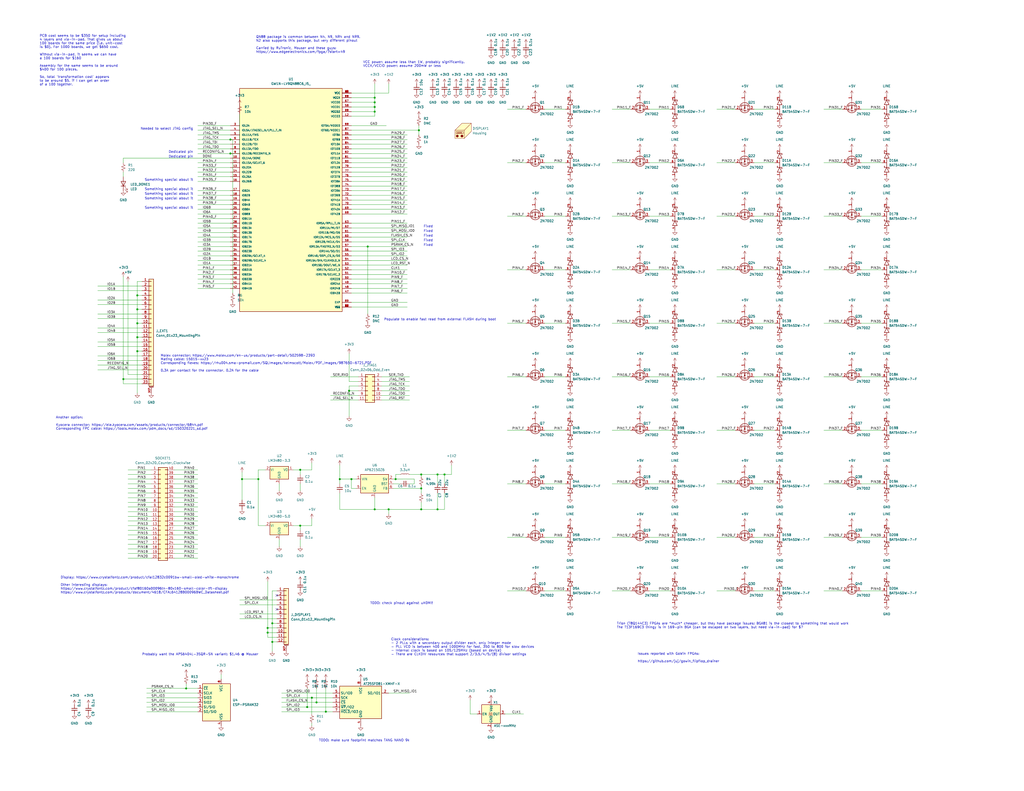
<source format=kicad_sch>
(kicad_sch (version 20211123) (generator eeschema)
  (paper "C")
  (title_block (title "UNIC 40") (date "2023-11-24") (rev "1.0") (company "Modular Circuits"))
  (lib_symbols
    (symbol "BAT54SDW-7-F_1" (pin_names (offset 1.016))
      (property "Reference" "D" (at -2.54 -7.62 90))
      (property "Value" "BAT54SDW-7-F_1" (at 3.81 -7.62 90))
      (symbol "BAT54SDW-7-F_1_1_0"
        (pin passive line (at 0 -7.62 90) (length 2.54) (name "~") (number "1"))
        (pin passive line (at 0 7.62 270) (length 2.54) (name "~") (number "2"))
        (pin passive line (at -2.54 0 0) (length 2.54) (name "~") (number "6"))
      )
      (symbol "BAT54SDW-7-F_1_2_0"
        (pin passive line (at -2.54 0 0) (length 2.54) (name "~") (number "3"))
        (pin passive line (at 0 -7.62 90) (length 2.54) (name "~") (number "4"))
        (pin passive line (at 0 7.62 270) (length 2.54) (name "~") (number "5"))
      )
    )
    (symbol "BAT54SDW-7-F_10" (pin_names (offset 1.016))
      (property "Reference" "D" (at -2.54 -7.62 90))
      (property "Value" "BAT54SDW-7-F_10" (at 3.81 -7.62 90))
      (symbol "BAT54SDW-7-F_10_1_0"
        (pin passive line (at 0 -7.62 90) (length 2.54) (name "~") (number "1"))
        (pin passive line (at 0 7.62 270) (length 2.54) (name "~") (number "2"))
        (pin passive line (at -2.54 0 0) (length 2.54) (name "~") (number "6"))
      )
      (symbol "BAT54SDW-7-F_10_2_0"
        (pin passive line (at -2.54 0 0) (length 2.54) (name "~") (number "3"))
        (pin passive line (at 0 -7.62 90) (length 2.54) (name "~") (number "4"))
        (pin passive line (at 0 7.62 270) (length 2.54) (name "~") (number "5"))
      )
    )
    (symbol "BAT54SDW-7-F_11" (pin_names (offset 1.016))
      (property "Reference" "D" (at -2.54 -7.62 90))
      (property "Value" "BAT54SDW-7-F_11" (at 3.81 -7.62 90))
      (symbol "BAT54SDW-7-F_11_1_0"
        (pin passive line (at 0 -7.62 90) (length 2.54) (name "~") (number "1"))
        (pin passive line (at 0 7.62 270) (length 2.54) (name "~") (number "2"))
        (pin passive line (at -2.54 0 0) (length 2.54) (name "~") (number "6"))
      )
      (symbol "BAT54SDW-7-F_11_2_0"
        (pin passive line (at -2.54 0 0) (length 2.54) (name "~") (number "3"))
        (pin passive line (at 0 -7.62 90) (length 2.54) (name "~") (number "4"))
        (pin passive line (at 0 7.62 270) (length 2.54) (name "~") (number "5"))
      )
    )
    (symbol "BAT54SDW-7-F_12" (pin_names (offset 1.016))
      (property "Reference" "D" (at -2.54 -7.62 90))
      (property "Value" "BAT54SDW-7-F_12" (at 3.81 -7.62 90))
      (symbol "BAT54SDW-7-F_12_1_0"
        (pin passive line (at 0 -7.62 90) (length 2.54) (name "~") (number "1"))
        (pin passive line (at 0 7.62 270) (length 2.54) (name "~") (number "2"))
        (pin passive line (at -2.54 0 0) (length 2.54) (name "~") (number "6"))
      )
      (symbol "BAT54SDW-7-F_12_2_0"
        (pin passive line (at -2.54 0 0) (length 2.54) (name "~") (number "3"))
        (pin passive line (at 0 -7.62 90) (length 2.54) (name "~") (number "4"))
        (pin passive line (at 0 7.62 270) (length 2.54) (name "~") (number "5"))
      )
    )
    (symbol "BAT54SDW-7-F_13" (pin_names (offset 1.016))
      (property "Reference" "D" (at -2.54 -7.62 90))
      (property "Value" "BAT54SDW-7-F_13" (at 3.81 -7.62 90))
      (symbol "BAT54SDW-7-F_13_1_0"
        (pin passive line (at 0 -7.62 90) (length 2.54) (name "~") (number "1"))
        (pin passive line (at 0 7.62 270) (length 2.54) (name "~") (number "2"))
        (pin passive line (at -2.54 0 0) (length 2.54) (name "~") (number "6"))
      )
      (symbol "BAT54SDW-7-F_13_2_0"
        (pin passive line (at -2.54 0 0) (length 2.54) (name "~") (number "3"))
        (pin passive line (at 0 -7.62 90) (length 2.54) (name "~") (number "4"))
        (pin passive line (at 0 7.62 270) (length 2.54) (name "~") (number "5"))
      )
    )
    (symbol "BAT54SDW-7-F_14" (pin_names (offset 1.016))
      (property "Reference" "D" (at -2.54 -7.62 90))
      (property "Value" "BAT54SDW-7-F_14" (at 3.81 -7.62 90))
      (symbol "BAT54SDW-7-F_14_1_0"
        (pin passive line (at 0 -7.62 90) (length 2.54) (name "~") (number "1"))
        (pin passive line (at 0 7.62 270) (length 2.54) (name "~") (number "2"))
        (pin passive line (at -2.54 0 0) (length 2.54) (name "~") (number "6"))
      )
      (symbol "BAT54SDW-7-F_14_2_0"
        (pin passive line (at -2.54 0 0) (length 2.54) (name "~") (number "3"))
        (pin passive line (at 0 -7.62 90) (length 2.54) (name "~") (number "4"))
        (pin passive line (at 0 7.62 270) (length 2.54) (name "~") (number "5"))
      )
    )
    (symbol "BAT54SDW-7-F_15" (pin_names (offset 1.016))
      (property "Reference" "D" (at -2.54 -7.62 90))
      (property "Value" "BAT54SDW-7-F_15" (at 3.81 -7.62 90))
      (symbol "BAT54SDW-7-F_15_1_0"
        (pin passive line (at 0 -7.62 90) (length 2.54) (name "~") (number "1"))
        (pin passive line (at 0 7.62 270) (length 2.54) (name "~") (number "2"))
        (pin passive line (at -2.54 0 0) (length 2.54) (name "~") (number "6"))
      )
      (symbol "BAT54SDW-7-F_15_2_0"
        (pin passive line (at -2.54 0 0) (length 2.54) (name "~") (number "3"))
        (pin passive line (at 0 -7.62 90) (length 2.54) (name "~") (number "4"))
        (pin passive line (at 0 7.62 270) (length 2.54) (name "~") (number "5"))
      )
    )
    (symbol "BAT54SDW-7-F_16" (pin_names (offset 1.016))
      (property "Reference" "D" (at -2.54 -7.62 90))
      (property "Value" "BAT54SDW-7-F_16" (at 3.81 -7.62 90))
      (symbol "BAT54SDW-7-F_16_1_0"
        (pin passive line (at 0 -7.62 90) (length 2.54) (name "~") (number "1"))
        (pin passive line (at 0 7.62 270) (length 2.54) (name "~") (number "2"))
        (pin passive line (at -2.54 0 0) (length 2.54) (name "~") (number "6"))
      )
      (symbol "BAT54SDW-7-F_16_2_0"
        (pin passive line (at -2.54 0 0) (length 2.54) (name "~") (number "3"))
        (pin passive line (at 0 -7.62 90) (length 2.54) (name "~") (number "4"))
        (pin passive line (at 0 7.62 270) (length 2.54) (name "~") (number "5"))
      )
    )
    (symbol "BAT54SDW-7-F_17" (pin_names (offset 1.016))
      (property "Reference" "D" (at -2.54 -7.62 90))
      (property "Value" "BAT54SDW-7-F_17" (at 3.81 -7.62 90))
      (symbol "BAT54SDW-7-F_17_1_0"
        (pin passive line (at 0 -7.62 90) (length 2.54) (name "~") (number "1"))
        (pin passive line (at 0 7.62 270) (length 2.54) (name "~") (number "2"))
        (pin passive line (at -2.54 0 0) (length 2.54) (name "~") (number "6"))
      )
      (symbol "BAT54SDW-7-F_17_2_0"
        (pin passive line (at -2.54 0 0) (length 2.54) (name "~") (number "3"))
        (pin passive line (at 0 -7.62 90) (length 2.54) (name "~") (number "4"))
        (pin passive line (at 0 7.62 270) (length 2.54) (name "~") (number "5"))
      )
    )
    (symbol "BAT54SDW-7-F_18" (pin_names (offset 1.016))
      (property "Reference" "D" (at -2.54 -7.62 90))
      (property "Value" "BAT54SDW-7-F_18" (at 3.81 -7.62 90))
      (symbol "BAT54SDW-7-F_18_1_0"
        (pin passive line (at 0 -7.62 90) (length 2.54) (name "~") (number "1"))
        (pin passive line (at 0 7.62 270) (length 2.54) (name "~") (number "2"))
        (pin passive line (at -2.54 0 0) (length 2.54) (name "~") (number "6"))
      )
      (symbol "BAT54SDW-7-F_18_2_0"
        (pin passive line (at -2.54 0 0) (length 2.54) (name "~") (number "3"))
        (pin passive line (at 0 -7.62 90) (length 2.54) (name "~") (number "4"))
        (pin passive line (at 0 7.62 270) (length 2.54) (name "~") (number "5"))
      )
    )
    (symbol "BAT54SDW-7-F_19" (pin_names (offset 1.016))
      (property "Reference" "D" (at -2.54 -7.62 90))
      (property "Value" "BAT54SDW-7-F_19" (at 3.81 -7.62 90))
      (symbol "BAT54SDW-7-F_19_1_0"
        (pin passive line (at 0 -7.62 90) (length 2.54) (name "~") (number "1"))
        (pin passive line (at 0 7.62 270) (length 2.54) (name "~") (number "2"))
        (pin passive line (at -2.54 0 0) (length 2.54) (name "~") (number "6"))
      )
      (symbol "BAT54SDW-7-F_19_2_0"
        (pin passive line (at -2.54 0 0) (length 2.54) (name "~") (number "3"))
        (pin passive line (at 0 -7.62 90) (length 2.54) (name "~") (number "4"))
        (pin passive line (at 0 7.62 270) (length 2.54) (name "~") (number "5"))
      )
    )
    (symbol "BAT54SDW-7-F_2" (pin_names (offset 1.016))
      (property "Reference" "D" (at -2.54 -7.62 90))
      (property "Value" "BAT54SDW-7-F_2" (at 3.81 -7.62 90))
      (symbol "BAT54SDW-7-F_2_1_0"
        (pin passive line (at 0 -7.62 90) (length 2.54) (name "~") (number "1"))
        (pin passive line (at 0 7.62 270) (length 2.54) (name "~") (number "2"))
        (pin passive line (at -2.54 0 0) (length 2.54) (name "~") (number "6"))
      )
      (symbol "BAT54SDW-7-F_2_2_0"
        (pin passive line (at -2.54 0 0) (length 2.54) (name "~") (number "3"))
        (pin passive line (at 0 -7.62 90) (length 2.54) (name "~") (number "4"))
        (pin passive line (at 0 7.62 270) (length 2.54) (name "~") (number "5"))
      )
    )
    (symbol "BAT54SDW-7-F_20" (pin_names (offset 1.016))
      (property "Reference" "D" (at -2.54 -7.62 90))
      (property "Value" "BAT54SDW-7-F_20" (at 3.81 -7.62 90))
      (symbol "BAT54SDW-7-F_20_1_0"
        (pin passive line (at 0 -7.62 90) (length 2.54) (name "~") (number "1"))
        (pin passive line (at 0 7.62 270) (length 2.54) (name "~") (number "2"))
        (pin passive line (at -2.54 0 0) (length 2.54) (name "~") (number "6"))
      )
      (symbol "BAT54SDW-7-F_20_2_0"
        (pin passive line (at -2.54 0 0) (length 2.54) (name "~") (number "3"))
        (pin passive line (at 0 -7.62 90) (length 2.54) (name "~") (number "4"))
        (pin passive line (at 0 7.62 270) (length 2.54) (name "~") (number "5"))
      )
    )
    (symbol "BAT54SDW-7-F_21" (pin_names (offset 1.016))
      (property "Reference" "D" (at -2.54 -7.62 90))
      (property "Value" "BAT54SDW-7-F_21" (at 3.81 -7.62 90))
      (symbol "BAT54SDW-7-F_21_1_0"
        (pin passive line (at 0 -7.62 90) (length 2.54) (name "~") (number "1"))
        (pin passive line (at 0 7.62 270) (length 2.54) (name "~") (number "2"))
        (pin passive line (at -2.54 0 0) (length 2.54) (name "~") (number "6"))
      )
      (symbol "BAT54SDW-7-F_21_2_0"
        (pin passive line (at -2.54 0 0) (length 2.54) (name "~") (number "3"))
        (pin passive line (at 0 -7.62 90) (length 2.54) (name "~") (number "4"))
        (pin passive line (at 0 7.62 270) (length 2.54) (name "~") (number "5"))
      )
    )
    (symbol "BAT54SDW-7-F_22" (pin_names (offset 1.016))
      (property "Reference" "D" (at -2.54 -7.62 90))
      (property "Value" "BAT54SDW-7-F_22" (at 3.81 -7.62 90))
      (symbol "BAT54SDW-7-F_22_1_0"
        (pin passive line (at 0 -7.62 90) (length 2.54) (name "~") (number "1"))
        (pin passive line (at 0 7.62 270) (length 2.54) (name "~") (number "2"))
        (pin passive line (at -2.54 0 0) (length 2.54) (name "~") (number "6"))
      )
      (symbol "BAT54SDW-7-F_22_2_0"
        (pin passive line (at -2.54 0 0) (length 2.54) (name "~") (number "3"))
        (pin passive line (at 0 -7.62 90) (length 2.54) (name "~") (number "4"))
        (pin passive line (at 0 7.62 270) (length 2.54) (name "~") (number "5"))
      )
    )
    (symbol "BAT54SDW-7-F_23" (pin_names (offset 1.016))
      (property "Reference" "D" (at -2.54 -7.62 90))
      (property "Value" "BAT54SDW-7-F_23" (at 3.81 -7.62 90))
      (symbol "BAT54SDW-7-F_23_1_0"
        (pin passive line (at 0 -7.62 90) (length 2.54) (name "~") (number "1"))
        (pin passive line (at 0 7.62 270) (length 2.54) (name "~") (number "2"))
        (pin passive line (at -2.54 0 0) (length 2.54) (name "~") (number "6"))
      )
      (symbol "BAT54SDW-7-F_23_2_0"
        (pin passive line (at -2.54 0 0) (length 2.54) (name "~") (number "3"))
        (pin passive line (at 0 -7.62 90) (length 2.54) (name "~") (number "4"))
        (pin passive line (at 0 7.62 270) (length 2.54) (name "~") (number "5"))
      )
    )
    (symbol "BAT54SDW-7-F_24" (pin_names (offset 1.016))
      (property "Reference" "D" (at -2.54 -7.62 90))
      (property "Value" "BAT54SDW-7-F_24" (at 3.81 -7.62 90))
      (symbol "BAT54SDW-7-F_24_1_0"
        (pin passive line (at 0 -7.62 90) (length 2.54) (name "~") (number "1"))
        (pin passive line (at 0 7.62 270) (length 2.54) (name "~") (number "2"))
        (pin passive line (at -2.54 0 0) (length 2.54) (name "~") (number "6"))
      )
      (symbol "BAT54SDW-7-F_24_2_0"
        (pin passive line (at -2.54 0 0) (length 2.54) (name "~") (number "3"))
        (pin passive line (at 0 -7.62 90) (length 2.54) (name "~") (number "4"))
        (pin passive line (at 0 7.62 270) (length 2.54) (name "~") (number "5"))
      )
    )
    (symbol "BAT54SDW-7-F_25" (pin_names (offset 1.016))
      (property "Reference" "D" (at -2.54 -7.62 90))
      (property "Value" "BAT54SDW-7-F_25" (at 3.81 -7.62 90))
      (symbol "BAT54SDW-7-F_25_1_0"
        (pin passive line (at 0 -7.62 90) (length 2.54) (name "~") (number "1"))
        (pin passive line (at 0 7.62 270) (length 2.54) (name "~") (number "2"))
        (pin passive line (at -2.54 0 0) (length 2.54) (name "~") (number "6"))
      )
      (symbol "BAT54SDW-7-F_25_2_0"
        (pin passive line (at -2.54 0 0) (length 2.54) (name "~") (number "3"))
        (pin passive line (at 0 -7.62 90) (length 2.54) (name "~") (number "4"))
        (pin passive line (at 0 7.62 270) (length 2.54) (name "~") (number "5"))
      )
    )
    (symbol "BAT54SDW-7-F_26" (pin_names (offset 1.016))
      (property "Reference" "D" (at -2.54 -7.62 90))
      (property "Value" "BAT54SDW-7-F_26" (at 3.81 -7.62 90))
      (symbol "BAT54SDW-7-F_26_1_0"
        (pin passive line (at 0 -7.62 90) (length 2.54) (name "~") (number "1"))
        (pin passive line (at 0 7.62 270) (length 2.54) (name "~") (number "2"))
        (pin passive line (at -2.54 0 0) (length 2.54) (name "~") (number "6"))
      )
      (symbol "BAT54SDW-7-F_26_2_0"
        (pin passive line (at -2.54 0 0) (length 2.54) (name "~") (number "3"))
        (pin passive line (at 0 -7.62 90) (length 2.54) (name "~") (number "4"))
        (pin passive line (at 0 7.62 270) (length 2.54) (name "~") (number "5"))
      )
    )
    (symbol "BAT54SDW-7-F_27" (pin_names (offset 1.016))
      (property "Reference" "D" (at -2.54 -7.62 90))
      (property "Value" "BAT54SDW-7-F_27" (at 3.81 -7.62 90))
      (symbol "BAT54SDW-7-F_27_1_0"
        (pin passive line (at 0 -7.62 90) (length 2.54) (name "~") (number "1"))
        (pin passive line (at 0 7.62 270) (length 2.54) (name "~") (number "2"))
        (pin passive line (at -2.54 0 0) (length 2.54) (name "~") (number "6"))
      )
      (symbol "BAT54SDW-7-F_27_2_0"
        (pin passive line (at -2.54 0 0) (length 2.54) (name "~") (number "3"))
        (pin passive line (at 0 -7.62 90) (length 2.54) (name "~") (number "4"))
        (pin passive line (at 0 7.62 270) (length 2.54) (name "~") (number "5"))
      )
    )
    (symbol "BAT54SDW-7-F_28" (pin_names (offset 1.016))
      (property "Reference" "D" (at -2.54 -7.62 90))
      (property "Value" "BAT54SDW-7-F_28" (at 3.81 -7.62 90))
      (symbol "BAT54SDW-7-F_28_1_0"
        (pin passive line (at 0 -7.62 90) (length 2.54) (name "~") (number "1"))
        (pin passive line (at 0 7.62 270) (length 2.54) (name "~") (number "2"))
        (pin passive line (at -2.54 0 0) (length 2.54) (name "~") (number "6"))
      )
      (symbol "BAT54SDW-7-F_28_2_0"
        (pin passive line (at -2.54 0 0) (length 2.54) (name "~") (number "3"))
        (pin passive line (at 0 -7.62 90) (length 2.54) (name "~") (number "4"))
        (pin passive line (at 0 7.62 270) (length 2.54) (name "~") (number "5"))
      )
    )
    (symbol "BAT54SDW-7-F_29" (pin_names (offset 1.016))
      (property "Reference" "D" (at -2.54 -7.62 90))
      (property "Value" "BAT54SDW-7-F_29" (at 3.81 -7.62 90))
      (symbol "BAT54SDW-7-F_29_1_0"
        (pin passive line (at 0 -7.62 90) (length 2.54) (name "~") (number "1"))
        (pin passive line (at 0 7.62 270) (length 2.54) (name "~") (number "2"))
        (pin passive line (at -2.54 0 0) (length 2.54) (name "~") (number "6"))
      )
      (symbol "BAT54SDW-7-F_29_2_0"
        (pin passive line (at -2.54 0 0) (length 2.54) (name "~") (number "3"))
        (pin passive line (at 0 -7.62 90) (length 2.54) (name "~") (number "4"))
        (pin passive line (at 0 7.62 270) (length 2.54) (name "~") (number "5"))
      )
    )
    (symbol "BAT54SDW-7-F_3" (pin_names (offset 1.016))
      (property "Reference" "D" (at -2.54 -7.62 90))
      (property "Value" "BAT54SDW-7-F_3" (at 3.81 -7.62 90))
      (symbol "BAT54SDW-7-F_3_1_0"
        (pin passive line (at 0 -7.62 90) (length 2.54) (name "~") (number "1"))
        (pin passive line (at 0 7.62 270) (length 2.54) (name "~") (number "2"))
        (pin passive line (at -2.54 0 0) (length 2.54) (name "~") (number "6"))
      )
      (symbol "BAT54SDW-7-F_3_2_0"
        (pin passive line (at -2.54 0 0) (length 2.54) (name "~") (number "3"))
        (pin passive line (at 0 -7.62 90) (length 2.54) (name "~") (number "4"))
        (pin passive line (at 0 7.62 270) (length 2.54) (name "~") (number "5"))
      )
    )
    (symbol "BAT54SDW-7-F_30" (pin_names (offset 1.016))
      (property "Reference" "D" (at -2.54 -7.62 90))
      (property "Value" "BAT54SDW-7-F_30" (at 3.81 -7.62 90))
      (symbol "BAT54SDW-7-F_30_1_0"
        (pin passive line (at 0 -7.62 90) (length 2.54) (name "~") (number "1"))
        (pin passive line (at 0 7.62 270) (length 2.54) (name "~") (number "2"))
        (pin passive line (at -2.54 0 0) (length 2.54) (name "~") (number "6"))
      )
      (symbol "BAT54SDW-7-F_30_2_0"
        (pin passive line (at -2.54 0 0) (length 2.54) (name "~") (number "3"))
        (pin passive line (at 0 -7.62 90) (length 2.54) (name "~") (number "4"))
        (pin passive line (at 0 7.62 270) (length 2.54) (name "~") (number "5"))
      )
    )
    (symbol "BAT54SDW-7-F_31" (pin_names (offset 1.016))
      (property "Reference" "D" (at -2.54 -7.62 90))
      (property "Value" "BAT54SDW-7-F_31" (at 3.81 -7.62 90))
      (symbol "BAT54SDW-7-F_31_1_0"
        (pin passive line (at 0 -7.62 90) (length 2.54) (name "~") (number "1"))
        (pin passive line (at 0 7.62 270) (length 2.54) (name "~") (number "2"))
        (pin passive line (at -2.54 0 0) (length 2.54) (name "~") (number "6"))
      )
      (symbol "BAT54SDW-7-F_31_2_0"
        (pin passive line (at -2.54 0 0) (length 2.54) (name "~") (number "3"))
        (pin passive line (at 0 -7.62 90) (length 2.54) (name "~") (number "4"))
        (pin passive line (at 0 7.62 270) (length 2.54) (name "~") (number "5"))
      )
    )
    (symbol "BAT54SDW-7-F_32" (pin_names (offset 1.016))
      (property "Reference" "D" (at -2.54 -7.62 90))
      (property "Value" "BAT54SDW-7-F_32" (at 3.81 -7.62 90))
      (symbol "BAT54SDW-7-F_32_1_0"
        (pin passive line (at 0 -7.62 90) (length 2.54) (name "~") (number "1"))
        (pin passive line (at 0 7.62 270) (length 2.54) (name "~") (number "2"))
        (pin passive line (at -2.54 0 0) (length 2.54) (name "~") (number "6"))
      )
      (symbol "BAT54SDW-7-F_32_2_0"
        (pin passive line (at -2.54 0 0) (length 2.54) (name "~") (number "3"))
        (pin passive line (at 0 -7.62 90) (length 2.54) (name "~") (number "4"))
        (pin passive line (at 0 7.62 270) (length 2.54) (name "~") (number "5"))
      )
    )
    (symbol "BAT54SDW-7-F_33" (pin_names (offset 1.016))
      (property "Reference" "D" (at -2.54 -7.62 90))
      (property "Value" "BAT54SDW-7-F_33" (at 3.81 -7.62 90))
      (symbol "BAT54SDW-7-F_33_1_0"
        (pin passive line (at 0 -7.62 90) (length 2.54) (name "~") (number "1"))
        (pin passive line (at 0 7.62 270) (length 2.54) (name "~") (number "2"))
        (pin passive line (at -2.54 0 0) (length 2.54) (name "~") (number "6"))
      )
      (symbol "BAT54SDW-7-F_33_2_0"
        (pin passive line (at -2.54 0 0) (length 2.54) (name "~") (number "3"))
        (pin passive line (at 0 -7.62 90) (length 2.54) (name "~") (number "4"))
        (pin passive line (at 0 7.62 270) (length 2.54) (name "~") (number "5"))
      )
    )
    (symbol "BAT54SDW-7-F_34" (pin_names (offset 1.016))
      (property "Reference" "D" (at -2.54 -7.62 90))
      (property "Value" "BAT54SDW-7-F_34" (at 3.81 -7.62 90))
      (symbol "BAT54SDW-7-F_34_1_0"
        (pin passive line (at 0 -7.62 90) (length 2.54) (name "~") (number "1"))
        (pin passive line (at 0 7.62 270) (length 2.54) (name "~") (number "2"))
        (pin passive line (at -2.54 0 0) (length 2.54) (name "~") (number "6"))
      )
      (symbol "BAT54SDW-7-F_34_2_0"
        (pin passive line (at -2.54 0 0) (length 2.54) (name "~") (number "3"))
        (pin passive line (at 0 -7.62 90) (length 2.54) (name "~") (number "4"))
        (pin passive line (at 0 7.62 270) (length 2.54) (name "~") (number "5"))
      )
    )
    (symbol "BAT54SDW-7-F_35" (pin_names (offset 1.016))
      (property "Reference" "D" (at -2.54 -7.62 90))
      (property "Value" "BAT54SDW-7-F_35" (at 3.81 -7.62 90))
      (symbol "BAT54SDW-7-F_35_1_0"
        (pin passive line (at 0 -7.62 90) (length 2.54) (name "~") (number "1"))
        (pin passive line (at 0 7.62 270) (length 2.54) (name "~") (number "2"))
        (pin passive line (at -2.54 0 0) (length 2.54) (name "~") (number "6"))
      )
      (symbol "BAT54SDW-7-F_35_2_0"
        (pin passive line (at -2.54 0 0) (length 2.54) (name "~") (number "3"))
        (pin passive line (at 0 -7.62 90) (length 2.54) (name "~") (number "4"))
        (pin passive line (at 0 7.62 270) (length 2.54) (name "~") (number "5"))
      )
    )
    (symbol "BAT54SDW-7-F_36" (pin_names (offset 1.016))
      (property "Reference" "D" (at -2.54 -7.62 90))
      (property "Value" "BAT54SDW-7-F_36" (at 3.81 -7.62 90))
      (symbol "BAT54SDW-7-F_36_1_0"
        (pin passive line (at 0 -7.62 90) (length 2.54) (name "~") (number "1"))
        (pin passive line (at 0 7.62 270) (length 2.54) (name "~") (number "2"))
        (pin passive line (at -2.54 0 0) (length 2.54) (name "~") (number "6"))
      )
      (symbol "BAT54SDW-7-F_36_2_0"
        (pin passive line (at -2.54 0 0) (length 2.54) (name "~") (number "3"))
        (pin passive line (at 0 -7.62 90) (length 2.54) (name "~") (number "4"))
        (pin passive line (at 0 7.62 270) (length 2.54) (name "~") (number "5"))
      )
    )
    (symbol "BAT54SDW-7-F_37" (pin_names (offset 1.016))
      (property "Reference" "D" (at -2.54 -7.62 90))
      (property "Value" "BAT54SDW-7-F_37" (at 3.81 -7.62 90))
      (symbol "BAT54SDW-7-F_37_1_0"
        (pin passive line (at 0 -7.62 90) (length 2.54) (name "~") (number "1"))
        (pin passive line (at 0 7.62 270) (length 2.54) (name "~") (number "2"))
        (pin passive line (at -2.54 0 0) (length 2.54) (name "~") (number "6"))
      )
      (symbol "BAT54SDW-7-F_37_2_0"
        (pin passive line (at -2.54 0 0) (length 2.54) (name "~") (number "3"))
        (pin passive line (at 0 -7.62 90) (length 2.54) (name "~") (number "4"))
        (pin passive line (at 0 7.62 270) (length 2.54) (name "~") (number "5"))
      )
    )
    (symbol "BAT54SDW-7-F_38" (pin_names (offset 1.016))
      (property "Reference" "D" (at -2.54 -7.62 90))
      (property "Value" "BAT54SDW-7-F_38" (at 3.81 -7.62 90))
      (symbol "BAT54SDW-7-F_38_1_0"
        (pin passive line (at 0 -7.62 90) (length 2.54) (name "~") (number "1"))
        (pin passive line (at 0 7.62 270) (length 2.54) (name "~") (number "2"))
        (pin passive line (at -2.54 0 0) (length 2.54) (name "~") (number "6"))
      )
      (symbol "BAT54SDW-7-F_38_2_0"
        (pin passive line (at -2.54 0 0) (length 2.54) (name "~") (number "3"))
        (pin passive line (at 0 -7.62 90) (length 2.54) (name "~") (number "4"))
        (pin passive line (at 0 7.62 270) (length 2.54) (name "~") (number "5"))
      )
    )
    (symbol "BAT54SDW-7-F_39" (pin_names (offset 1.016))
      (property "Reference" "D" (at -2.54 -7.62 90))
      (property "Value" "BAT54SDW-7-F_39" (at 3.81 -7.62 90))
      (symbol "BAT54SDW-7-F_39_1_0"
        (pin passive line (at 0 -7.62 90) (length 2.54) (name "~") (number "1"))
        (pin passive line (at 0 7.62 270) (length 2.54) (name "~") (number "2"))
        (pin passive line (at -2.54 0 0) (length 2.54) (name "~") (number "6"))
      )
      (symbol "BAT54SDW-7-F_39_2_0"
        (pin passive line (at -2.54 0 0) (length 2.54) (name "~") (number "3"))
        (pin passive line (at 0 -7.62 90) (length 2.54) (name "~") (number "4"))
        (pin passive line (at 0 7.62 270) (length 2.54) (name "~") (number "5"))
      )
    )
    (symbol "BAT54SDW-7-F_4" (pin_names (offset 1.016))
      (property "Reference" "D" (at -2.54 -7.62 90))
      (property "Value" "BAT54SDW-7-F_4" (at 3.81 -7.62 90))
      (symbol "BAT54SDW-7-F_4_1_0"
        (pin passive line (at 0 -7.62 90) (length 2.54) (name "~") (number "1"))
        (pin passive line (at 0 7.62 270) (length 2.54) (name "~") (number "2"))
        (pin passive line (at -2.54 0 0) (length 2.54) (name "~") (number "6"))
      )
      (symbol "BAT54SDW-7-F_4_2_0"
        (pin passive line (at -2.54 0 0) (length 2.54) (name "~") (number "3"))
        (pin passive line (at 0 -7.62 90) (length 2.54) (name "~") (number "4"))
        (pin passive line (at 0 7.62 270) (length 2.54) (name "~") (number "5"))
      )
    )
    (symbol "BAT54SDW-7-F_5" (pin_names (offset 1.016))
      (property "Reference" "D" (at -2.54 -7.62 90))
      (property "Value" "BAT54SDW-7-F_5" (at 3.81 -7.62 90))
      (symbol "BAT54SDW-7-F_5_1_0"
        (pin passive line (at 0 -7.62 90) (length 2.54) (name "~") (number "1"))
        (pin passive line (at 0 7.62 270) (length 2.54) (name "~") (number "2"))
        (pin passive line (at -2.54 0 0) (length 2.54) (name "~") (number "6"))
      )
      (symbol "BAT54SDW-7-F_5_2_0"
        (pin passive line (at -2.54 0 0) (length 2.54) (name "~") (number "3"))
        (pin passive line (at 0 -7.62 90) (length 2.54) (name "~") (number "4"))
        (pin passive line (at 0 7.62 270) (length 2.54) (name "~") (number "5"))
      )
    )
    (symbol "BAT54SDW-7-F_6" (pin_names (offset 1.016))
      (property "Reference" "D" (at -2.54 -7.62 90))
      (property "Value" "BAT54SDW-7-F_6" (at 3.81 -7.62 90))
      (symbol "BAT54SDW-7-F_6_1_0"
        (pin passive line (at 0 -7.62 90) (length 2.54) (name "~") (number "1"))
        (pin passive line (at 0 7.62 270) (length 2.54) (name "~") (number "2"))
        (pin passive line (at -2.54 0 0) (length 2.54) (name "~") (number "6"))
      )
      (symbol "BAT54SDW-7-F_6_2_0"
        (pin passive line (at -2.54 0 0) (length 2.54) (name "~") (number "3"))
        (pin passive line (at 0 -7.62 90) (length 2.54) (name "~") (number "4"))
        (pin passive line (at 0 7.62 270) (length 2.54) (name "~") (number "5"))
      )
    )
    (symbol "BAT54SDW-7-F_7" (pin_names (offset 1.016))
      (property "Reference" "D" (at -2.54 -7.62 90))
      (property "Value" "BAT54SDW-7-F_7" (at 3.81 -7.62 90))
      (symbol "BAT54SDW-7-F_7_1_0"
        (pin passive line (at 0 -7.62 90) (length 2.54) (name "~") (number "1"))
        (pin passive line (at 0 7.62 270) (length 2.54) (name "~") (number "2"))
        (pin passive line (at -2.54 0 0) (length 2.54) (name "~") (number "6"))
      )
      (symbol "BAT54SDW-7-F_7_2_0"
        (pin passive line (at -2.54 0 0) (length 2.54) (name "~") (number "3"))
        (pin passive line (at 0 -7.62 90) (length 2.54) (name "~") (number "4"))
        (pin passive line (at 0 7.62 270) (length 2.54) (name "~") (number "5"))
      )
    )
    (symbol "BAT54SDW-7-F_8" (pin_names (offset 1.016))
      (property "Reference" "D" (at -2.54 -7.62 90))
      (property "Value" "BAT54SDW-7-F_8" (at 3.81 -7.62 90))
      (symbol "BAT54SDW-7-F_8_1_0"
        (pin passive line (at 0 -7.62 90) (length 2.54) (name "~") (number "1"))
        (pin passive line (at 0 7.62 270) (length 2.54) (name "~") (number "2"))
        (pin passive line (at -2.54 0 0) (length 2.54) (name "~") (number "6"))
      )
      (symbol "BAT54SDW-7-F_8_2_0"
        (pin passive line (at -2.54 0 0) (length 2.54) (name "~") (number "3"))
        (pin passive line (at 0 -7.62 90) (length 2.54) (name "~") (number "4"))
        (pin passive line (at 0 7.62 270) (length 2.54) (name "~") (number "5"))
      )
    )
    (symbol "BAT54SDW-7-F_9" (pin_names (offset 1.016))
      (property "Reference" "D" (at -2.54 -7.62 90))
      (property "Value" "BAT54SDW-7-F_9" (at 3.81 -7.62 90))
      (symbol "BAT54SDW-7-F_9_1_0"
        (pin passive line (at 0 -7.62 90) (length 2.54) (name "~") (number "1"))
        (pin passive line (at 0 7.62 270) (length 2.54) (name "~") (number "2"))
        (pin passive line (at -2.54 0 0) (length 2.54) (name "~") (number "6"))
      )
      (symbol "BAT54SDW-7-F_9_2_0"
        (pin passive line (at -2.54 0 0) (length 2.54) (name "~") (number "3"))
        (pin passive line (at 0 -7.62 90) (length 2.54) (name "~") (number "4"))
        (pin passive line (at 0 7.62 270) (length 2.54) (name "~") (number "5"))
      )
    )
    (symbol "Connector_Generic:Conn_02x06_Odd_Even" (pin_names (offset 1.016) hide)
      (property "Reference" "J" (at 1.27 7.62 0))
      (property "Value" "Conn_02x06_Odd_Even" (at 1.27 -10.16 0))
      (symbol "Conn_02x06_Odd_Even_1_1"
        (pin passive line (at -5.08 5.08 0) (length 3.81) (name "Pin_1") (number "1"))
        (pin passive line (at 7.62 -5.08 180) (length 3.81) (name "Pin_10") (number "10"))
        (pin passive line (at -5.08 -7.62 0) (length 3.81) (name "Pin_11") (number "11"))
        (pin passive line (at 7.62 -7.62 180) (length 3.81) (name "Pin_12") (number "12"))
        (pin passive line (at 7.62 5.08 180) (length 3.81) (name "Pin_2") (number "2"))
        (pin passive line (at -5.08 2.54 0) (length 3.81) (name "Pin_3") (number "3"))
        (pin passive line (at 7.62 2.54 180) (length 3.81) (name "Pin_4") (number "4"))
        (pin passive line (at -5.08 0 0) (length 3.81) (name "Pin_5") (number "5"))
        (pin passive line (at 7.62 0 180) (length 3.81) (name "Pin_6") (number "6"))
        (pin passive line (at -5.08 -2.54 0) (length 3.81) (name "Pin_7") (number "7"))
        (pin passive line (at 7.62 -2.54 180) (length 3.81) (name "Pin_8") (number "8"))
        (pin passive line (at -5.08 -5.08 0) (length 3.81) (name "Pin_9") (number "9"))
      )
    )
    (symbol "Connector_Generic:Conn_02x20_Counter_Clockwise" (pin_names (offset 1.016) hide)
      (property "Reference" "J" (at 1.27 25.4 0))
      (property "Value" "Conn_02x20_Counter_Clockwise" (at 1.27 -27.94 0))
      (symbol "Conn_02x20_Counter_Clockwise_1_1"
        (pin passive line (at -5.08 22.86 0) (length 3.81) (name "Pin_1") (number "1"))
        (pin passive line (at -5.08 0 0) (length 3.81) (name "Pin_10") (number "10"))
        (pin passive line (at -5.08 -2.54 0) (length 3.81) (name "Pin_11") (number "11"))
        (pin passive line (at -5.08 -5.08 0) (length 3.81) (name "Pin_12") (number "12"))
        (pin passive line (at -5.08 -7.62 0) (length 3.81) (name "Pin_13") (number "13"))
        (pin passive line (at -5.08 -10.16 0) (length 3.81) (name "Pin_14") (number "14"))
        (pin passive line (at -5.08 -12.7 0) (length 3.81) (name "Pin_15") (number "15"))
        (pin passive line (at -5.08 -15.24 0) (length 3.81) (name "Pin_16") (number "16"))
        (pin passive line (at -5.08 -17.78 0) (length 3.81) (name "Pin_17") (number "17"))
        (pin passive line (at -5.08 -20.32 0) (length 3.81) (name "Pin_18") (number "18"))
        (pin passive line (at -5.08 -22.86 0) (length 3.81) (name "Pin_19") (number "19"))
        (pin passive line (at -5.08 20.32 0) (length 3.81) (name "Pin_2") (number "2"))
        (pin passive line (at -5.08 -25.4 0) (length 3.81) (name "Pin_20") (number "20"))
        (pin passive line (at 7.62 -25.4 180) (length 3.81) (name "Pin_21") (number "21"))
        (pin passive line (at 7.62 -22.86 180) (length 3.81) (name "Pin_22") (number "22"))
        (pin passive line (at 7.62 -20.32 180) (length 3.81) (name "Pin_23") (number "23"))
        (pin passive line (at 7.62 -17.78 180) (length 3.81) (name "Pin_24") (number "24"))
        (pin passive line (at 7.62 -15.24 180) (length 3.81) (name "Pin_25") (number "25"))
        (pin passive line (at 7.62 -12.7 180) (length 3.81) (name "Pin_26") (number "26"))
        (pin passive line (at 7.62 -10.16 180) (length 3.81) (name "Pin_27") (number "27"))
        (pin passive line (at 7.62 -7.62 180) (length 3.81) (name "Pin_28") (number "28"))
        (pin passive line (at 7.62 -5.08 180) (length 3.81) (name "Pin_29") (number "29"))
        (pin passive line (at -5.08 17.78 0) (length 3.81) (name "Pin_3") (number "3"))
        (pin passive line (at 7.62 -2.54 180) (length 3.81) (name "Pin_30") (number "30"))
        (pin passive line (at 7.62 0 180) (length 3.81) (name "Pin_31") (number "31"))
        (pin passive line (at 7.62 2.54 180) (length 3.81) (name "Pin_32") (number "32"))
        (pin passive line (at 7.62 5.08 180) (length 3.81) (name "Pin_33") (number "33"))
        (pin passive line (at 7.62 7.62 180) (length 3.81) (name "Pin_34") (number "34"))
        (pin passive line (at 7.62 10.16 180) (length 3.81) (name "Pin_35") (number "35"))
        (pin passive line (at 7.62 12.7 180) (length 3.81) (name "Pin_36") (number "36"))
        (pin passive line (at 7.62 15.24 180) (length 3.81) (name "Pin_37") (number "37"))
        (pin passive line (at 7.62 17.78 180) (length 3.81) (name "Pin_38") (number "38"))
        (pin passive line (at 7.62 20.32 180) (length 3.81) (name "Pin_39") (number "39"))
        (pin passive line (at -5.08 15.24 0) (length 3.81) (name "Pin_4") (number "4"))
        (pin passive line (at 7.62 22.86 180) (length 3.81) (name "Pin_40") (number "40"))
        (pin passive line (at -5.08 12.7 0) (length 3.81) (name "Pin_5") (number "5"))
        (pin passive line (at -5.08 10.16 0) (length 3.81) (name "Pin_6") (number "6"))
        (pin passive line (at -5.08 7.62 0) (length 3.81) (name "Pin_7") (number "7"))
        (pin passive line (at -5.08 5.08 0) (length 3.81) (name "Pin_8") (number "8"))
        (pin passive line (at -5.08 2.54 0) (length 3.81) (name "Pin_9") (number "9"))
      )
    )
    (symbol "Connector_Generic_MountingPin:Conn_01x12_MountingPin" (pin_names (offset 1.016) hide)
      (property "Reference" "J" (at 0 15.24 0))
      (property "Value" "Conn_01x12_MountingPin" (at 1.27 -17.78 0))
      (symbol "Conn_01x12_MountingPin_1_1"
        (text "Mounting" (at 0 -16.891 0) (effects (font (size 0.381 0.381))))
        (pin passive line (at -5.08 12.7 0) (length 3.81) (name "Pin_1") (number "1"))
        (pin passive line (at -5.08 -10.16 0) (length 3.81) (name "Pin_10") (number "10"))
        (pin passive line (at -5.08 -12.7 0) (length 3.81) (name "Pin_11") (number "11"))
        (pin passive line (at -5.08 -15.24 0) (length 3.81) (name "Pin_12") (number "12"))
        (pin passive line (at -5.08 10.16 0) (length 3.81) (name "Pin_2") (number "2"))
        (pin passive line (at -5.08 7.62 0) (length 3.81) (name "Pin_3") (number "3"))
        (pin passive line (at -5.08 5.08 0) (length 3.81) (name "Pin_4") (number "4"))
        (pin passive line (at -5.08 2.54 0) (length 3.81) (name "Pin_5") (number "5"))
        (pin passive line (at -5.08 0 0) (length 3.81) (name "Pin_6") (number "6"))
        (pin passive line (at -5.08 -2.54 0) (length 3.81) (name "Pin_7") (number "7"))
        (pin passive line (at -5.08 -5.08 0) (length 3.81) (name "Pin_8") (number "8"))
        (pin passive line (at -5.08 -7.62 0) (length 3.81) (name "Pin_9") (number "9"))
        (pin passive line (at 0 -20.32 90) (length 3.048) (name "MountPin") (number "MP"))
      )
    )
    (symbol "Connector_Generic_MountingPin:Conn_01x23_MountingPin" (pin_names (offset 1.016) hide)
      (property "Reference" "J" (at 0 30.48 0))
      (property "Value" "Conn_01x23_MountingPin" (at 1.27 -30.48 0))
      (symbol "Conn_01x23_MountingPin_1_1"
        (text "Mounting" (at 0 -29.591 0) (effects (font (size 0.381 0.381))))
        (pin passive line (at -5.08 27.94 0) (length 3.81) (name "Pin_1") (number "1"))
        (pin passive line (at -5.08 5.08 0) (length 3.81) (name "Pin_10") (number "10"))
        (pin passive line (at -5.08 2.54 0) (length 3.81) (name "Pin_11") (number "11"))
        (pin passive line (at -5.08 0 0) (length 3.81) (name "Pin_12") (number "12"))
        (pin passive line (at -5.08 -2.54 0) (length 3.81) (name "Pin_13") (number "13"))
        (pin passive line (at -5.08 -5.08 0) (length 3.81) (name "Pin_14") (number "14"))
        (pin passive line (at -5.08 -7.62 0) (length 3.81) (name "Pin_15") (number "15"))
        (pin passive line (at -5.08 -10.16 0) (length 3.81) (name "Pin_16") (number "16"))
        (pin passive line (at -5.08 -12.7 0) (length 3.81) (name "Pin_17") (number "17"))
        (pin passive line (at -5.08 -15.24 0) (length 3.81) (name "Pin_18") (number "18"))
        (pin passive line (at -5.08 -17.78 0) (length 3.81) (name "Pin_19") (number "19"))
        (pin passive line (at -5.08 25.4 0) (length 3.81) (name "Pin_2") (number "2"))
        (pin passive line (at -5.08 -20.32 0) (length 3.81) (name "Pin_20") (number "20"))
        (pin passive line (at -5.08 -22.86 0) (length 3.81) (name "Pin_21") (number "21"))
        (pin passive line (at -5.08 -25.4 0) (length 3.81) (name "Pin_22") (number "22"))
        (pin passive line (at -5.08 -27.94 0) (length 3.81) (name "Pin_23") (number "23"))
        (pin passive line (at -5.08 22.86 0) (length 3.81) (name "Pin_3") (number "3"))
        (pin passive line (at -5.08 20.32 0) (length 3.81) (name "Pin_4") (number "4"))
        (pin passive line (at -5.08 17.78 0) (length 3.81) (name "Pin_5") (number "5"))
        (pin passive line (at -5.08 15.24 0) (length 3.81) (name "Pin_6") (number "6"))
        (pin passive line (at -5.08 12.7 0) (length 3.81) (name "Pin_7") (number "7"))
        (pin passive line (at -5.08 10.16 0) (length 3.81) (name "Pin_8") (number "8"))
        (pin passive line (at -5.08 7.62 0) (length 3.81) (name "Pin_9") (number "9"))
        (pin passive line (at 0 -33.02 90) (length 3.048) (name "MountPin") (number "MP"))
      )
    )
    (symbol "Device:C_Small" (pin_numbers hide) (pin_names (offset 0.254) hide)
      (property "Reference" "C" (at 0.254 1.778 0))
      (property "Value" "C_Small" (at 0.254 -2.032 0))
      (symbol "C_Small_1_1"
        (pin passive line (at 0 2.54 270) (length 2.032) (name "~") (number "1"))
        (pin passive line (at 0 -2.54 90) (length 2.032) (name "~") (number "2"))
      )
    )
    (symbol "Device:LED" (pin_numbers hide) (pin_names (offset 1.016) hide)
      (property "Reference" "D" (at 0 2.54 0))
      (property "Value" "LED" (at 0 -2.54 0))
      (symbol "LED_1_1"
        (pin passive line (at -3.81 0 0) (length 2.54) (name "K") (number "1"))
        (pin passive line (at 3.81 0 180) (length 2.54) (name "A") (number "2"))
      )
    )
    (symbol "Device:L_Small" (pin_numbers hide) (pin_names (offset 0.254) hide)
      (property "Reference" "L" (at 0.762 1.016 0))
      (property "Value" "L_Small" (at 0.762 -1.016 0))
      (symbol "L_Small_1_1"
        (pin passive line (at 0 2.54 270) (length 0.508) (name "~") (number "1"))
        (pin passive line (at 0 -2.54 90) (length 0.508) (name "~") (number "2"))
      )
    )
    (symbol "Device:R_Small_US" (pin_numbers hide) (pin_names (offset 0.254) hide)
      (property "Reference" "R" (at 0.762 0.508 0))
      (property "Value" "R_Small_US" (at 0.762 -1.016 0))
      (symbol "R_Small_US_1_1"
        (pin passive line (at 0 2.54 270) (length 1.016) (name "~") (number "1"))
        (pin passive line (at 0 -2.54 90) (length 1.016) (name "~") (number "2"))
      )
    )
    (symbol "Mechanical:Housing" (pin_names (offset 1.016))
      (property "Reference" "N" (at 3.81 0 0))
      (property "Value" "Housing" (at 3.81 -1.905 0))
    )
    (symbol "Memory_Flash:AT25SF081-XMHF-X"
      (property "Reference" "U" (at 2.54 12.7 0))
      (property "Value" "AT25SF081-XMHF-X" (at 10.16 10.16 0))
      (symbol "AT25SF081-XMHF-X_1_1"
        (pin input line (at -15.24 0 0) (length 3.81) (name "~{CS}") (number "1"))
        (pin bidirectional line (at 15.24 5.08 180) (length 3.81) (name "SO/IO1") (number "2"))
        (pin bidirectional line (at -15.24 -2.54 0) (length 3.81) (name "~{WP}/IO2") (number "3"))
        (pin power_in line (at 0 -12.7 90) (length 3.81) (name "GND") (number "4"))
        (pin bidirectional line (at -15.24 5.08 0) (length 3.81) (name "SI/IO0") (number "5"))
        (pin input line (at -15.24 2.54 0) (length 3.81) (name "SCK") (number "6"))
        (pin bidirectional line (at -15.24 -5.08 0) (length 3.81) (name "~{HOLD}/IO3") (number "7"))
        (pin power_in line (at 0 12.7 270) (length 3.81) (name "VCC") (number "8"))
      )
    )
    (symbol "Memory_RAM:ESP-PSRAM32"
      (property "Reference" "U" (at 3.81 11.43 0))
      (property "Value" "ESP-PSRAM32" (at -1.27 -11.43 0))
      (symbol "ESP-PSRAM32_1_1"
        (pin input line (at 10.16 7.62 180) (length 2.54) (name "~{CE}") (number "1"))
        (pin output line (at 10.16 -5.08 180) (length 2.54) (name "SO/SIO") (number "2"))
        (pin bidirectional line (at 10.16 0 180) (length 2.54) (name "SIO2") (number "3"))
        (pin power_in line (at -2.54 -12.7 90) (length 2.54) (name "VSS") (number "4"))
        (pin input line (at 10.16 -2.54 180) (length 2.54) (name "SI/SIO") (number "5"))
        (pin output line (at 10.16 5.08 180) (length 2.54) (name "SCLK") (number "6"))
        (pin bidirectional line (at 10.16 2.54 180) (length 2.54) (name "SIO3") (number "7"))
        (pin power_in line (at -2.54 12.7 270) (length 2.54) (name "VCC") (number "8"))
      )
    )
    (symbol "Oscillator:ASE-xxxMHz" (pin_names (offset 0.254))
      (property "Reference" "X" (at -5.08 6.35 0))
      (property "Value" "ASE-xxxMHz" (at 1.27 -6.35 0))
      (symbol "ASE-xxxMHz_1_1"
        (pin input line (at -7.62 0 0) (length 2.54) (name "EN") (number "1"))
        (pin power_in line (at 0 -7.62 90) (length 2.54) (name "GND") (number "2"))
        (pin output line (at 7.62 0 180) (length 2.54) (name "OUT") (number "3"))
        (pin power_in line (at 0 7.62 270) (length 2.54) (name "Vdd") (number "4"))
      )
    )
    (symbol "Regulator_Linear:LM3480-3.3" (pin_names (offset 0.254))
      (property "Reference" "U" (at -3.81 3.175 0))
      (property "Value" "LM3480-3.3" (at 0 3.175 0))
      (symbol "LM3480-3.3_1_1"
        (pin power_out line (at 7.62 0 180) (length 2.54) (name "VO") (number "1"))
        (pin power_in line (at -7.62 0 0) (length 2.54) (name "VI") (number "2"))
        (pin power_in line (at 0 -7.62 90) (length 2.54) (name "GND") (number "3"))
      )
    )
    (symbol "Regulator_Linear:LM3480-5.0" (pin_names (offset 0.254))
      (property "Reference" "U" (at -3.81 3.175 0))
      (property "Value" "LM3480-5.0" (at 0 3.175 0))
      (symbol "LM3480-5.0_1_1"
        (pin power_out line (at 7.62 0 180) (length 2.54) (name "VO") (number "1"))
        (pin power_in line (at -7.62 0 0) (length 2.54) (name "VI") (number "2"))
        (pin power_in line (at 0 -7.62 90) (length 2.54) (name "GND") (number "3"))
      )
    )
    (symbol "Regulator_Switching:AP62150Z6"
      (property "Reference" "U" (at -7.62 6.35 0))
      (property "Value" "AP62150Z6" (at 6.35 -6.35 0))
      (symbol "AP62150Z6_1_1"
        (pin power_in line (at -10.16 2.54 0) (length 2.54) (name "VIN") (number "1"))
        (pin output line (at 10.16 2.54 180) (length 2.54) (name "SW") (number "2"))
        (pin power_in line (at 0 -7.62 90) (length 2.54) (name "GND") (number "3"))
        (pin passive line (at 10.16 0 180) (length 2.54) (name "BST") (number "4"))
        (pin input line (at -10.16 -2.54 0) (length 2.54) (name "EN") (number "5"))
        (pin input line (at 10.16 -2.54 180) (length 2.54) (name "FB") (number "6"))
      )
    )
    (symbol "Transistor_FET:2N7002" (pin_names hide)
      (property "Reference" "Q" (at 5.08 1.905 0))
      (property "Value" "2N7002" (at 5.08 0 0))
      (symbol "2N7002_1_1"
        (pin input line (at -5.08 0 0) (length 2.54) (name "G") (number "1"))
        (pin passive line (at 2.54 -5.08 90) (length 2.54) (name "S") (number "2"))
        (pin passive line (at 2.54 5.08 270) (length 2.54) (name "D") (number "3"))
      )
    )
    (symbol "UNIC:BAT54SDW-7-F" (pin_names (offset 1.016))
      (property "Reference" "D" (at -2.54 -7.62 90))
      (property "Value" "BAT54SDW-7-F" (at 3.81 -7.62 90))
      (symbol "BAT54SDW-7-F_1_0"
        (pin passive line (at 0 -7.62 90) (length 2.54) (name "~") (number "1"))
        (pin passive line (at 0 7.62 270) (length 2.54) (name "~") (number "2"))
        (pin passive line (at -2.54 0 0) (length 2.54) (name "~") (number "6"))
      )
      (symbol "BAT54SDW-7-F_2_0"
        (pin passive line (at -2.54 0 0) (length 2.54) (name "~") (number "3"))
        (pin passive line (at 0 -7.62 90) (length 2.54) (name "~") (number "4"))
        (pin passive line (at 0 7.62 270) (length 2.54) (name "~") (number "5"))
      )
    )
    (symbol "UNIC:GW1N-LV9QN88C6_I5_" (pin_names (offset 1.016))
      (property "Reference" "U" (at -27.94 62.23 0))
      (property "Value" "GW1N-LV9QN88C6_I5_" (at -27.94 -63.5 0))
      (symbol "GW1N-LV9QN88C6_I5__0_0"
        (pin power_in line (at 33.02 58.42 180) (length 5.08) (name "VCC") (number "1"))
        (pin bidirectional line (at -33.02 22.86 0) (length 5.08) (name "IOL14A/DONE") (number "10"))
        (pin bidirectional line (at -33.02 20.32 0) (length 5.08) (name "IOL15A/GCLKT_6") (number "11"))
        (pin power_in line (at 33.02 45.72 180) (length 5.08) (name "VCCO3") (number "12"))
        (pin bidirectional line (at -33.02 17.78 0) (length 5.08) (name "IOL22A") (number "13"))
        (pin bidirectional line (at -33.02 15.24 0) (length 5.08) (name "IOL22B") (number "14"))
        (pin bidirectional line (at -33.02 12.7 0) (length 5.08) (name "IOL26A") (number "15"))
        (pin bidirectional line (at -33.02 10.16 0) (length 5.08) (name "IOL26B") (number "16"))
        (pin bidirectional line (at -33.02 5.08 0) (length 5.08) (name "IOB2A") (number "17"))
        (pin bidirectional line (at -33.02 2.54 0) (length 5.08) (name "IOB2B") (number "18"))
        (pin bidirectional line (at -33.02 0 0) (length 5.08) (name "IOB4A") (number "19"))
        (pin power_in line (at 33.02 -58.42 180) (length 5.08) (name "VSS") (number "2"))
        (pin bidirectional line (at -33.02 -2.54 0) (length 5.08) (name "IOB4B") (number "20"))
        (pin power_in line (at 33.02 -58.42 180) (length 5.08) (name "VSS") (number "21"))
        (pin power_in line (at 33.02 58.42 180) (length 5.08) (name "VCC") (number "22"))
        (pin power_in line (at 33.02 48.26 180) (length 5.08) (name "VCCO2") (number "23"))
        (pin power_in line (at 33.02 -58.42 180) (length 5.08) (name "VSS") (number "24"))
        (pin bidirectional line (at -33.02 -5.08 0) (length 5.08) (name "IOB8A") (number "25"))
        (pin bidirectional line (at -33.02 -7.62 0) (length 5.08) (name "IOB8B") (number "26"))
        (pin bidirectional line (at -33.02 -10.16 0) (length 5.08) (name "IOB11A") (number "27"))
        (pin bidirectional line (at -33.02 -12.7 0) (length 5.08) (name "IOB11B") (number "28"))
        (pin bidirectional line (at -33.02 -15.24 0) (length 5.08) (name "IOB13A") (number "29"))
        (pin bidirectional line (at -33.02 40.64 0) (length 5.08) (name "IOL2A") (number "3"))
        (pin bidirectional line (at -33.02 -17.78 0) (length 5.08) (name "IOB13B") (number "30"))
        (pin bidirectional line (at -33.02 -20.32 0) (length 5.08) (name "IOB17A") (number "31"))
        (pin bidirectional line (at -33.02 -22.86 0) (length 5.08) (name "IOB17B") (number "32"))
        (pin bidirectional line (at -33.02 -25.4 0) (length 5.08) (name "IOB23A") (number "33"))
        (pin bidirectional line (at -33.02 -27.94 0) (length 5.08) (name "IOB23B") (number "34"))
        (pin bidirectional line (at -33.02 -30.48 0) (length 5.08) (name "IOB29A/GCLKT_4") (number "35"))
        (pin bidirectional line (at -33.02 -33.02 0) (length 5.08) (name "IOB29B/GCLKC_4") (number "36"))
        (pin bidirectional line (at -33.02 -35.56 0) (length 5.08) (name "IOB31A") (number "37"))
        (pin bidirectional line (at -33.02 -38.1 0) (length 5.08) (name "IOB31B") (number "38"))
        (pin bidirectional line (at -33.02 -40.64 0) (length 5.08) (name "IOB33A") (number "39"))
        (pin bidirectional line (at -33.02 38.1 0) (length 5.08) (name "IOL5A/JTAGSEL_N/LPLL_T_IN") (number "4"))
        (pin bidirectional line (at -33.02 -43.18 0) (length 5.08) (name "IOB33B") (number "40"))
        (pin bidirectional line (at -33.02 -45.72 0) (length 5.08) (name "IOB41A") (number "41"))
        (pin bidirectional line (at -33.02 -48.26 0) (length 5.08) (name "IOB41B") (number "42"))
        (pin power_in line (at 33.02 -58.42 180) (length 5.08) (name "VSS") (number "43"))
        (pin power_in line (at 33.02 48.26 180) (length 5.08) (name "VCCO2") (number "44"))
        (pin power_in line (at 33.02 58.42 180) (length 5.08) (name "VCC") (number "45"))
        (pin power_in line (at 33.02 -58.42 180) (length 5.08) (name "VSS") (number "46"))
        (pin bidirectional line (at 33.02 -50.8 180) (length 5.08) (name "IOB43B") (number "47"))
        (pin bidirectional line (at 33.02 -48.26 180) (length 5.08) (name "IOR24B") (number "48"))
        (pin bidirectional line (at 33.02 -45.72 180) (length 5.08) (name "IOR24A") (number "49"))
        (pin bidirectional line (at -33.02 35.56 0) (length 5.08) (name "IOL11A/TMS") (number "5"))
        (pin bidirectional line (at 33.02 -43.18 180) (length 5.08) (name "IOR22B") (number "50"))
        (pin bidirectional line (at 33.02 -40.64 180) (length 5.08) (name "IOR17B/GCLKC_3") (number "51"))
        (pin bidirectional line (at 33.02 -38.1 180) (length 5.08) (name "IOR17A/GCLKT_3") (number "52"))
        (pin bidirectional line (at 33.02 -35.56 180) (length 5.08) (name "IOR15B/DOUT/WE_N") (number "53"))
        (pin bidirectional line (at 33.02 -33.02 180) (length 5.08) (name "IOR15A/DIN/CLKHOLD_N") (number "54"))
        (pin bidirectional line (at 33.02 -30.48 180) (length 5.08) (name "IOR14B/SSPI_CS_N/D0") (number "55"))
        (pin bidirectional line (at 33.02 -27.94 180) (length 5.08) (name "IOR14A/SO/D1") (number "56"))
        (pin bidirectional line (at 33.02 -25.4 180) (length 5.08) (name "IOR13A/FASTRD_N/D3") (number "57"))
        (pin power_in line (at 33.02 50.8 180) (length 5.08) (name "VCCO1") (number "58"))
        (pin bidirectional line (at 33.02 -22.86 180) (length 5.08) (name "IOR12B/MCLK/D4") (number "59"))
        (pin bidirectional line (at -33.02 33.02 0) (length 5.08) (name "IOL11B/TCK") (number "6"))
        (pin bidirectional line (at 33.02 -20.32 180) (length 5.08) (name "IOR12A/MCS_N/D5") (number "60"))
        (pin bidirectional line (at 33.02 -17.78 180) (length 5.08) (name "IOR11B/MO/D6") (number "61"))
        (pin bidirectional line (at 33.02 -15.24 180) (length 5.08) (name "IOR11A/MI/D7") (number "62"))
        (pin bidirectional line (at 33.02 -12.7 180) (length 5.08) (name "IOR5A/RPLL_T_IN") (number "63"))
        (pin power_in line (at 33.02 55.88 180) (length 5.08) (name "VCCX") (number "64"))
        (pin power_in line (at 33.02 -58.42 180) (length 5.08) (name "VSS") (number "65"))
        (pin power_in line (at 33.02 58.42 180) (length 5.08) (name "VCC") (number "66"))
        (pin power_in line (at 33.02 53.34 180) (length 5.08) (name "VCCO0") (number "67"))
        (pin bidirectional line (at 33.02 -7.62 180) (length 5.08) (name "IOT42B") (number "68"))
        (pin bidirectional line (at 33.02 -5.08 180) (length 5.08) (name "IOT42A") (number "69"))
        (pin bidirectional line (at -33.02 30.48 0) (length 5.08) (name "IOL12B/TDI") (number "7"))
        (pin bidirectional line (at 33.02 -2.54 180) (length 5.08) (name "IOT41B") (number "70"))
        (pin bidirectional line (at 33.02 0 180) (length 5.08) (name "IOT41A") (number "71"))
        (pin bidirectional line (at 33.02 2.54 180) (length 5.08) (name "IOT39B") (number "72"))
        (pin bidirectional line (at 33.02 5.08 180) (length 5.08) (name "IOT39A") (number "73"))
        (pin bidirectional line (at 33.02 7.62 180) (length 5.08) (name "IOT38B") (number "74"))
        (pin bidirectional line (at 33.02 10.16 180) (length 5.08) (name "IOT38A") (number "75"))
        (pin bidirectional line (at 33.02 12.7 180) (length 5.08) (name "IOT37B") (number "76"))
        (pin bidirectional line (at 33.02 15.24 180) (length 5.08) (name "IOT37A") (number "77"))
        (pin power_in line (at 33.02 55.88 180) (length 5.08) (name "VCCX") (number "78"))
        (pin bidirectional line (at 33.02 17.78 180) (length 5.08) (name "IOT12B") (number "79"))
        (pin bidirectional line (at -33.02 27.94 0) (length 5.08) (name "IOL13A/TDO") (number "8"))
        (pin bidirectional line (at 33.02 20.32 180) (length 5.08) (name "IOT12A") (number "80"))
        (pin bidirectional line (at 33.02 22.86 180) (length 5.08) (name "IOT11B") (number "81"))
        (pin bidirectional line (at 33.02 25.4 180) (length 5.08) (name "IOT11A") (number "82"))
        (pin bidirectional line (at 33.02 27.94 180) (length 5.08) (name "IOT10B") (number "83"))
        (pin bidirectional line (at 33.02 30.48 180) (length 5.08) (name "IOT10A") (number "84"))
        (pin bidirectional line (at 33.02 33.02 180) (length 5.08) (name "IOT8B") (number "85"))
        (pin bidirectional line (at 33.02 35.56 180) (length 5.08) (name "IOT8A") (number "86"))
        (pin bidirectional line (at 33.02 38.1 180) (length 5.08) (name "IOT6B/MODE1") (number "87"))
        (pin bidirectional line (at 33.02 40.64 180) (length 5.08) (name "IOT5A/MODE0") (number "88"))
        (pin power_in line (at 33.02 -55.88 180) (length 5.08) (name "EXP") (number "89"))
        (pin bidirectional line (at -33.02 25.4 0) (length 5.08) (name "IOL13B/RECONFIG_N") (number "9"))
      )
    )
    (symbol "power:+1V2" (power) (pin_names (offset 0))
      (property "Value" "+1V2" (at 0 3.556 0))
      (symbol "+1V2_1_1"
        (pin power_in line (at 0 0 90) (length 0) hide (name "+1V2") (number "1"))
      )
    )
    (symbol "power:+3.3V" (power) (pin_names (offset 0))
      (property "Value" "+3.3V" (at 0 3.556 0))
      (symbol "+3.3V_1_1"
        (pin power_in line (at 0 0 90) (length 0) hide (name "+3V3") (number "1"))
      )
    )
    (symbol "power:+5V" (power) (pin_names (offset 0))
      (property "Value" "+5V" (at 0 3.556 0))
      (symbol "+5V_1_1"
        (pin power_in line (at 0 0 90) (length 0) hide (name "+5V") (number "1"))
      )
    )
    (symbol "power:GND" (power) (pin_names (offset 0))
      (property "Value" "GND" (at 0 -3.81 0))
      (symbol "GND_1_1"
        (pin power_in line (at 0 0 270) (length 0) hide (name "GND") (number "1"))
      )
    )
    (symbol "power:LINE" (power) (pin_names (offset 0))
      (property "Value" "LINE" (at 0 3.81 0))
      (symbol "LINE_1_1"
        (pin power_in line (at 0 0 90) (length 0) hide (name "LINE") (number "1"))
      )
    )
  )
  (junction (at 242.57 259.08))
  (junction (at 204.47 60.96))
  (junction (at 74.93 161.29))
  (junction (at 132.08 261.62))
  (junction (at 229.87 278.13))
  (junction (at 177.8 388.62))
  (junction (at 146.05 342.9))
  (junction (at 67.31 207.01))
  (junction (at 200.66 134.62))
  (junction (at 74.93 176.53))
  (junction (at 228.6 71.12))
  (junction (at 229.87 266.7))
  (junction (at 172.72 383.54))
  (junction (at 163.83 256.54))
  (junction (at 204.47 55.88))
  (junction (at 146.05 345.44))
  (junction (at 163.83 287.02))
  (junction (at 148.59 340.36))
  (junction (at 229.87 259.08))
  (junction (at 125.73 76.2))
  (junction (at 74.93 191.77))
  (junction (at 238.76 259.08))
  (junction (at 185.42 261.62))
  (junction (at 204.47 58.42))
  (junction (at 74.93 168.91))
  (junction (at 204.47 278.13))
  (junction (at 101.6 375.92))
  (junction (at 238.76 278.13))
  (junction (at 190.5 213.36))
  (junction (at 170.18 381))
  (junction (at 148.59 350.52))
  (junction (at 204.47 53.34))
  (junction (at 167.64 386.08))
  (junction (at 74.93 184.15))
  (junction (at 140.97 261.62))
  (junction (at 191.77 261.62))
  (junction (at 212.09 278.13))
  (junction (at 215.9 261.62))
  (junction (at 125.73 83.82))
  (no_connect (at 151.13 325.12))
  (no_connect (at 151.13 332.74))
  (wire (pts (xy 191.77 144.78) (xy 222.25 144.78)))
  (wire (pts (xy 107.95 106.68) (xy 125.73 106.68)))
  (wire (pts (xy 275.59 389.89) (xy 285.75 389.89)))
  (wire (pts (xy 69.85 269.24) (xy 82.55 269.24)))
  (wire (pts (xy 95.25 289.56) (xy 107.95 289.56)))
  (wire (pts (xy 200.66 134.62) (xy 222.25 134.62)))
  (wire (pts (xy 449.58 264.16) (xy 459.74 264.16)))
  (wire (pts (xy 218.44 259.08) (xy 215.9 259.08)))
  (wire (pts (xy 469.9 118.11) (xy 481.33 118.11)))
  (wire (pts (xy 411.48 88.9) (xy 422.91 88.9)))
  (wire (pts (xy 67.31 86.36) (xy 125.73 86.36)))
  (wire (pts (xy 204.47 271.78) (xy 204.47 278.13)))
  (wire (pts (xy 229.87 266.7) (xy 229.87 269.24)))
  (wire (pts (xy 107.95 88.9) (xy 125.73 88.9)))
  (wire (pts (xy 191.77 261.62) (xy 194.31 261.62)))
  (wire (pts (xy 191.77 165.1) (xy 222.25 165.1)))
  (wire (pts (xy 391.16 234.95) (xy 401.32 234.95)))
  (wire (pts (xy 229.87 259.08) (xy 229.87 260.35)))
  (wire (pts (xy 53.34 189.23) (xy 77.47 189.23)))
  (wire (pts (xy 276.86 59.69) (xy 287.02 59.69)))
  (wire (pts (xy 228.6 71.12) (xy 228.6 73.66)))
  (wire (pts (xy 153.67 388.62) (xy 177.8 388.62)))
  (wire (pts (xy 204.47 45.72) (xy 204.47 53.34)))
  (wire (pts (xy 297.18 176.53) (xy 308.61 176.53)))
  (wire (pts (xy 95.25 297.18) (xy 107.95 297.18)))
  (wire (pts (xy 354.33 118.11) (xy 365.76 118.11)))
  (wire (pts (xy 229.87 274.32) (xy 229.87 278.13)))
  (wire (pts (xy 130.81 335.28) (xy 151.13 335.28)))
  (wire (pts (xy 151.13 342.9) (xy 146.05 342.9)))
  (wire (pts (xy 77.47 153.67) (xy 74.93 153.67)))
  (wire (pts (xy 191.77 81.28) (xy 222.25 81.28)))
  (wire (pts (xy 53.34 171.45) (xy 77.47 171.45)))
  (wire (pts (xy 194.31 266.7) (xy 191.77 266.7)))
  (wire (pts (xy 391.16 147.32) (xy 401.32 147.32)))
  (wire (pts (xy 208.28 208.28) (xy 223.52 208.28)))
  (wire (pts (xy 191.77 73.66) (xy 222.25 73.66)))
  (wire (pts (xy 74.93 153.67) (xy 74.93 161.29)))
  (wire (pts (xy 276.86 176.53) (xy 287.02 176.53)))
  (wire (pts (xy 208.28 218.44) (xy 223.52 218.44)))
  (wire (pts (xy 180.34 218.44) (xy 195.58 218.44)))
  (wire (pts (xy 208.28 215.9) (xy 223.52 215.9)))
  (wire (pts (xy 212.09 278.13) (xy 212.09 280.67)))
  (wire (pts (xy 276.86 88.9) (xy 287.02 88.9)))
  (wire (pts (xy 148.59 350.52) (xy 148.59 355.6)))
  (wire (pts (xy 449.58 234.95) (xy 459.74 234.95)))
  (wire (pts (xy 172.72 375.92) (xy 172.72 383.54)))
  (wire (pts (xy 69.85 297.18) (xy 82.55 297.18)))
  (wire (pts (xy 334.01 264.16) (xy 344.17 264.16)))
  (wire (pts (xy 191.77 50.8) (xy 212.09 50.8)))
  (wire (pts (xy 148.59 322.58) (xy 148.59 340.36)))
  (wire (pts (xy 191.77 78.74) (xy 222.25 78.74)))
  (wire (pts (xy 170.18 394.97) (xy 170.18 396.24)))
  (wire (pts (xy 469.9 88.9) (xy 481.33 88.9)))
  (wire (pts (xy 101.6 373.38) (xy 101.6 375.92)))
  (wire (pts (xy 107.95 104.14) (xy 125.73 104.14)))
  (wire (pts (xy 229.87 265.43) (xy 229.87 266.7)))
  (wire (pts (xy 53.34 166.37) (xy 77.47 166.37)))
  (wire (pts (xy 74.93 161.29) (xy 77.47 161.29)))
  (wire (pts (xy 190.5 213.36) (xy 195.58 213.36)))
  (wire (pts (xy 214.63 261.62) (xy 215.9 261.62)))
  (wire (pts (xy 95.25 304.8) (xy 107.95 304.8)))
  (wire (pts (xy 177.8 375.92) (xy 177.8 388.62)))
  (wire (pts (xy 256.54 382.27) (xy 256.54 389.89)))
  (wire (pts (xy 146.05 342.9) (xy 146.05 345.44)))
  (wire (pts (xy 469.9 59.69) (xy 481.33 59.69)))
  (wire (pts (xy 191.77 71.12) (xy 228.6 71.12)))
  (wire (pts (xy 160.02 287.02) (xy 163.83 287.02)))
  (wire (pts (xy 107.95 93.98) (xy 125.73 93.98)))
  (wire (pts (xy 69.85 292.1) (xy 82.55 292.1)))
  (wire (pts (xy 191.77 109.22) (xy 222.25 109.22)))
  (wire (pts (xy 334.01 234.95) (xy 344.17 234.95)))
  (wire (pts (xy 77.47 204.47) (xy 69.85 204.47)))
  (wire (pts (xy 242.57 264.16) (xy 242.57 259.08)))
  (wire (pts (xy 95.25 261.62) (xy 107.95 261.62)))
  (wire (pts (xy 191.77 114.3) (xy 222.25 114.3)))
  (wire (pts (xy 191.77 76.2) (xy 222.25 76.2)))
  (wire (pts (xy 191.77 86.36) (xy 222.25 86.36)))
  (wire (pts (xy 95.25 264.16) (xy 107.95 264.16)))
  (wire (pts (xy 67.31 151.13) (xy 67.31 207.01)))
  (wire (pts (xy 469.9 176.53) (xy 481.33 176.53)))
  (wire (pts (xy 107.95 154.94) (xy 125.73 154.94)))
  (wire (pts (xy 80.01 375.92) (xy 101.6 375.92)))
  (wire (pts (xy 449.58 205.74) (xy 459.74 205.74)))
  (wire (pts (xy 53.34 158.75) (xy 77.47 158.75)))
  (wire (pts (xy 260.35 389.89) (xy 256.54 389.89)))
  (wire (pts (xy 354.33 234.95) (xy 365.76 234.95)))
  (wire (pts (xy 107.95 83.82) (xy 125.73 83.82)))
  (wire (pts (xy 334.01 205.74) (xy 344.17 205.74)))
  (wire (pts (xy 69.85 259.08) (xy 82.55 259.08)))
  (wire (pts (xy 469.9 234.95) (xy 481.33 234.95)))
  (wire (pts (xy 191.77 134.62) (xy 200.66 134.62)))
  (wire (pts (xy 160.02 256.54) (xy 163.83 256.54)))
  (wire (pts (xy 69.85 276.86) (xy 82.55 276.86)))
  (wire (pts (xy 180.34 205.74) (xy 195.58 205.74)))
  (wire (pts (xy 212.09 45.72) (xy 212.09 50.8)))
  (wire (pts (xy 334.01 176.53) (xy 344.17 176.53)))
  (wire (pts (xy 107.95 149.86) (xy 125.73 149.86)))
  (wire (pts (xy 95.25 276.86) (xy 107.95 276.86)))
  (wire (pts (xy 212.09 278.13) (xy 229.87 278.13)))
  (wire (pts (xy 334.01 322.58) (xy 344.17 322.58)))
  (wire (pts (xy 69.85 302.26) (xy 82.55 302.26)))
  (wire (pts (xy 204.47 53.34) (xy 191.77 53.34)))
  (wire (pts (xy 191.77 149.86) (xy 222.25 149.86)))
  (wire (pts (xy 238.76 278.13) (xy 242.57 278.13)))
  (wire (pts (xy 191.77 142.24) (xy 222.25 142.24)))
  (wire (pts (xy 334.01 293.37) (xy 344.17 293.37)))
  (wire (pts (xy 80.01 378.46) (xy 107.95 378.46)))
  (wire (pts (xy 148.59 340.36) (xy 148.59 350.52)))
  (wire (pts (xy 297.18 322.58) (xy 308.61 322.58)))
  (wire (pts (xy 297.18 147.32) (xy 308.61 147.32)))
  (wire (pts (xy 69.85 284.48) (xy 82.55 284.48)))
  (wire (pts (xy 191.77 152.4) (xy 222.25 152.4)))
  (wire (pts (xy 276.86 322.58) (xy 287.02 322.58)))
  (wire (pts (xy 297.18 59.69) (xy 308.61 59.69)))
  (wire (pts (xy 391.16 264.16) (xy 401.32 264.16)))
  (wire (pts (xy 354.33 293.37) (xy 365.76 293.37)))
  (wire (pts (xy 107.95 142.24) (xy 125.73 142.24)))
  (wire (pts (xy 67.31 93.98) (xy 67.31 96.52)))
  (wire (pts (xy 107.95 137.16) (xy 125.73 137.16)))
  (wire (pts (xy 120.65 368.3) (xy 120.65 370.84)))
  (wire (pts (xy 95.25 269.24) (xy 107.95 269.24)))
  (wire (pts (xy 191.77 68.58) (xy 210.82 68.58)))
  (wire (pts (xy 107.95 152.4) (xy 125.73 152.4)))
  (wire (pts (xy 53.34 179.07) (xy 77.47 179.07)))
  (wire (pts (xy 191.77 91.44) (xy 222.25 91.44)))
  (wire (pts (xy 95.25 271.78) (xy 107.95 271.78)))
  (wire (pts (xy 191.77 157.48) (xy 222.25 157.48)))
  (wire (pts (xy 185.42 269.24) (xy 185.42 278.13)))
  (wire (pts (xy 107.95 139.7) (xy 125.73 139.7)))
  (wire (pts (xy 95.25 266.7) (xy 107.95 266.7)))
  (wire (pts (xy 151.13 347.98) (xy 146.05 347.98)))
  (wire (pts (xy 297.18 293.37) (xy 308.61 293.37)))
  (wire (pts (xy 163.83 256.54) (xy 163.83 259.08)))
  (wire (pts (xy 449.58 59.69) (xy 459.74 59.69)))
  (wire (pts (xy 469.9 147.32) (xy 481.33 147.32)))
  (wire (pts (xy 449.58 88.9) (xy 459.74 88.9)))
  (wire (pts (xy 411.48 205.74) (xy 422.91 205.74)))
  (wire (pts (xy 153.67 386.08) (xy 167.64 386.08)))
  (wire (pts (xy 74.93 168.91) (xy 77.47 168.91)))
  (wire (pts (xy 411.48 147.32) (xy 422.91 147.32)))
  (wire (pts (xy 163.83 267.97) (xy 163.83 264.16)))
  (wire (pts (xy 223.52 259.08) (xy 229.87 259.08)))
  (wire (pts (xy 107.95 78.74) (xy 125.73 78.74)))
  (wire (pts (xy 185.42 254) (xy 185.42 261.62)))
  (wire (pts (xy 69.85 289.56) (xy 82.55 289.56)))
  (wire (pts (xy 276.86 234.95) (xy 287.02 234.95)))
  (wire (pts (xy 297.18 264.16) (xy 308.61 264.16)))
  (wire (pts (xy 354.33 264.16) (xy 365.76 264.16)))
  (wire (pts (xy 148.59 322.58) (xy 151.13 322.58)))
  (wire (pts (xy 411.48 234.95) (xy 422.91 234.95)))
  (wire (pts (xy 163.83 298.45) (xy 163.83 294.64)))
  (wire (pts (xy 77.47 209.55) (xy 67.31 209.55)))
  (wire (pts (xy 200.66 134.62) (xy 200.66 171.45)))
  (wire (pts (xy 204.47 55.88) (xy 204.47 53.34)))
  (wire (pts (xy 74.93 176.53) (xy 74.93 184.15)))
  (wire (pts (xy 130.81 337.82) (xy 151.13 337.82)))
  (wire (pts (xy 140.97 261.62) (xy 140.97 287.02)))
  (wire (pts (xy 107.95 127) (xy 125.73 127)))
  (wire (pts (xy 67.31 86.36) (xy 67.31 88.9)))
  (wire (pts (xy 148.59 340.36) (xy 151.13 340.36)))
  (wire (pts (xy 53.34 196.85) (xy 77.47 196.85)))
  (wire (pts (xy 95.25 294.64) (xy 107.95 294.64)))
  (wire (pts (xy 191.77 129.54) (xy 222.25 129.54)))
  (wire (pts (xy 95.25 281.94) (xy 107.95 281.94)))
  (wire (pts (xy 334.01 147.32) (xy 344.17 147.32)))
  (wire (pts (xy 53.34 194.31) (xy 77.47 194.31)))
  (wire (pts (xy 297.18 205.74) (xy 308.61 205.74)))
  (wire (pts (xy 80.01 383.54) (xy 107.95 383.54)))
  (wire (pts (xy 215.9 261.62) (xy 226.06 261.62)))
  (wire (pts (xy 191.77 147.32) (xy 222.25 147.32)))
  (wire (pts (xy 411.48 118.11) (xy 422.91 118.11)))
  (wire (pts (xy 132.08 257.81) (xy 132.08 261.62)))
  (wire (pts (xy 411.48 293.37) (xy 422.91 293.37)))
  (wire (pts (xy 191.77 101.6) (xy 222.25 101.6)))
  (wire (pts (xy 449.58 293.37) (xy 459.74 293.37)))
  (wire (pts (xy 238.76 269.24) (xy 238.76 278.13)))
  (wire (pts (xy 228.6 68.58) (xy 228.6 71.12)))
  (wire (pts (xy 204.47 63.5) (xy 204.47 60.96)))
  (wire (pts (xy 69.85 266.7) (xy 82.55 266.7)))
  (wire (pts (xy 53.34 173.99) (xy 77.47 173.99)))
  (wire (pts (xy 391.16 88.9) (xy 401.32 88.9)))
  (wire (pts (xy 208.28 213.36) (xy 223.52 213.36)))
  (wire (pts (xy 107.95 134.62) (xy 125.73 134.62)))
  (wire (pts (xy 107.95 91.44) (xy 125.73 91.44)))
  (wire (pts (xy 229.87 259.08) (xy 238.76 259.08)))
  (wire (pts (xy 190.5 210.82) (xy 190.5 213.36)))
  (wire (pts (xy 95.25 274.32) (xy 107.95 274.32)))
  (wire (pts (xy 130.81 330.2) (xy 151.13 330.2)))
  (wire (pts (xy 69.85 304.8) (xy 82.55 304.8)))
  (wire (pts (xy 191.77 111.76) (xy 222.25 111.76)))
  (wire (pts (xy 95.25 292.1) (xy 107.95 292.1)))
  (wire (pts (xy 107.95 73.66) (xy 125.73 73.66)))
  (wire (pts (xy 74.93 176.53) (xy 77.47 176.53)))
  (wire (pts (xy 95.25 287.02) (xy 107.95 287.02)))
  (wire (pts (xy 69.85 294.64) (xy 82.55 294.64)))
  (wire (pts (xy 170.18 389.89) (xy 170.18 381)))
  (wire (pts (xy 242.57 259.08) (xy 238.76 259.08)))
  (wire (pts (xy 95.25 256.54) (xy 107.95 256.54)))
  (wire (pts (xy 146.05 345.44) (xy 151.13 345.44)))
  (wire (pts (xy 208.28 205.74) (xy 223.52 205.74)))
  (wire (pts (xy 391.16 205.74) (xy 401.32 205.74)))
  (wire (pts (xy 53.34 181.61) (xy 77.47 181.61)))
  (wire (pts (xy 191.77 106.68) (xy 222.25 106.68)))
  (wire (pts (xy 334.01 118.11) (xy 344.17 118.11)))
  (wire (pts (xy 95.25 259.08) (xy 107.95 259.08)))
  (wire (pts (xy 334.01 88.9) (xy 344.17 88.9)))
  (wire (pts (xy 140.97 256.54) (xy 144.78 256.54)))
  (wire (pts (xy 354.33 147.32) (xy 365.76 147.32)))
  (wire (pts (xy 130.81 62.23) (xy 130.81 83.82)))
  (wire (pts (xy 191.77 121.92) (xy 222.25 121.92)))
  (wire (pts (xy 170.18 287.02) (xy 170.18 283.21)))
  (wire (pts (xy 146.05 317.5) (xy 146.05 342.9)))
  (wire (pts (xy 180.34 215.9) (xy 195.58 215.9)))
  (wire (pts (xy 391.16 176.53) (xy 401.32 176.53)))
  (wire (pts (xy 185.42 261.62) (xy 185.42 264.16)))
  (wire (pts (xy 69.85 271.78) (xy 82.55 271.78)))
  (wire (pts (xy 449.58 322.58) (xy 459.74 322.58)))
  (wire (pts (xy 107.95 76.2) (xy 125.73 76.2)))
  (wire (pts (xy 107.95 129.54) (xy 125.73 129.54)))
  (wire (pts (xy 153.67 383.54) (xy 172.72 383.54)))
  (wire (pts (xy 69.85 153.67) (xy 69.85 204.47)))
  (wire (pts (xy 276.86 264.16) (xy 287.02 264.16)))
  (wire (pts (xy 177.8 388.62) (xy 181.61 388.62)))
  (wire (pts (xy 191.77 167.64) (xy 222.25 167.64)))
  (wire (pts (xy 215.9 259.08) (xy 215.9 261.62)))
  (wire (pts (xy 80.01 388.62) (xy 107.95 388.62)))
  (wire (pts (xy 229.87 278.13) (xy 238.76 278.13)))
  (wire (pts (xy 411.48 322.58) (xy 422.91 322.58)))
  (wire (pts (xy 107.95 111.76) (xy 125.73 111.76)))
  (wire (pts (xy 246.38 254) (xy 246.38 259.08)))
  (wire (pts (xy 191.77 132.08) (xy 222.25 132.08)))
  (wire (pts (xy 107.95 114.3) (xy 125.73 114.3)))
  (wire (pts (xy 53.34 201.93) (xy 77.47 201.93)))
  (wire (pts (xy 107.95 71.12) (xy 125.73 71.12)))
  (wire (pts (xy 449.58 118.11) (xy 459.74 118.11)))
  (wire (pts (xy 69.85 274.32) (xy 82.55 274.32)))
  (wire (pts (xy 212.09 378.46) (xy 223.52 378.46)))
  (wire (pts (xy 170.18 256.54) (xy 170.18 252.73)))
  (wire (pts (xy 107.95 121.92) (xy 125.73 121.92)))
  (wire (pts (xy 132.08 273.05) (xy 132.08 261.62)))
  (wire (pts (xy 391.16 59.69) (xy 401.32 59.69)))
  (wire (pts (xy 107.95 96.52) (xy 125.73 96.52)))
  (wire (pts (xy 334.01 59.69) (xy 344.17 59.69)))
  (wire (pts (xy 69.85 299.72) (xy 82.55 299.72)))
  (wire (pts (xy 191.77 96.52) (xy 222.25 96.52)))
  (wire (pts (xy 107.95 147.32) (xy 125.73 147.32)))
  (wire (pts (xy 276.86 147.32) (xy 287.02 147.32)))
  (wire (pts (xy 80.01 381) (xy 107.95 381)))
  (wire (pts (xy 144.78 287.02) (xy 140.97 287.02)))
  (wire (pts (xy 191.77 55.88) (xy 204.47 55.88)))
  (wire (pts (xy 152.4 264.16) (xy 152.4 267.97)))
  (wire (pts (xy 80.01 386.08) (xy 107.95 386.08)))
  (wire (pts (xy 449.58 176.53) (xy 459.74 176.53)))
  (wire (pts (xy 354.33 205.74) (xy 365.76 205.74)))
  (wire (pts (xy 411.48 176.53) (xy 422.91 176.53)))
  (wire (pts (xy 191.77 93.98) (xy 222.25 93.98)))
  (wire (pts (xy 354.33 88.9) (xy 365.76 88.9)))
  (wire (pts (xy 204.47 58.42) (xy 204.47 55.88)))
  (wire (pts (xy 191.77 160.02) (xy 222.25 160.02)))
  (wire (pts (xy 69.85 256.54) (xy 82.55 256.54)))
  (wire (pts (xy 107.95 132.08) (xy 125.73 132.08)))
  (wire (pts (xy 125.73 83.82) (xy 130.81 83.82)))
  (wire (pts (xy 95.25 284.48) (xy 107.95 284.48)))
  (wire (pts (xy 153.67 381) (xy 170.18 381)))
  (wire (pts (xy 191.77 104.14) (xy 222.25 104.14)))
  (wire (pts (xy 411.48 59.69) (xy 422.91 59.69)))
  (wire (pts (xy 297.18 118.11) (xy 308.61 118.11)))
  (wire (pts (xy 53.34 163.83) (xy 77.47 163.83)))
  (wire (pts (xy 101.6 375.92) (xy 107.95 375.92)))
  (wire (pts (xy 107.95 124.46) (xy 125.73 124.46)))
  (wire (pts (xy 74.93 191.77) (xy 74.93 214.63)))
  (wire (pts (xy 191.77 58.42) (xy 204.47 58.42)))
  (wire (pts (xy 411.48 264.16) (xy 422.91 264.16)))
  (wire (pts (xy 469.9 293.37) (xy 481.33 293.37)))
  (wire (pts (xy 469.9 264.16) (xy 481.33 264.16)))
  (wire (pts (xy 204.47 278.13) (xy 212.09 278.13)))
  (wire (pts (xy 191.77 139.7) (xy 222.25 139.7)))
  (wire (pts (xy 167.64 375.92) (xy 167.64 386.08)))
  (wire (pts (xy 53.34 156.21) (xy 77.47 156.21)))
  (wire (pts (xy 276.86 205.74) (xy 287.02 205.74)))
  (wire (pts (xy 132.08 261.62) (xy 140.97 261.62)))
  (wire (pts (xy 391.16 118.11) (xy 401.32 118.11)))
  (wire (pts (xy 191.77 261.62) (xy 185.42 261.62)))
  (wire (pts (xy 53.34 199.39) (xy 77.47 199.39)))
  (wire (pts (xy 95.25 302.26) (xy 107.95 302.26)))
  (wire (pts (xy 69.85 281.94) (xy 82.55 281.94)))
  (wire (pts (xy 195.58 208.28) (xy 190.5 208.28)))
  (wire (pts (xy 185.42 278.13) (xy 204.47 278.13)))
  (wire (pts (xy 163.83 287.02) (xy 163.83 289.56)))
  (wire (pts (xy 191.77 99.06) (xy 222.25 99.06)))
  (wire (pts (xy 191.77 137.16) (xy 222.25 137.16)))
  (wire (pts (xy 469.9 322.58) (xy 481.33 322.58)))
  (wire (pts (xy 152.4 294.64) (xy 152.4 298.45)))
  (wire (pts (xy 170.18 381) (xy 181.61 381)))
  (wire (pts (xy 449.58 147.32) (xy 459.74 147.32)))
  (wire (pts (xy 191.77 116.84) (xy 222.25 116.84)))
  (wire (pts (xy 354.33 59.69) (xy 365.76 59.69)))
  (wire (pts (xy 107.95 68.58) (xy 125.73 68.58)))
  (wire (pts (xy 391.16 322.58) (xy 401.32 322.58)))
  (wire (pts (xy 391.16 293.37) (xy 401.32 293.37)))
  (wire (pts (xy 297.18 234.95) (xy 308.61 234.95)))
  (wire (pts (xy 223.52 264.16) (xy 226.06 264.16)))
  (wire (pts (xy 127 76.2) (xy 125.73 76.2)))
  (wire (pts (xy 354.33 176.53) (xy 365.76 176.53)))
  (wire (pts (xy 191.77 88.9) (xy 222.25 88.9)))
  (wire (pts (xy 107.95 144.78) (xy 125.73 144.78)))
  (wire (pts (xy 53.34 186.69) (xy 77.47 186.69)))
  (wire (pts (xy 191.77 127) (xy 222.25 127)))
  (wire (pts (xy 127 76.2) (xy 127 160.02)))
  (wire (pts (xy 74.93 168.91) (xy 74.93 176.53)))
  (wire (pts (xy 208.28 210.82) (xy 223.52 210.82)))
  (wire (pts (xy 167.64 386.08) (xy 181.61 386.08)))
  (wire (pts (xy 238.76 259.08) (xy 238.76 264.16)))
  (wire (pts (xy 191.77 154.94) (xy 222.25 154.94)))
  (wire (pts (xy 191.77 83.82) (xy 222.25 83.82)))
  (wire (pts (xy 95.25 279.4) (xy 107.95 279.4)))
  (wire (pts (xy 67.31 207.01) (xy 67.31 209.55)))
  (wire (pts (xy 191.77 266.7) (xy 191.77 261.62)))
  (wire (pts (xy 69.85 261.62) (xy 82.55 261.62)))
  (wire (pts (xy 276.86 293.37) (xy 287.02 293.37)))
  (wire (pts (xy 74.93 161.29) (xy 74.93 168.91)))
  (wire (pts (xy 107.95 157.48) (xy 125.73 157.48)))
  (wire (pts (xy 214.63 266.7) (xy 229.87 266.7)))
  (wire (pts (xy 242.57 269.24) (xy 242.57 278.13)))
  (wire (pts (xy 74.93 184.15) (xy 74.93 191.77)))
  (wire (pts (xy 469.9 205.74) (xy 481.33 205.74)))
  (wire (pts (xy 195.58 210.82) (xy 190.5 210.82)))
  (wire (pts (xy 297.18 88.9) (xy 308.61 88.9)))
  (wire (pts (xy 107.95 116.84) (xy 125.73 116.84)))
  (wire (pts (xy 214.63 264.16) (xy 218.44 264.16)))
  (wire (pts (xy 151.13 350.52) (xy 148.59 350.52)))
  (wire (pts (xy 107.95 109.22) (xy 125.73 109.22)))
  (wire (pts (xy 69.85 287.02) (xy 82.55 287.02)))
  (wire (pts (xy 69.85 279.4) (xy 82.55 279.4)))
  (wire (pts (xy 163.83 256.54) (xy 170.18 256.54)))
  (wire (pts (xy 190.5 193.04) (xy 190.5 208.28)))
  (wire (pts (xy 204.47 60.96) (xy 204.47 58.42)))
  (wire (pts (xy 95.25 299.72) (xy 107.95 299.72)))
  (wire (pts (xy 107.95 99.06) (xy 125.73 99.06)))
  (wire (pts (xy 276.86 118.11) (xy 287.02 118.11)))
  (wire (pts (xy 163.83 287.02) (xy 170.18 287.02)))
  (wire (pts (xy 191.77 60.96) (xy 204.47 60.96)))
  (wire (pts (xy 74.93 184.15) (xy 77.47 184.15)))
  (wire (pts (xy 69.85 264.16) (xy 82.55 264.16)))
  (wire (pts (xy 172.72 383.54) (xy 181.61 383.54)))
  (wire (pts (xy 77.47 207.01) (xy 67.31 207.01)))
  (wire (pts (xy 354.33 322.58) (xy 365.76 322.58)))
  (wire (pts (xy 191.77 63.5) (xy 204.47 63.5)))
  (wire (pts (xy 226.06 264.16) (xy 226.06 261.62)))
  (wire (pts (xy 146.05 345.44) (xy 146.05 347.98)))
  (wire (pts (xy 107.95 81.28) (xy 125.73 81.28)))
  (wire (pts (xy 190.5 213.36) (xy 190.5 227.33)))
  (wire (pts (xy 74.93 191.77) (xy 77.47 191.77)))
  (wire (pts (xy 191.77 124.46) (xy 222.25 124.46)))
  (wire (pts (xy 242.57 259.08) (xy 246.38 259.08)))
  (wire (pts (xy 153.67 378.46) (xy 181.61 378.46)))
  (wire (pts (xy 140.97 256.54) (xy 140.97 261.62)))
  (wire (pts (xy 107.95 119.38) (xy 125.73 119.38)))
  (wire (pts (xy 130.81 327.66) (xy 151.13 327.66)))
  (text "Issues reported with GoWin FPGAs:\n\nhttps://github.com/juj/gowin_flipflop_drainer" (at 347.98 361.95 0) (effects (font (size 1.27 1.27)) (justify left bottom)))
  (text "Populate to enable fast read from external FLASH during boot" (at 209.55 175.26 0) (effects (font (size 1.27 1.27)) (justify left bottom)))
  (text "Fixed" (at 231.14 134.62 0) (effects (font (size 1.27 1.27)) (justify left bottom)))
  (text "Something special about it" (at 105.41 109.22 180) (effects (font (size 1.27 1.27)) (justify right bottom)))
  (text "PCB cost seems to be $350 for setup including\n4 layers and via-in-pad. That gives us about\n100 boards for the same price (i.e. unit-cost\nis $0). For 1000 boards, we get $650 cost.\n\nWithout via-in-pad, it seems we can have\na 100 boards for $160\n\nAssembly for the same seems to be around\n$400 for 100 pieces.\n\nSo, total 'transformation cost' appears\nto be around $5, if I can get an order\nof a 100 together." (at 21.59 46.99 0) (effects (font (size 1.27 1.27)) (justify left bottom)))
  (text "Something special about it" (at 105.41 114.3 180) (effects (font (size 1.27 1.27)) (justify right bottom)))
  (text "VCC power: assume less than 1W, probably significantly.\nVCCX/VCCIO power: assume 200mW or less" (at 198.12 36.83 0) (effects (font (size 1.27 1.27)) (justify left bottom)))
  (text "Fixed" (at 231.14 129.54 0) (effects (font (size 1.27 1.27)) (justify left bottom)))
  (text "Molex connector: https://www.molex.com/en-us/products/part-detail/502598-2393\nMating cable: 15015-xx23\nCorresponding flexes: https://rhu004.sma-promail.com/SQLImages/kelmscott/Molex/PDF_Images/987650-6721.PDF\n\n0.3A per contact for the connector, 0.2A for the cable" (at 87.63 203.2 0) (effects (font (size 1.27 1.27)) (justify left bottom)))
  (text "Another option:\n\nKyocera connector: https://ele.kyocera.com/assets/products/connector/6844.pdf\nCorresponding FPC cable: https://tools.molex.com/pdm_docs/sd/150320221_sd.pdf" (at 30.48 234.95 0) (effects (font (size 1.27 1.27)) (justify left bottom)))
  (text "Clock considerations:\n- 2 PLLs with a secondary output divider each, only integer mode\n- PLL VCO is between 400 and 1000MHz for fast, 350 to 800 for slow devices\n- Internal clock is based on 105/125MHz (based on device)\n- There are CLKDIV resources that support 2/3.5/4/5/(8) divisor settings" (at 213.36 358.14 0) (effects (font (size 1.27 1.27)) (justify left bottom)))
  (text "Dedicated pin" (at 105.41 86.36 180) (effects (font (size 1.27 1.27)) (justify right bottom)))
  (text "Fixed" (at 231.14 132.08 0) (effects (font (size 1.27 1.27)) (justify left bottom)))
  (text "Something special about it" (at 105.41 104.14 180) (effects (font (size 1.27 1.27)) (justify right bottom)))
  (text "Needed to select JTAG config" (at 105.41 71.12 180) (effects (font (size 1.27 1.27)) (justify right bottom)))
  (text "Something special about it" (at 105.41 99.06 180) (effects (font (size 1.27 1.27)) (justify right bottom)))
  (text "QN88 package is common between N4, N9, NR4 and NR9.\nN2 also supports this package, but very different pinout\n\nCarried by RuTronic, Mouser and these guys:\nhttps://www.edgeelectronics.com/fpga/?start=49\n" (at 139.7 29.21 0) (effects (font (size 1.27 1.27)) (justify left bottom)))
  (text "Fixed" (at 231.14 124.46 0) (effects (font (size 1.27 1.27)) (justify left bottom)))
  (text "Fixed" (at 231.14 127 0) (effects (font (size 1.27 1.27)) (justify left bottom)))
  (text "Probably want the APS6404L-3SQR-SN variant: $1.46 @ Mouser" (at 77.47 358.14 0) (effects (font (size 1.27 1.27)) (justify left bottom)))
  (text "Dedicated pin" (at 105.41 83.82 180) (effects (font (size 1.27 1.27)) (justify right bottom)))
  (text "TODO: make sure footprint matches TANG NANO 9k" (at 173.99 405.13 0) (effects (font (size 1.27 1.27)) (justify left bottom)))
  (text "Display: https://www.crystalfontz.com/product/cfal12832c0091bw-small-oled-white-monochrome\n\nOther interesting displays:\nhttps://www.crystalfontz.com/product/cfaf80160a00096tn-80x160-small-color-tft-display\nhttps://www.crystalfontz.com/products/document/4618/CFAL64128B00096BWC_Datasheet.pdf\n\n" (at 33.02 326.39 0) (effects (font (size 1.27 1.27)) (justify left bottom)))
  (text "Trion (T8Q144C3) FPGAs are *much* cheaper, but they have package issues: BGA81 is the closest to something that would work\nThe T13F169C3 thingy is in 169-pin BGA (can be escaped on two layers, but need via-in-pad) for $7\n\n" (at 336.55 345.44 0) (effects (font (size 1.27 1.27)) (justify left bottom)))
  (text "Something special about it" (at 105.41 106.68 180) (effects (font (size 1.27 1.27)) (justify right bottom)))
  (text "TODO: check pinout against uHDMI!" (at 201.93 330.2 0) (effects (font (size 1.27 1.27)) (justify left bottom)))
  (label "PIN7" (at 74.93 271.78 0))
  (label "PIN22" (at 100.33 302.26 0))
  (label "PIN23_F" (at 213.36 88.9 0))
  (label "PIN22" (at 416.56 88.9 0))
  (label "LCD_RST_N" (at 133.35 335.28 0))
  (label "SPI_CLK" (at 133.35 330.2 0))
  (label "SPI_IO2" (at 82.55 383.54 0))
  (label "RECONIFG_N" (at 110.49 83.82 0))
  (label "PIN9" (at 74.93 276.86 0))
  (label "PIN13_F" (at 336.55 118.11 0))
  (label "PIN25_F" (at 213.36 83.82 0))
  (label "PIN39_F" (at 452.12 293.37 0))
  (label "PIN37_F" (at 110.49 106.68 0))
  (label "IO1A" (at 110.49 144.78 0))
  (label "IO6B" (at 110.49 114.3 0))
  (label "PIN24_F" (at 393.7 147.32 0))
  (label "PIN13" (at 74.93 287.02 0))
  (label "IO5B" (at 58.42 189.23 0))
  (label "FLASH_CS_N" (at 156.21 383.54 0))
  (label "PIN6" (at 74.93 269.24 0))
  (label "PIN16_F" (at 213.36 106.68 0))
  (label "PIN13_F" (at 213.36 114.3 0))
  (label "GND" (at 201.93 68.58 0))
  (label "PIN14_F" (at 213.36 111.76 0))
  (label "SPI_CLK" (at 213.36 132.08 0))
  (label "SPI_MOSI_IO0" (at 133.35 327.66 0))
  (label "PIN14" (at 359.41 147.32 0))
  (label "PIN11_F" (at 213.36 121.92 0))
  (label "PIN31_F" (at 452.12 59.69 0))
  (label "PIN34" (at 474.98 147.32 0))
  (label "PSRAM_CS_N" (at 82.55 375.92 0))
  (label "PIN9" (at 302.26 293.37 0))
  (label "PIN29_F" (at 393.7 293.37 0))
  (label "PIN11" (at 74.93 281.94 0))
  (label "PIN8" (at 302.26 264.16 0))
  (label "PIN2" (at 302.26 88.9 0))
  (label "PIN34_F" (at 452.12 147.32 0))
  (label "PIN10_F" (at 213.36 149.86 0))
  (label "PIN12_F" (at 213.36 116.84 0))
  (label "PIN31_F" (at 110.49 96.52 0))
  (label "SPI_IO3" (at 156.21 388.62 0))
  (label "PIN20" (at 74.93 304.8 0))
  (label "IO4A" (at 58.42 179.07 0))
  (label "PIN32_F" (at 110.49 93.98 0))
  (label "PIN9_F" (at 279.4 293.37 0))
  (label "PIN25_F" (at 393.7 176.53 0))
  (label "PIN35" (at 474.98 176.53 0))
  (label "JTAG_TDO" (at 212.09 215.9 0))
  (label "IO2B" (at 110.49 137.16 0))
  (label "IO6A" (at 58.42 194.31 0))
  (label "PSRAM_CS_N" (at 213.36 134.62 0))
  (label "PIN27" (at 100.33 289.56 0))
  (label "PIN40_F" (at 452.12 322.58 0))
  (label "IO3A" (at 110.49 134.62 0))
  (label "PIN26" (at 416.56 205.74 0))
  (label "PIN7_F" (at 213.36 157.48 0))
  (label "PIN39_F" (at 110.49 111.76 0))
  (label "PIN19_F" (at 213.36 99.06 0))
  (label "PIN31" (at 100.33 279.4 0))
  (label "PIN13" (at 359.41 118.11 0))
  (label "PIN5" (at 302.26 176.53 0))
  (label "PIN22_F" (at 213.36 91.44 0))
  (label "PIN36" (at 100.33 266.7 0))
  (label "PIN38" (at 474.98 264.16 0))
  (label "GND" (at 213.36 167.64 0))
  (label "PIN24_F" (at 213.36 86.36 0))
  (label "PIN19_F" (at 336.55 293.37 0))
  (label "PIN4" (at 74.93 264.16 0))
  (label "SER_TXD" (at 212.09 205.74 0))
  (label "LCD_CS_N" (at 213.36 142.24 0))
  (label "PIN33" (at 100.33 274.32 0))
  (label "IO4B" (at 58.42 181.61 0))
  (label "IO5A" (at 110.49 124.46 0))
  (label "PIN18_F" (at 213.36 101.6 0))
  (label "PIN29_F" (at 213.36 73.66 0))
  (label "PIN6_F" (at 213.36 160.02 0))
  (label "JTAG_TCK" (at 110.49 76.2 0))
  (label "PIN37_F" (at 452.12 234.95 0))
  (label "IO1A" (at 58.42 156.21 0))
  (label "PIN5" (at 74.93 266.7 0))
  (label "PIN20_F" (at 213.36 96.52 0))
  (label "PIN18" (at 74.93 299.72 0))
  (label "RECONFIG_N" (at 58.42 199.39 0))
  (label "PIN35_F" (at 452.12 176.53 0))
  (label "PIN30_F" (at 110.49 68.58 0))
  (label "PIN40_F" (at 110.49 119.38 0))
  (label "PIN3_F" (at 279.4 118.11 0))
  (label "PIN16" (at 359.41 205.74 0))
  (label "PIN28_F" (at 393.7 264.16 0))
  (label "PIN21_F" (at 393.7 59.69 0))
  (label "PIN36" (at 474.98 205.74 0))
  (label "PIN12" (at 359.41 88.9 0))
  (label "PIN33_F" (at 110.49 91.44 0))
  (label "PIN16" (at 74.93 294.64 0))
  (label "IO5B" (at 110.49 121.92 0))
  (label "PIN27_F" (at 213.36 78.74 0))
  (label "PIN34_F" (at 110.49 88.9 0))
  (label "PIN8" (at 74.93 274.32 0))
  (label "PIN37" (at 100.33 264.16 0))
  (label "PIN4" (at 302.26 147.32 0))
  (label "SPI_MISO_IO1" (at 82.55 388.62 0))
  (label "PIN24" (at 100.33 297.18 0))
  (label "PIN16_F" (at 336.55 205.74 0))
  (label "PIN32" (at 100.33 276.86 0))
  (label "PIN1_F" (at 110.49 147.32 0))
  (label "PIN6_F" (at 279.4 205.74 0))
  (label "IO2A" (at 110.49 139.7 0))
  (label "SPI_CLK" (at 156.21 381 0))
  (label "LCD_RST_N" (at 213.36 144.78 0))
  (label "PIN18_F" (at 336.55 264.16 0))
  (label "PIN2_F" (at 279.4 88.9 0))
  (label "SPI_MISO_IO1" (at 213.36 124.46 0))
  (label "SPI_MOSI_IO0" (at 156.21 378.46 0))
  (label "PIN29" (at 100.33 284.48 0))
  (label "PIN38_F" (at 110.49 109.22 0))
  (label "SPI_MOSI_IO0" (at 82.55 386.08 0))
  (label "IO1B" (at 110.49 142.24 0))
  (label "PIN30" (at 416.56 322.58 0))
  (label "JTAG_TCK" (at 212.09 210.82 0))
  (label "PIN25" (at 416.56 176.53 0))
  (label "PIN5_F" (at 110.49 157.48 0))
  (label "PIN21" (at 100.33 304.8 0))
  (label "PIN29" (at 416.56 293.37 0))
  (label "PIN33" (at 474.98 118.11 0))
  (label "PIN17" (at 74.93 297.18 0))
  (label "PIN33_F" (at 452.12 118.11 0))
  (label "PIN35_F" (at 110.49 99.06 0))
  (label "PIN15" (at 74.93 292.1 0))
  (label "PIN10" (at 74.93 279.4 0))
  (label "PIN21_F" (at 213.36 93.98 0))
  (label "PIN23" (at 100.33 299.72 0))
  (label "PIN19" (at 74.93 302.26 0))
  (label "LCD_CS_N" (at 133.35 337.82 0))
  (label "IO3B" (at 58.42 173.99 0))
  (label "PIN39" (at 474.98 293.37 0))
  (label "SPI_CLK" (at 82.55 378.46 0))
  (label "SPI_IO2" (at 213.36 139.7 0))
  (label "JTAG_TDO" (at 110.49 81.28 0))
  (label "DONE" (at 110.49 86.36 0))
  (label "PIN11" (at 359.41 59.69 0))
  (label "SPI_MOSI_IO0" (at 213.36 127 0))
  (label "JTAG_TMS" (at 212.09 208.28 0))
  (label "PIN27" (at 416.56 234.95 0))
  (label "PIN3" (at 74.93 261.62 0))
  (label "PIN31" (at 474.98 59.69 0))
  (label "JTAG_SEL_N" (at 58.5552 201.93 0))
  (label "PIN2" (at 74.93 259.08 0))
  (label "JTAG_TDI" (at 110.49 78.74 0))
  (label "PIN25" (at 100.33 294.64 0))
  (label "JTAG_SEL_N" (at 110.49 71.12 0))
  (label "PIN2_F" (at 110.49 149.86 0))
  (label "SPI_IO3" (at 82.55 381 0))
  (label "PIN3" (at 302.26 118.11 0))
  (label "PIN12_F" (at 336.55 88.9 0))
  (label "PIN26_F" (at 213.36 81.28 0))
  (label "PIN9_F" (at 213.36 152.4 0))
  (label "PIN18" (at 359.41 264.16 0))
  (label "IO4A" (at 110.49 129.54 0))
  (label "FLASH_CS_N" (at 213.36 129.54 0))
  (label "PIN5_F" (at 279.4 176.53 0))
  (label "PIN3_F" (at 110.49 152.4 0))
  (label "PIN14_F" (at 336.55 147.32 0))
  (label "PIN7_F" (at 279.4 234.95 0))
  (label "JTAG_TMS" (at 110.49 73.66 0))
  (label "IO3A" (at 58.42 171.45 0))
  (label "SER_RXD" (at 181.61 205.74 0))
  (label "IO6B" (at 58.42 196.85 0))
  (label "PIN20" (at 359.41 322.58 0))
  (label "PIN32" (at 474.98 88.9 0))
  (label "PIN8_F" (at 213.36 154.94 0))
  (label "PIN4_F" (at 110.49 154.94 0))
  (label "PIN36_F" (at 110.49 104.14 0))
  (label "PIN36_F" (at 452.12 205.74 0))
  (label "PIN19" (at 359.41 293.37 0))
  (label "IO3B" (at 110.49 132.08 0))
  (label "PIN37" (at 474.98 234.95 0))
  (label "IO4B" (at 110.49 127 0))
  (label "PIN15_F" (at 336.55 176.53 0))
  (label "IO2B" (at 58.42 166.37 0))
  (label "PIN17" (at 359.41 234.95 0))
  (label "PIN30" (at 100.33 281.94 0))
  (label "PIN1_F" (at 279.4 59.69 0))
  (label "PIN14" (at 74.93 289.56 0))
  (label "GND" (at 213.36 165.1 0))
  (label "IO2A" (at 58.42 163.83 0))
  (label "PIN15_F" (at 213.36 109.22 0))
  (label "PIN17_F" (at 336.55 234.95 0))
  (label "IO5A" (at 58.42 186.69 0))
  (label "JTAG_RST" (at 212.09 218.44 0))
  (label "PIN38" (at 100.33 261.62 0))
  (label "PIN12" (at 74.93 284.48 0))
  (label "IO6A" (at 110.49 116.84 0))
  (label "IO1B" (at 58.42 158.75 0))
  (label "PIN10_F" (at 279.4 322.58 0))
  (label "PIN30_F" (at 394.97 322.58 0))
  (label "PIN40" (at 100.33 256.54 0))
  (label "PIN23_F" (at 393.7 118.11 0))
  (label "PIN22_F" (at 393.7 88.9 0))
  (label "CLK1" (at 279.4 389.89 0))
  (label "PIN6" (at 302.26 205.74 0))
  (label "PIN32_F" (at 452.12 88.9 0))
  (label "PIN26" (at 100.33 292.1 0))
  (label "PIN28" (at 416.56 264.16 0))
  (label "PIN1" (at 74.93 256.54 0))
  (label "PIN26_F" (at 393.7 205.74 0))
  (label "PIN1" (at 302.26 59.69 0))
  (label "PIN23" (at 416.56 118.11 0))
  (label "JTAG_TDO" (at 212.09 213.36 0))
  (label "SPI_IO3" (at 213.36 137.16 0))
  (label "PIN28_F" (at 213.36 76.2 0))
  (label "PIN20_F" (at 336.55 322.58 0))
  (label "PIN40" (at 474.98 322.58 0))
  (label "PIN28" (at 100.33 287.02 0))
  (label "RECONFIG_N" (at 181.61 215.9 0))
  (label "JTAG_SEL_N" (at 181.61 218.44 0))
  (label "PIN8_F" (at 279.4 264.16 0))
  (label "SPI_MISO_IO1" (at 214.63 378.46 0))
  (label "PIN24" (at 416.56 147.32 0))
  (label "PIN10" (at 302.26 322.58 0))
  (label "PIN11_F" (at 336.55 59.69 0))
  (label "PIN17_F" (at 213.36 104.14 0))
  (label "PIN27_F" (at 393.7 234.95 0))
  (label "PIN15" (at 359.41 176.53 0))
  (label "PIN35" (at 100.33 269.24 0))
  (label "PIN21" (at 416.56 59.69 0))
  (label "SPI_IO2" (at 156.21 386.08 0))
  (label "PIN34" (at 100.33 271.78 0))
  (label "PIN7" (at 302.26 234.95 0))
  (label "PIN39" (at 100.33 259.08 0))
  (label "PIN38_F" (at 452.12 264.16 0))
  (label "CLK1" (at 213.36 147.32 0))
  (label "PIN4_F" (at 279.4 147.32 0))
  (symbol (lib_id "power:LINE") (at 311.15 81.28 0) (unit 1)
    (property "Reference" "#PWR0101" (effects hide))
    (property "Value" "LINE" (at 311.15 76.2 0))
  )
  (symbol (lib_id "power:GND") (at 236.22 50.8 0) (unit 1)
    (property "Reference" "#PWR0279" (effects hide))
    (property "Value" "GND" (at 236.22 55.88 0))
  )
  (symbol (lib_id "Transistor_FET:2N7002") (at 406.4 115.57 270) (unit 1)
    (property "Reference" "Q23" (at 410.21 114.3 90))
    (property "Value" "2N7002" (at 412.75 120.65 90))
    (property "Footprint" "Package_DFN_QFN:Diodes_DFN1006-3" (effects hide))
    (property "Datasheet" "https://www.onsemi.com/pub/Collateral/NDS7002A-D.PDF" (effects hide))
  )
  (symbol (lib_id "power:GND") (at 311.15 96.52 0) (unit 1)
    (property "Reference" "#PWR0102" (effects hide))
    (property "Value" "GND" (at 311.15 101.6 0))
  )
  (symbol (lib_id "power:+3.3V") (at 236.22 45.72 0) (unit 1)
    (property "Reference" "#PWR0272" (effects hide))
    (property "Value" "+3.3V" (at 236.22 40.64 0))
  )
  (symbol (lib_name "BAT54SDW-7-F_5") (lib_id "UNIC:BAT54SDW-7-F") (at 311.15 264.16 0) (unit 1)
    (property "Reference" "D4" (at 312.42 262.89 0) (effects (justify left)))
    (property "Value" "BAT54SDW-7-F" (at 312.42 265.43 0) (effects (justify left)))
    (property "Footprint" "UNIC:SOT65P210X110-6N" (effects hide))
    (property "MF" "Diodes Inc." (effects hide))
    (property "MAXIMUM_PACKAGE_HEIGHT" "1.1 mm" (effects hide))
    (property "Package" "SOT-363 Diodes Inc." (effects hide))
    (property "Price" "None" (effects hide))
    (property "Check_prices" "https://www.snapeda.com/parts/BAT54SDW-7-F/Diodes+Inc./view-part/?ref=eda" (effects hide))
    (property "STANDARD" "IPC 7351B" (effects hide))
    (property "PARTREV" "17 - 2" (effects hide))
    (property "SnapEDA_Link" "https://www.snapeda.com/parts/BAT54SDW-7-F/Diodes+Inc./view-part/?ref=snap" (effects hide))
    (property "MP" "BAT54SDW-7-F" (effects hide))
    (property "Purchase-URL" "https://www.snapeda.com/api/url_track_click_mouser/?unipart_id=455603&manufacturer=Diodes Inc.&part_name=BAT54SDW-7-F&search_term=bat54sdw" (effects hide))
    (property "Description" "\nDiode Schottky 30V 0.2A 6Pin SOT363 | Diodes Inc BAT54SDW-7-F\n" (effects hide))
    (property "Availability" "In Stock" (effects hide))
    (property "MANUFACTURER" "Diodes Inc." (effects hide))
  )
  (symbol (lib_id "power:GND") (at 82.55 214.63 0) (unit 1)
    (property "Reference" "#PWR0229" (effects hide))
    (property "Value" "GND" (at 82.55 219.71 0))
  )
  (symbol (lib_id "power:GND") (at 368.3 271.78 0) (unit 1)
    (property "Reference" "#PWR0120" (effects hide))
    (property "Value" "GND" (at 368.3 276.86 0))
  )
  (symbol (lib_id "Device:C_Small") (at 132.08 275.59 0) (unit 1)
    (property "Reference" "C1" (at 134.62 274.3262 0) (effects (justify left)))
    (property "Value" "0.1u" (at 134.62 276.8662 0) (effects (justify left)))
    (property "Footprint" "Capacitor_SMD:C_0402_1005Metric_Pad0.74x0.62mm_HandSolder" (effects hide))
  )
  (symbol (lib_id "UNIC:BAT54SDW-7-F") (at 483.87 59.69 0) (unit 2)
    (property "Reference" "D16" (at 485.14 58.42 0) (effects (justify left)))
    (property "Value" "BAT54SDW-7-F" (at 485.14 60.96 0) (effects (justify left)))
    (property "Footprint" "UNIC:SOT65P210X110-6N" (effects hide))
    (property "MF" "Diodes Inc." (effects hide))
    (property "MAXIMUM_PACKAGE_HEIGHT" "1.1 mm" (effects hide))
    (property "Package" "SOT-363 Diodes Inc." (effects hide))
    (property "Price" "None" (effects hide))
    (property "Check_prices" "https://www.snapeda.com/parts/BAT54SDW-7-F/Diodes+Inc./view-part/?ref=eda" (effects hide))
    (property "STANDARD" "IPC 7351B" (effects hide))
    (property "PARTREV" "17 - 2" (effects hide))
    (property "SnapEDA_Link" "https://www.snapeda.com/parts/BAT54SDW-7-F/Diodes+Inc./view-part/?ref=snap" (effects hide))
    (property "MP" "BAT54SDW-7-F" (effects hide))
    (property "Purchase-URL" "https://www.snapeda.com/api/url_track_click_mouser/?unipart_id=455603&manufacturer=Diodes Inc.&part_name=BAT54SDW-7-F&search_term=bat54sdw" (effects hide))
    (property "Description" "\nDiode Schottky 30V 0.2A 6Pin SOT363 | Diodes Inc BAT54SDW-7-F\n" (effects hide))
    (property "Availability" "In Stock" (effects hide))
    (property "MANUFACTURER" "Diodes Inc." (effects hide))
  )
  (symbol (lib_id "power:+5V") (at 464.82 314.96 0) (unit 1)
    (property "Reference" "#PWR0130" (effects hide))
    (property "Value" "+5V" (at 464.82 309.88 0))
  )
  (symbol (lib_id "power:GND") (at 483.87 213.36 0) (unit 1)
    (property "Reference" "#PWR0161" (effects hide))
    (property "Value" "GND" (at 483.87 218.44 0))
  )
  (symbol (lib_id "Device:C_Small") (at 261.62 48.26 0) (unit 1)
    (property "Reference" "C17" (at 264.16 52.07 90) (effects (justify left)))
    (property "Value" "0.1u" (at 264.16 46.99 90) (effects (justify left)))
    (property "Footprint" "Capacitor_SMD:C_0402_1005Metric_Pad0.74x0.62mm_HandSolder" (effects hide))
  )
  (symbol (lib_id "Device:R_Small_US") (at 127 162.56 0) (unit 1)
    (property "Reference" "R6" (at 129.54 161.2899 0) (effects (justify left)))
    (property "Value" "10k" (at 129.54 163.8299 0) (effects (justify left)))
    (property "Footprint" "Resistor_SMD:R_0402_1005Metric_Pad0.72x0.64mm_HandSolder" (effects hide))
  )
  (symbol (lib_name "BAT54SDW-7-F_18") (lib_id "UNIC:BAT54SDW-7-F") (at 425.45 234.95 0) (unit 2)
    (property "Reference" "D14" (at 426.72 233.68 0) (effects (justify left)))
    (property "Value" "BAT54SDW-7-F" (at 426.72 236.22 0) (effects (justify left)))
    (property "Footprint" "UNIC:SOT65P210X110-6N" (effects hide))
    (property "MF" "Diodes Inc." (effects hide))
    (property "MAXIMUM_PACKAGE_HEIGHT" "1.1 mm" (effects hide))
    (property "Package" "SOT-363 Diodes Inc." (effects hide))
    (property "Price" "None" (effects hide))
    (property "Check_prices" "https://www.snapeda.com/parts/BAT54SDW-7-F/Diodes+Inc./view-part/?ref=eda" (effects hide))
    (property "STANDARD" "IPC 7351B" (effects hide))
    (property "PARTREV" "17 - 2" (effects hide))
    (property "SnapEDA_Link" "https://www.snapeda.com/parts/BAT54SDW-7-F/Diodes+Inc./view-part/?ref=snap" (effects hide))
    (property "MP" "BAT54SDW-7-F" (effects hide))
    (property "Purchase-URL" "https://www.snapeda.com/api/url_track_click_mouser/?unipart_id=455603&manufacturer=Diodes Inc.&part_name=BAT54SDW-7-F&search_term=bat54sdw" (effects hide))
    (property "Description" "\nDiode Schottky 30V 0.2A 6Pin SOT363 | Diodes Inc BAT54SDW-7-F\n" (effects hide))
    (property "Availability" "In Stock" (effects hide))
    (property "MANUFACTURER" "Diodes Inc." (effects hide))
  )
  (symbol (lib_id "power:LINE") (at 368.3 168.91 0) (unit 1)
    (property "Reference" "#PWR0171" (effects hide))
    (property "Value" "LINE" (at 368.3 163.83 0))
  )
  (symbol (lib_id "power:+5V") (at 406.4 52.07 0) (unit 1)
    (property "Reference" "#PWR0211" (effects hide))
    (property "Value" "+5V" (at 406.4 46.99 0))
  )
  (symbol (lib_id "power:GND") (at 425.45 271.78 0) (unit 1)
    (property "Reference" "#PWR0135" (effects hide))
    (property "Value" "GND" (at 425.45 276.86 0))
  )
  (symbol (lib_name "BAT54SDW-7-F_19") (lib_id "UNIC:BAT54SDW-7-F") (at 425.45 205.74 0) (unit 1)
    (property "Reference" "D13" (at 426.72 204.47 0) (effects (justify left)))
    (property "Value" "BAT54SDW-7-F" (at 426.72 207.01 0) (effects (justify left)))
    (property "Footprint" "UNIC:SOT65P210X110-6N" (effects hide))
    (property "MF" "Diodes Inc." (effects hide))
    (property "MAXIMUM_PACKAGE_HEIGHT" "1.1 mm" (effects hide))
    (property "Package" "SOT-363 Diodes Inc." (effects hide))
    (property "Price" "None" (effects hide))
    (property "Check_prices" "https://www.snapeda.com/parts/BAT54SDW-7-F/Diodes+Inc./view-part/?ref=eda" (effects hide))
    (property "STANDARD" "IPC 7351B" (effects hide))
    (property "PARTREV" "17 - 2" (effects hide))
    (property "SnapEDA_Link" "https://www.snapeda.com/parts/BAT54SDW-7-F/Diodes+Inc./view-part/?ref=snap" (effects hide))
    (property "MP" "BAT54SDW-7-F" (effects hide))
    (property "Purchase-URL" "https://www.snapeda.com/api/url_track_click_mouser/?unipart_id=455603&manufacturer=Diodes Inc.&part_name=BAT54SDW-7-F&search_term=bat54sdw" (effects hide))
    (property "Description" "\nDiode Schottky 30V 0.2A 6Pin SOT363 | Diodes Inc BAT54SDW-7-F\n" (effects hide))
    (property "Availability" "In Stock" (effects hide))
    (property "MANUFACTURER" "Diodes Inc." (effects hide))
  )
  (symbol (lib_id "power:LINE") (at 311.15 227.33 0) (unit 1)
    (property "Reference" "#PWR0149" (effects hide))
    (property "Value" "LINE" (at 311.15 222.25 0))
  )
  (symbol (lib_name "BAT54SDW-7-F_32") (lib_id "UNIC:BAT54SDW-7-F") (at 311.15 88.9 0) (unit 1)
    (property "Reference" "D1" (at 312.42 87.63 0) (effects (justify left)))
    (property "Value" "BAT54SDW-7-F" (at 312.42 90.17 0) (effects (justify left)))
    (property "Footprint" "UNIC:SOT65P210X110-6N" (effects hide))
    (property "MF" "Diodes Inc." (effects hide))
    (property "MAXIMUM_PACKAGE_HEIGHT" "1.1 mm" (effects hide))
    (property "Package" "SOT-363 Diodes Inc." (effects hide))
    (property "Price" "None" (effects hide))
    (property "Check_prices" "https://www.snapeda.com/parts/BAT54SDW-7-F/Diodes+Inc./view-part/?ref=eda" (effects hide))
    (property "STANDARD" "IPC 7351B" (effects hide))
    (property "PARTREV" "17 - 2" (effects hide))
    (property "SnapEDA_Link" "https://www.snapeda.com/parts/BAT54SDW-7-F/Diodes+Inc./view-part/?ref=snap" (effects hide))
    (property "MP" "BAT54SDW-7-F" (effects hide))
    (property "Purchase-URL" "https://www.snapeda.com/api/url_track_click_mouser/?unipart_id=455603&manufacturer=Diodes Inc.&part_name=BAT54SDW-7-F&search_term=bat54sdw" (effects hide))
    (property "Description" "\nDiode Schottky 30V 0.2A 6Pin SOT363 | Diodes Inc BAT54SDW-7-F\n" (effects hide))
    (property "Availability" "In Stock" (effects hide))
    (property "MANUFACTURER" "Diodes Inc." (effects hide))
  )
  (symbol (lib_id "power:+5V") (at 464.82 256.54 0) (unit 1)
    (property "Reference" "#PWR0132" (effects hide))
    (property "Value" "+5V" (at 464.82 251.46 0))
  )
  (symbol (lib_id "power:+5V") (at 349.25 52.07 0) (unit 1)
    (property "Reference" "#PWR0181" (effects hide))
    (property "Value" "+5V" (at 349.25 46.99 0))
  )
  (symbol (lib_id "power:+3.3V") (at 261.62 45.72 0) (unit 1)
    (property "Reference" "#PWR0253" (effects hide))
    (property "Value" "+3.3V" (at 261.62 40.64 0))
  )
  (symbol (lib_id "power:LINE") (at 425.45 314.96 0) (unit 1)
    (property "Reference" "#PWR0123" (effects hide))
    (property "Value" "LINE" (at 425.45 309.88 0))
  )
  (symbol (lib_name "BAT54SDW-7-F_1") (lib_id "UNIC:BAT54SDW-7-F") (at 425.45 88.9 0) (unit 1)
    (property "Reference" "D11" (at 426.72 87.63 0) (effects (justify left)))
    (property "Value" "BAT54SDW-7-F" (at 426.72 90.17 0) (effects (justify left)))
    (property "Footprint" "UNIC:SOT65P210X110-6N" (effects hide))
    (property "MF" "Diodes Inc." (effects hide))
    (property "MAXIMUM_PACKAGE_HEIGHT" "1.1 mm" (effects hide))
    (property "Package" "SOT-363 Diodes Inc." (effects hide))
    (property "Price" "None" (effects hide))
    (property "Check_prices" "https://www.snapeda.com/parts/BAT54SDW-7-F/Diodes+Inc./view-part/?ref=eda" (effects hide))
    (property "STANDARD" "IPC 7351B" (effects hide))
    (property "PARTREV" "17 - 2" (effects hide))
    (property "SnapEDA_Link" "https://www.snapeda.com/parts/BAT54SDW-7-F/Diodes+Inc./view-part/?ref=snap" (effects hide))
    (property "MP" "BAT54SDW-7-F" (effects hide))
    (property "Purchase-URL" "https://www.snapeda.com/api/url_track_click_mouser/?unipart_id=455603&manufacturer=Diodes Inc.&part_name=BAT54SDW-7-F&search_term=bat54sdw" (effects hide))
    (property "Description" "\nDiode Schottky 30V 0.2A 6Pin SOT363 | Diodes Inc BAT54SDW-7-F\n" (effects hide))
    (property "Availability" "In Stock" (effects hide))
    (property "MANUFACTURER" "Diodes Inc." (effects hide))
  )
  (symbol (lib_id "Transistor_FET:2N7002") (at 464.82 203.2 270) (unit 1)
    (property "Reference" "Q36" (at 468.63 201.93 90))
    (property "Value" "2N7002" (at 471.17 208.28 90))
    (property "Footprint" "Package_DFN_QFN:Diodes_DFN1006-3" (effects hide))
    (property "Datasheet" "https://www.onsemi.com/pub/Collateral/NDS7002A-D.PDF" (effects hide))
  )
  (symbol (lib_id "Transistor_FET:2N7002") (at 349.25 232.41 270) (unit 1)
    (property "Reference" "Q17" (at 353.06 231.14 90))
    (property "Value" "2N7002" (at 355.6 237.49 90))
    (property "Footprint" "Package_DFN_QFN:Diodes_DFN1006-3" (effects hide))
    (property "Datasheet" "https://www.onsemi.com/pub/Collateral/NDS7002A-D.PDF" (effects hide))
  )
  (symbol (lib_id "power:GND") (at 311.15 300.99 0) (unit 1)
    (property "Reference" "#PWR0110" (effects hide))
    (property "Value" "GND" (at 311.15 306.07 0))
  )
  (symbol (lib_id "Device:C_Small") (at 255.27 48.26 0) (unit 1)
    (property "Reference" "C16" (at 257.81 52.07 90) (effects (justify left)))
    (property "Value" "0.1u" (at 257.81 46.99 90) (effects (justify left)))
    (property "Footprint" "Capacitor_SMD:C_0402_1005Metric_Pad0.74x0.62mm_HandSolder" (effects hide))
  )
  (symbol (lib_id "power:+5V") (at 292.1 110.49 0) (unit 1)
    (property "Reference" "#PWR0199" (effects hide))
    (property "Value" "+5V" (at 292.1 105.41 0))
  )
  (symbol (lib_id "Regulator_Switching:AP62150Z6") (at 204.47 264.16 0) (unit 1)
    (property "Reference" "U6" (at 204.47 254 0))
    (property "Value" "AP62150Z6" (at 204.47 256.54 0))
    (property "Footprint" "Package_TO_SOT_SMD:SOT-563" (effects hide))
    (property "Datasheet" "https://www.diodes.com/assets/Datasheets/AP62150.pdf" (effects hide))
  )
  (symbol (lib_id "Transistor_FET:2N7002") (at 349.25 57.15 270) (unit 1)
    (property "Reference" "Q11" (at 353.06 55.88 90))
    (property "Value" "2N7002" (at 355.6 62.23 90))
    (property "Footprint" "Package_DFN_QFN:Diodes_DFN1006-3" (effects hide))
    (property "Datasheet" "https://www.onsemi.com/pub/Collateral/NDS7002A-D.PDF" (effects hide))
  )
  (symbol (lib_id "Transistor_FET:2N7002") (at 349.25 290.83 270) (unit 1)
    (property "Reference" "Q19" (at 353.06 289.56 90))
    (property "Value" "2N7002" (at 355.6 295.91 90))
    (property "Footprint" "Package_DFN_QFN:Diodes_DFN1006-3" (effects hide))
    (property "Datasheet" "https://www.onsemi.com/pub/Collateral/NDS7002A-D.PDF" (effects hide))
  )
  (symbol (lib_id "power:+5V") (at 406.4 198.12 0) (unit 1)
    (property "Reference" "#PWR0155" (effects hide))
    (property "Value" "+5V" (at 406.4 193.04 0))
  )
  (symbol (lib_id "power:+5V") (at 349.25 227.33 0) (unit 1)
    (property "Reference" "#PWR0142" (effects hide))
    (property "Value" "+5V" (at 349.25 222.25 0))
  )
  (symbol (lib_id "power:GND") (at 120.65 396.24 0) (unit 1)
    (property "Reference" "#PWR0241" (effects hide))
    (property "Value" "GND" (at 120.65 401.32 0))
  )
  (symbol (lib_id "Transistor_FET:2N7002") (at 406.4 203.2 270) (unit 1)
    (property "Reference" "Q26" (at 410.21 201.93 90))
    (property "Value" "2N7002" (at 412.75 208.28 90))
    (property "Footprint" "Package_DFN_QFN:Diodes_DFN1006-3" (effects hide))
    (property "Datasheet" "https://www.onsemi.com/pub/Collateral/NDS7002A-D.PDF" (effects hide))
  )
  (symbol (lib_id "power:+3.3V") (at 196.85 370.84 0) (unit 1)
    (property "Reference" "#PWR0235" (effects hide))
    (property "Value" "+3.3V" (at 196.85 365.76 0))
  )
  (symbol (lib_id "power:GND") (at 67.31 104.14 0) (unit 1)
    (property "Reference" "#PWR0236" (effects hide))
    (property "Value" "GND" (at 67.31 109.22 0))
  )
  (symbol (lib_id "power:+1V2") (at 267.97 24.13 0) (unit 1)
    (property "Reference" "#PWR0262" (effects hide))
    (property "Value" "+1V2" (at 267.97 19.05 0))
  )
  (symbol (lib_id "UNIC:GW1N-LV9QN88C6_I5_") (at 158.75 109.22 0) (unit 1)
    (property "Reference" "U1" (at 158.75 43.18 0))
    (property "Value" "GW1N-LV9QN88C6_I5_" (at 158.75 45.72 0))
    (property "Footprint" "UNIC:QFN40P1000X1000X95-89N" (effects hide))
    (property "MF" "Gowin Semiconductor" (effects hide))
    (property "Description" "\nVolatile SRAM based and non-volatile flash-based field-programmable gate array (FPGA) technology\n" (effects hide))
    (property "Package" "Package" (effects hide))
    (property "Price" "None" (effects hide))
    (property "Check_prices" "https://www.snapeda.com/parts/GW1N-LV9QN88C6/I5//Gowin+Semiconductor/view-part/?ref=eda" (effects hide))
    (property "MAXIMUM_PACKAGE_HIEGHT" "0.95mm" (effects hide))
    (property "STANDARD" "IPC7351B" (effects hide))
    (property "PARTREV" "UG103-2.3E" (effects hide))
    (property "SnapEDA_Link" "https://www.snapeda.com/parts/GW1N-LV9QN88C6/I5//Gowin+Semiconductor/view-part/?ref=snap" (effects hide))
    (property "MP" "GW1N-LV9QN88C6/I5/" (effects hide))
    (property "Availability" "Not in stock" (effects hide))
    (property "MANUFACTURER" "Gowin Semiconductor" (effects hide))
  )
  (symbol (lib_id "power:+3.3V") (at 267.97 45.72 0) (unit 1)
    (property "Reference" "#PWR0252" (effects hide))
    (property "Value" "+3.3V" (at 267.97 40.64 0))
  )
  (symbol (lib_id "power:GND") (at 368.3 67.31 0) (unit 1)
    (property "Reference" "#PWR0178" (effects hide))
    (property "Value" "GND" (at 368.3 72.39 0))
  )
  (symbol (lib_id "power:GND") (at 483.87 96.52 0) (unit 1)
    (property "Reference" "#PWR0192" (effects hide))
    (property "Value" "GND" (at 483.87 101.6 0))
  )
  (symbol (lib_id "power:GND") (at 274.32 50.8 0) (unit 1)
    (property "Reference" "#PWR0250" (effects hide))
    (property "Value" "GND" (at 274.32 55.88 0))
  )
  (symbol (lib_name "BAT54SDW-7-F_21") (lib_id "UNIC:BAT54SDW-7-F") (at 483.87 234.95 0) (unit 2)
    (property "Reference" "D19" (at 485.14 233.68 0) (effects (justify left)))
    (property "Value" "BAT54SDW-7-F" (at 485.14 236.22 0) (effects (justify left)))
    (property "Footprint" "UNIC:SOT65P210X110-6N" (effects hide))
    (property "MF" "Diodes Inc." (effects hide))
    (property "MAXIMUM_PACKAGE_HEIGHT" "1.1 mm" (effects hide))
    (property "Package" "SOT-363 Diodes Inc." (effects hide))
    (property "Price" "None" (effects hide))
    (property "Check_prices" "https://www.snapeda.com/parts/BAT54SDW-7-F/Diodes+Inc./view-part/?ref=eda" (effects hide))
    (property "STANDARD" "IPC 7351B" (effects hide))
    (property "PARTREV" "17 - 2" (effects hide))
    (property "SnapEDA_Link" "https://www.snapeda.com/parts/BAT54SDW-7-F/Diodes+Inc./view-part/?ref=snap" (effects hide))
    (property "MP" "BAT54SDW-7-F" (effects hide))
    (property "Purchase-URL" "https://www.snapeda.com/api/url_track_click_mouser/?unipart_id=455603&manufacturer=Diodes Inc.&part_name=BAT54SDW-7-F&search_term=bat54sdw" (effects hide))
    (property "Description" "\nDiode Schottky 30V 0.2A 6Pin SOT363 | Diodes Inc BAT54SDW-7-F\n" (effects hide))
    (property "Availability" "In Stock" (effects hide))
    (property "MANUFACTURER" "Diodes Inc." (effects hide))
  )
  (symbol (lib_id "power:LINE") (at 311.15 256.54 0) (unit 1)
    (property "Reference" "#PWR0103" (effects hide))
    (property "Value" "LINE" (at 311.15 251.46 0))
  )
  (symbol (lib_id "Device:R_Small_US") (at 229.87 271.78 0) (unit 1)
    (property "Reference" "R5" (at 232.41 270.5099 0) (effects (justify left)))
    (property "Value" "10k" (at 232.41 273.0499 0) (effects (justify left)))
    (property "Footprint" "Resistor_SMD:R_0402_1005Metric_Pad0.72x0.64mm_HandSolder" (effects hide))
  )
  (symbol (lib_id "Transistor_FET:2N7002") (at 464.82 57.15 270) (unit 1)
    (property "Reference" "Q31" (at 468.63 55.88 90))
    (property "Value" "2N7002" (at 471.17 62.23 90))
    (property "Footprint" "Package_DFN_QFN:Diodes_DFN1006-3" (effects hide))
    (property "Datasheet" "https://www.onsemi.com/pub/Collateral/NDS7002A-D.PDF" (effects hide))
  )
  (symbol (lib_id "Transistor_FET:2N7002") (at 464.82 115.57 270) (unit 1)
    (property "Reference" "Q33" (at 468.63 114.3 90))
    (property "Value" "2N7002" (at 471.17 120.65 90))
    (property "Footprint" "Package_DFN_QFN:Diodes_DFN1006-3" (effects hide))
    (property "Datasheet" "https://www.onsemi.com/pub/Collateral/NDS7002A-D.PDF" (effects hide))
  )
  (symbol (lib_id "power:GND") (at 287.02 29.21 0) (unit 1)
    (property "Reference" "#PWR0259" (effects hide))
    (property "Value" "GND" (at 287.02 34.29 0))
  )
  (symbol (lib_id "power:+5V") (at 464.82 285.75 0) (unit 1)
    (property "Reference" "#PWR0131" (effects hide))
    (property "Value" "+5V" (at 464.82 280.67 0))
  )
  (symbol (lib_id "power:+3.3V") (at 163.83 317.5 0) (unit 1)
    (property "Reference" "#PWR0271" (effects hide))
    (property "Value" "+3.3V" (at 163.83 312.42 0))
  )
  (symbol (lib_id "Device:R_Small_US") (at 130.81 59.69 0) (unit 1)
    (property "Reference" "R7" (at 133.35 58.4199 0) (effects (justify left)))
    (property "Value" "10k" (at 133.35 60.9599 0) (effects (justify left)))
    (property "Footprint" "Resistor_SMD:R_0402_1005Metric_Pad0.72x0.64mm_HandSolder" (effects hide))
  )
  (symbol (lib_name "BAT54SDW-7-F_33") (lib_id "UNIC:BAT54SDW-7-F") (at 311.15 59.69 0) (unit 2)
    (property "Reference" "D1" (at 312.42 58.42 0) (effects (justify left)))
    (property "Value" "BAT54SDW-7-F" (at 312.42 60.96 0) (effects (justify left)))
    (property "Footprint" "UNIC:SOT65P210X110-6N" (effects hide))
    (property "MF" "Diodes Inc." (effects hide))
    (property "MAXIMUM_PACKAGE_HEIGHT" "1.1 mm" (effects hide))
    (property "Package" "SOT-363 Diodes Inc." (effects hide))
    (property "Price" "None" (effects hide))
    (property "Check_prices" "https://www.snapeda.com/parts/BAT54SDW-7-F/Diodes+Inc./view-part/?ref=eda" (effects hide))
    (property "STANDARD" "IPC 7351B" (effects hide))
    (property "PARTREV" "17 - 2" (effects hide))
    (property "SnapEDA_Link" "https://www.snapeda.com/parts/BAT54SDW-7-F/Diodes+Inc./view-part/?ref=snap" (effects hide))
    (property "MP" "BAT54SDW-7-F" (effects hide))
    (property "Purchase-URL" "https://www.snapeda.com/api/url_track_click_mouser/?unipart_id=455603&manufacturer=Diodes Inc.&part_name=BAT54SDW-7-F&search_term=bat54sdw" (effects hide))
    (property "Description" "\nDiode Schottky 30V 0.2A 6Pin SOT363 | Diodes Inc BAT54SDW-7-F\n" (effects hide))
    (property "Availability" "In Stock" (effects hide))
    (property "MANUFACTURER" "Diodes Inc." (effects hide))
  )
  (symbol (lib_id "power:+5V") (at 292.1 168.91 0) (unit 1)
    (property "Reference" "#PWR0200" (effects hide))
    (property "Value" "+5V" (at 292.1 163.83 0))
  )
  (symbol (lib_id "power:GND") (at 425.45 242.57 0) (unit 1)
    (property "Reference" "#PWR0152" (effects hide))
    (property "Value" "GND" (at 425.45 247.65 0))
  )
  (symbol (lib_id "power:GND") (at 163.83 322.58 0) (unit 1)
    (property "Reference" "#PWR0270" (effects hide))
    (property "Value" "GND" (at 163.83 327.66 0))
  )
  (symbol (lib_name "BAT54SDW-7-F_26") (lib_id "UNIC:BAT54SDW-7-F") (at 311.15 118.11 0) (unit 2)
    (property "Reference" "D2" (at 312.42 116.84 0) (effects (justify left)))
    (property "Value" "BAT54SDW-7-F" (at 312.42 119.38 0) (effects (justify left)))
    (property "Footprint" "UNIC:SOT65P210X110-6N" (effects hide))
    (property "MF" "Diodes Inc." (effects hide))
    (property "MAXIMUM_PACKAGE_HEIGHT" "1.1 mm" (effects hide))
    (property "Package" "SOT-363 Diodes Inc." (effects hide))
    (property "Price" "None" (effects hide))
    (property "Check_prices" "https://www.snapeda.com/parts/BAT54SDW-7-F/Diodes+Inc./view-part/?ref=eda" (effects hide))
    (property "STANDARD" "IPC 7351B" (effects hide))
    (property "PARTREV" "17 - 2" (effects hide))
    (property "SnapEDA_Link" "https://www.snapeda.com/parts/BAT54SDW-7-F/Diodes+Inc./view-part/?ref=snap" (effects hide))
    (property "MP" "BAT54SDW-7-F" (effects hide))
    (property "Purchase-URL" "https://www.snapeda.com/api/url_track_click_mouser/?unipart_id=455603&manufacturer=Diodes Inc.&part_name=BAT54SDW-7-F&search_term=bat54sdw" (effects hide))
    (property "Description" "\nDiode Schottky 30V 0.2A 6Pin SOT363 | Diodes Inc BAT54SDW-7-F\n" (effects hide))
    (property "Availability" "In Stock" (effects hide))
    (property "MANUFACTURER" "Diodes Inc." (effects hide))
  )
  (symbol (lib_id "power:LINE") (at 368.3 52.07 0) (unit 1)
    (property "Reference" "#PWR0182" (effects hide))
    (property "Value" "LINE" (at 368.3 46.99 0))
  )
  (symbol (lib_id "power:+5V") (at 349.25 110.49 0) (unit 1)
    (property "Reference" "#PWR0185" (effects hide))
    (property "Value" "+5V" (at 349.25 105.41 0))
  )
  (symbol (lib_name "BAT54SDW-7-F_12") (lib_id "UNIC:BAT54SDW-7-F") (at 483.87 293.37 0) (unit 2)
    (property "Reference" "D20" (at 485.14 292.1 0) (effects (justify left)))
    (property "Value" "BAT54SDW-7-F" (at 485.14 294.64 0) (effects (justify left)))
    (property "Footprint" "UNIC:SOT65P210X110-6N" (effects hide))
    (property "MF" "Diodes Inc." (effects hide))
    (property "MAXIMUM_PACKAGE_HEIGHT" "1.1 mm" (effects hide))
    (property "Package" "SOT-363 Diodes Inc." (effects hide))
    (property "Price" "None" (effects hide))
    (property "Check_prices" "https://www.snapeda.com/parts/BAT54SDW-7-F/Diodes+Inc./view-part/?ref=eda" (effects hide))
    (property "STANDARD" "IPC 7351B" (effects hide))
    (property "PARTREV" "17 - 2" (effects hide))
    (property "SnapEDA_Link" "https://www.snapeda.com/parts/BAT54SDW-7-F/Diodes+Inc./view-part/?ref=snap" (effects hide))
    (property "MP" "BAT54SDW-7-F" (effects hide))
    (property "Purchase-URL" "https://www.snapeda.com/api/url_track_click_mouser/?unipart_id=455603&manufacturer=Diodes Inc.&part_name=BAT54SDW-7-F&search_term=bat54sdw" (effects hide))
    (property "Description" "\nDiode Schottky 30V 0.2A 6Pin SOT363 | Diodes Inc BAT54SDW-7-F\n" (effects hide))
    (property "Availability" "In Stock" (effects hide))
    (property "MANUFACTURER" "Diodes Inc." (effects hide))
  )
  (symbol (lib_id "power:+3.3V") (at 170.18 252.73 0) (unit 1)
    (property "Reference" "#PWR011" (effects hide))
    (property "Value" "+3.3V" (at 170.18 247.65 0))
  )
  (symbol (lib_id "power:+3.3V") (at 190.5 193.04 0) (unit 1)
    (property "Reference" "#PWR0223" (effects hide))
    (property "Value" "+3.3V" (at 190.5 187.96 0))
  )
  (symbol (lib_id "Memory_Flash:AT25SF081-XMHF-X") (at 196.85 383.54 0) (unit 1)
    (property "Reference" "U5" (at 199.39 370.84 0))
    (property "Value" "AT25SF081-XMHF-X" (at 208.28 373.38 0))
    (property "Footprint" "Package_SO:TSSOP-8_4.4x3mm_P0.65mm" (effects hide))
    (property "Datasheet" "https://www.adestotech.com/wp-content/uploads/DS-AT25SF081_045.pdf" (effects hide))
  )
  (symbol (lib_name "BAT54SDW-7-F_9") (lib_id "UNIC:BAT54SDW-7-F") (at 425.45 293.37 0) (unit 2)
    (property "Reference" "D15" (at 426.72 292.1 0) (effects (justify left)))
    (property "Value" "BAT54SDW-7-F" (at 426.72 294.64 0) (effects (justify left)))
    (property "Footprint" "UNIC:SOT65P210X110-6N" (effects hide))
    (property "MF" "Diodes Inc." (effects hide))
    (property "MAXIMUM_PACKAGE_HEIGHT" "1.1 mm" (effects hide))
    (property "Package" "SOT-363 Diodes Inc." (effects hide))
    (property "Price" "None" (effects hide))
    (property "Check_prices" "https://www.snapeda.com/parts/BAT54SDW-7-F/Diodes+Inc./view-part/?ref=eda" (effects hide))
    (property "STANDARD" "IPC 7351B" (effects hide))
    (property "PARTREV" "17 - 2" (effects hide))
    (property "SnapEDA_Link" "https://www.snapeda.com/parts/BAT54SDW-7-F/Diodes+Inc./view-part/?ref=snap" (effects hide))
    (property "MP" "BAT54SDW-7-F" (effects hide))
    (property "Purchase-URL" "https://www.snapeda.com/api/url_track_click_mouser/?unipart_id=455603&manufacturer=Diodes Inc.&part_name=BAT54SDW-7-F&search_term=bat54sdw" (effects hide))
    (property "Description" "\nDiode Schottky 30V 0.2A 6Pin SOT363 | Diodes Inc BAT54SDW-7-F\n" (effects hide))
    (property "Availability" "In Stock" (effects hide))
    (property "MANUFACTURER" "Diodes Inc." (effects hide))
  )
  (symbol (lib_id "power:GND") (at 483.87 330.2 0) (unit 1)
    (property "Reference" "#PWR0124" (effects hide))
    (property "Value" "GND" (at 483.87 335.28 0))
  )
  (symbol (lib_id "Connector_Generic_MountingPin:Conn_01x12_MountingPin") (at 156.21 335.28 0) (unit 1)
    (property "Reference" "J_DISPLAY1" (at 158.75 335.6355 0) (effects (justify left)))
    (property "Value" "Conn_01x12_MountingPin" (at 158.75 338.1755 0) (effects (justify left)))
    (property "Footprint" "UNIC:CF31121D0R0-05-NH" (effects hide))
  )
  (symbol (lib_id "power:GND") (at 228.6 78.74 0) (unit 1)
    (property "Reference" "#PWR0238" (effects hide))
    (property "Value" "GND" (at 228.6 83.82 0))
  )
  (symbol (lib_id "power:GND") (at 368.3 96.52 0) (unit 1)
    (property "Reference" "#PWR0183" (effects hide))
    (property "Value" "GND" (at 368.3 101.6 0))
  )
  (symbol (lib_id "power:+3.3V") (at 101.6 368.3 0) (unit 1)
    (property "Reference" "#PWR0247" (effects hide))
    (property "Value" "+3.3V" (at 101.6 363.22 0))
  )
  (symbol (lib_id "power:GND") (at 311.15 213.36 0) (unit 1)
    (property "Reference" "#PWR0148" (effects hide))
    (property "Value" "GND" (at 311.15 218.44 0))
  )
  (symbol (lib_id "Transistor_FET:2N7002") (at 292.1 86.36 270) (unit 1)
    (property "Reference" "Q2" (at 295.91 85.09 90))
    (property "Value" "2N7002" (at 298.45 91.44 90))
    (property "Footprint" "Package_DFN_QFN:Diodes_DFN1006-3" (effects hide))
    (property "Datasheet" "https://www.onsemi.com/pub/Collateral/NDS7002A-D.PDF" (effects hide))
  )
  (symbol (lib_id "power:GND") (at 311.15 330.2 0) (unit 1)
    (property "Reference" "#PWR0111" (effects hide))
    (property "Value" "GND" (at 311.15 335.28 0))
  )
  (symbol (lib_id "Device:C_Small") (at 220.98 264.16 90) (unit 1)
    (property "Reference" "C6" (at 218.44 265.43 90))
    (property "Value" "0.1u" (at 224.79 265.43 90))
    (property "Footprint" "Capacitor_SMD:C_0402_1005Metric_Pad0.74x0.62mm_HandSolder" (effects hide))
  )
  (symbol (lib_id "Transistor_FET:2N7002") (at 464.82 86.36 270) (unit 1)
    (property "Reference" "Q32" (at 468.63 85.09 90))
    (property "Value" "2N7002" (at 471.17 91.44 90))
    (property "Footprint" "Package_DFN_QFN:Diodes_DFN1006-3" (effects hide))
    (property "Datasheet" "https://www.onsemi.com/pub/Collateral/NDS7002A-D.PDF" (effects hide))
  )
  (symbol (lib_id "Device:C_Small") (at 48.26 387.35 0) (unit 1)
    (property "Reference" "C9" (at 50.8 391.16 90) (effects (justify left)))
    (property "Value" "0.1u" (at 50.8 386.08 90) (effects (justify left)))
    (property "Footprint" "Capacitor_SMD:C_0402_1005Metric_Pad0.74x0.62mm_HandSolder" (effects hide))
  )
  (symbol (lib_id "power:+5V") (at 464.82 110.49 0) (unit 1)
    (property "Reference" "#PWR0187" (effects hide))
    (property "Value" "+5V" (at 464.82 105.41 0))
  )
  (symbol (lib_name "BAT54SDW-7-F_24") (lib_id "UNIC:BAT54SDW-7-F") (at 368.3 176.53 0) (unit 2)
    (property "Reference" "D8" (at 369.57 175.26 0) (effects (justify left)))
    (property "Value" "BAT54SDW-7-F" (at 369.57 177.8 0) (effects (justify left)))
    (property "Footprint" "UNIC:SOT65P210X110-6N" (effects hide))
    (property "MF" "Diodes Inc." (effects hide))
    (property "MAXIMUM_PACKAGE_HEIGHT" "1.1 mm" (effects hide))
    (property "Package" "SOT-363 Diodes Inc." (effects hide))
    (property "Price" "None" (effects hide))
    (property "Check_prices" "https://www.snapeda.com/parts/BAT54SDW-7-F/Diodes+Inc./view-part/?ref=eda" (effects hide))
    (property "STANDARD" "IPC 7351B" (effects hide))
    (property "PARTREV" "17 - 2" (effects hide))
    (property "SnapEDA_Link" "https://www.snapeda.com/parts/BAT54SDW-7-F/Diodes+Inc./view-part/?ref=snap" (effects hide))
    (property "MP" "BAT54SDW-7-F" (effects hide))
    (property "Purchase-URL" "https://www.snapeda.com/api/url_track_click_mouser/?unipart_id=455603&manufacturer=Diodes Inc.&part_name=BAT54SDW-7-F&search_term=bat54sdw" (effects hide))
    (property "Description" "\nDiode Schottky 30V 0.2A 6Pin SOT363 | Diodes Inc BAT54SDW-7-F\n" (effects hide))
    (property "Availability" "In Stock" (effects hide))
    (property "MANUFACTURER" "Diodes Inc." (effects hide))
  )
  (symbol (lib_id "power:+5V") (at 349.25 168.91 0) (unit 1)
    (property "Reference" "#PWR0167" (effects hide))
    (property "Value" "+5V" (at 349.25 163.83 0))
  )
  (symbol (lib_id "power:+5V") (at 464.82 81.28 0) (unit 1)
    (property "Reference" "#PWR0215" (effects hide))
    (property "Value" "+5V" (at 464.82 76.2 0))
  )
  (symbol (lib_id "power:+5V") (at 349.25 285.75 0) (unit 1)
    (property "Reference" "#PWR0115" (effects hide))
    (property "Value" "+5V" (at 349.25 280.67 0))
  )
  (symbol (lib_id "power:+3.3V") (at 130.81 57.15 0) (unit 1)
    (property "Reference" "#PWR0221" (effects hide))
    (property "Value" "+3.3V" (at 130.81 52.07 0))
  )
  (symbol (lib_id "power:LINE") (at 425.45 139.7 0) (unit 1)
    (property "Reference" "#PWR0176" (effects hide))
    (property "Value" "LINE" (at 425.45 134.62 0))
  )
  (symbol (lib_id "Device:R_Small_US") (at 170.18 392.43 0) (unit 1)
    (property "Reference" "R11" (at 172.72 391.1599 0) (effects (justify left)))
    (property "Value" "1k" (at 172.72 393.6999 0) (effects (justify left)))
    (property "Footprint" "Resistor_SMD:R_0402_1005Metric_Pad0.72x0.64mm_HandSolder" (effects hide))
  )
  (symbol (lib_id "power:+1V2") (at 287.02 24.13 0) (unit 1)
    (property "Reference" "#PWR0258" (effects hide))
    (property "Value" "+1V2" (at 287.02 19.05 0))
  )
  (symbol (lib_id "power:GND") (at 425.45 330.2 0) (unit 1)
    (property "Reference" "#PWR0122" (effects hide))
    (property "Value" "GND" (at 425.45 335.28 0))
  )
  (symbol (lib_id "power:GND") (at 483.87 300.99 0) (unit 1)
    (property "Reference" "#PWR0126" (effects hide))
    (property "Value" "GND" (at 483.87 306.07 0))
  )
  (symbol (lib_id "power:LINE") (at 132.08 257.81 0) (unit 1)
    (property "Reference" "#PWR05" (effects hide))
    (property "Value" "LINE" (at 132.08 252.73 0))
  )
  (symbol (lib_name "BAT54SDW-7-F_29") (lib_id "UNIC:BAT54SDW-7-F") (at 368.3 59.69 0) (unit 2)
    (property "Reference" "D6" (at 369.57 58.42 0) (effects (justify left)))
    (property "Value" "BAT54SDW-7-F" (at 369.57 60.96 0) (effects (justify left)))
    (property "Footprint" "UNIC:SOT65P210X110-6N" (effects hide))
    (property "MF" "Diodes Inc." (effects hide))
    (property "MAXIMUM_PACKAGE_HEIGHT" "1.1 mm" (effects hide))
    (property "Package" "SOT-363 Diodes Inc." (effects hide))
    (property "Price" "None" (effects hide))
    (property "Check_prices" "https://www.snapeda.com/parts/BAT54SDW-7-F/Diodes+Inc./view-part/?ref=eda" (effects hide))
    (property "STANDARD" "IPC 7351B" (effects hide))
    (property "PARTREV" "17 - 2" (effects hide))
    (property "SnapEDA_Link" "https://www.snapeda.com/parts/BAT54SDW-7-F/Diodes+Inc./view-part/?ref=snap" (effects hide))
    (property "MP" "BAT54SDW-7-F" (effects hide))
    (property "Purchase-URL" "https://www.snapeda.com/api/url_track_click_mouser/?unipart_id=455603&manufacturer=Diodes Inc.&part_name=BAT54SDW-7-F&search_term=bat54sdw" (effects hide))
    (property "Description" "\nDiode Schottky 30V 0.2A 6Pin SOT363 | Diodes Inc BAT54SDW-7-F\n" (effects hide))
    (property "Availability" "In Stock" (effects hide))
    (property "MANUFACTURER" "Diodes Inc." (effects hide))
  )
  (symbol (lib_id "Device:L_Small") (at 220.98 259.08 90) (unit 1)
    (property "Reference" "L1" (at 220.98 254 90))
    (property "Value" "3.3uH" (at 220.98 256.54 90))
    (property "Footprint" "Inductor_SMD:L_1008_2520Metric_Pad1.43x2.20mm_HandSolder" (effects hide))
  )
  (symbol (lib_id "power:GND") (at 483.87 67.31 0) (unit 1)
    (property "Reference" "#PWR0214" (effects hide))
    (property "Value" "GND" (at 483.87 72.39 0))
  )
  (symbol (lib_id "power:+5V") (at 292.1 314.96 0) (unit 1)
    (property "Reference" "#PWR0109" (effects hide))
    (property "Value" "+5V" (at 292.1 309.88 0))
  )
  (symbol (lib_id "power:+5V") (at 464.82 168.91 0) (unit 1)
    (property "Reference" "#PWR0191" (effects hide))
    (property "Value" "+5V" (at 464.82 163.83 0))
  )
  (symbol (lib_id "Device:C_Small") (at 227.33 48.26 0) (unit 1)
    (property "Reference" "C12" (at 229.87 52.07 90) (effects (justify left)))
    (property "Value" "10u" (at 229.87 46.99 90) (effects (justify left)))
    (property "Footprint" "Capacitor_SMD:C_0603_1608Metric_Pad1.08x0.95mm_HandSolder" (effects hide))
  )
  (symbol (lib_id "Transistor_FET:2N7002") (at 406.4 261.62 270) (unit 1)
    (property "Reference" "Q28" (at 410.21 260.35 90))
    (property "Value" "2N7002" (at 412.75 266.7 90))
    (property "Footprint" "Package_DFN_QFN:Diodes_DFN1006-3" (effects hide))
    (property "Datasheet" "https://www.onsemi.com/pub/Collateral/NDS7002A-D.PDF" (effects hide))
  )
  (symbol (lib_id "power:LINE") (at 483.87 227.33 0) (unit 1)
    (property "Reference" "#PWR0160" (effects hide))
    (property "Value" "LINE" (at 483.87 222.25 0))
  )
  (symbol (lib_id "power:GND") (at 311.15 242.57 0) (unit 1)
    (property "Reference" "#PWR0150" (effects hide))
    (property "Value" "GND" (at 311.15 247.65 0))
  )
  (symbol (lib_id "Transistor_FET:2N7002") (at 464.82 144.78 270) (unit 1)
    (property "Reference" "Q34" (at 468.63 143.51 90))
    (property "Value" "2N7002" (at 471.17 149.86 90))
    (property "Footprint" "Package_DFN_QFN:Diodes_DFN1006-3" (effects hide))
    (property "Datasheet" "https://www.onsemi.com/pub/Collateral/NDS7002A-D.PDF" (effects hide))
  )
  (symbol (lib_id "Device:C_Small") (at 267.97 48.26 0) (unit 1)
    (property "Reference" "C19" (at 270.51 52.07 90) (effects (justify left)))
    (property "Value" "0.1u" (at 270.51 46.99 90) (effects (justify left)))
    (property "Footprint" "Capacitor_SMD:C_0402_1005Metric_Pad0.74x0.62mm_HandSolder" (effects hide))
  )
  (symbol (lib_id "power:+3.3V") (at 48.26 384.81 0) (unit 1)
    (property "Reference" "#PWR0266" (effects hide))
    (property "Value" "+3.3V" (at 48.26 379.73 0))
  )
  (symbol (lib_id "power:GND") (at 483.87 242.57 0) (unit 1)
    (property "Reference" "#PWR0162" (effects hide))
    (property "Value" "GND" (at 483.87 247.65 0))
  )
  (symbol (lib_id "power:+5V") (at 406.4 168.91 0) (unit 1)
    (property "Reference" "#PWR0177" (effects hide))
    (property "Value" "+5V" (at 406.4 163.83 0))
  )
  (symbol (lib_id "power:LINE") (at 483.87 168.91 0) (unit 1)
    (property "Reference" "#PWR0196" (effects hide))
    (property "Value" "LINE" (at 483.87 163.83 0))
  )
  (symbol (lib_name "BAT54SDW-7-F_6") (lib_id "UNIC:BAT54SDW-7-F") (at 368.3 293.37 0) (unit 2)
    (property "Reference" "D10" (at 369.57 292.1 0) (effects (justify left)))
    (property "Value" "BAT54SDW-7-F" (at 369.57 294.64 0) (effects (justify left)))
    (property "Footprint" "UNIC:SOT65P210X110-6N" (effects hide))
    (property "MF" "Diodes Inc." (effects hide))
    (property "MAXIMUM_PACKAGE_HEIGHT" "1.1 mm" (effects hide))
    (property "Package" "SOT-363 Diodes Inc." (effects hide))
    (property "Price" "None" (effects hide))
    (property "Check_prices" "https://www.snapeda.com/parts/BAT54SDW-7-F/Diodes+Inc./view-part/?ref=eda" (effects hide))
    (property "STANDARD" "IPC 7351B" (effects hide))
    (property "PARTREV" "17 - 2" (effects hide))
    (property "SnapEDA_Link" "https://www.snapeda.com/parts/BAT54SDW-7-F/Diodes+Inc./view-part/?ref=snap" (effects hide))
    (property "MP" "BAT54SDW-7-F" (effects hide))
    (property "Purchase-URL" "https://www.snapeda.com/api/url_track_click_mouser/?unipart_id=455603&manufacturer=Diodes Inc.&part_name=BAT54SDW-7-F&search_term=bat54sdw" (effects hide))
    (property "Description" "\nDiode Schottky 30V 0.2A 6Pin SOT363 | Diodes Inc BAT54SDW-7-F\n" (effects hide))
    (property "Availability" "In Stock" (effects hide))
    (property "MANUFACTURER" "Diodes Inc." (effects hide))
  )
  (symbol (lib_id "power:+5V") (at 292.1 81.28 0) (unit 1)
    (property "Reference" "#PWR02" (effects hide))
    (property "Value" "+5V" (at 292.1 76.2 0))
  )
  (symbol (lib_id "power:GND") (at 156.21 355.6 0) (unit 1)
    (property "Reference" "#PWR0225" (effects hide))
    (property "Value" "GND" (at 156.21 360.68 0))
  )
  (symbol (lib_id "power:GND") (at 425.45 300.99 0) (unit 1)
    (property "Reference" "#PWR0121" (effects hide))
    (property "Value" "GND" (at 425.45 306.07 0))
  )
  (symbol (lib_id "power:+5V") (at 406.4 227.33 0) (unit 1)
    (property "Reference" "#PWR0144" (effects hide))
    (property "Value" "+5V" (at 406.4 222.25 0))
  )
  (symbol (lib_id "Device:R_Small_US") (at 200.66 173.99 0) (unit 1)
    (property "Reference" "R12" (at 203.2 172.7199 0) (effects (justify left)))
    (property "Value" "DNC" (at 203.2 175.2599 0) (effects (justify left)))
    (property "Footprint" "Resistor_SMD:R_0402_1005Metric_Pad0.72x0.64mm_HandSolder" (effects hide))
  )
  (symbol (lib_id "Transistor_FET:2N7002") (at 292.1 261.62 270) (unit 1)
    (property "Reference" "Q8" (at 295.91 260.35 90))
    (property "Value" "2N7002" (at 298.45 266.7 90))
    (property "Footprint" "Package_DFN_QFN:Diodes_DFN1006-3" (effects hide))
    (property "Datasheet" "https://www.onsemi.com/pub/Collateral/NDS7002A-D.PDF" (effects hide))
  )
  (symbol (lib_id "power:GND") (at 152.4 267.97 0) (unit 1)
    (property "Reference" "#PWR07" (effects hide))
    (property "Value" "GND" (at 152.4 273.05 0))
  )
  (symbol (lib_id "power:+3.3V") (at 67.31 151.13 0) (unit 1)
    (property "Reference" "#PWR0227" (effects hide))
    (property "Value" "+3.3V" (at 67.31 146.05 0))
  )
  (symbol (lib_id "power:+5V") (at 349.25 198.12 0) (unit 1)
    (property "Reference" "#PWR0143" (effects hide))
    (property "Value" "+5V" (at 349.25 193.04 0))
  )
  (symbol (lib_id "power:GND") (at 368.3 242.57 0) (unit 1)
    (property "Reference" "#PWR0140" (effects hide))
    (property "Value" "GND" (at 368.3 247.65 0))
  )
  (symbol (lib_id "power:GND") (at 368.3 154.94 0) (unit 1)
    (property "Reference" "#PWR0172" (effects hide))
    (property "Value" "GND" (at 368.3 160.02 0))
  )
  (symbol (lib_id "power:GND") (at 48.26 389.89 0) (unit 1)
    (property "Reference" "#PWR0267" (effects hide))
    (property "Value" "GND" (at 48.26 394.97 0))
  )
  (symbol (lib_name "BAT54SDW-7-F_11") (lib_id "UNIC:BAT54SDW-7-F") (at 483.87 264.16 0) (unit 1)
    (property "Reference" "D19" (at 485.14 262.89 0) (effects (justify left)))
    (property "Value" "BAT54SDW-7-F" (at 485.14 265.43 0) (effects (justify left)))
    (property "Footprint" "UNIC:SOT65P210X110-6N" (effects hide))
    (property "MF" "Diodes Inc." (effects hide))
    (property "MAXIMUM_PACKAGE_HEIGHT" "1.1 mm" (effects hide))
    (property "Package" "SOT-363 Diodes Inc." (effects hide))
    (property "Price" "None" (effects hide))
    (property "Check_prices" "https://www.snapeda.com/parts/BAT54SDW-7-F/Diodes+Inc./view-part/?ref=eda" (effects hide))
    (property "STANDARD" "IPC 7351B" (effects hide))
    (property "PARTREV" "17 - 2" (effects hide))
    (property "SnapEDA_Link" "https://www.snapeda.com/parts/BAT54SDW-7-F/Diodes+Inc./view-part/?ref=snap" (effects hide))
    (property "MP" "BAT54SDW-7-F" (effects hide))
    (property "Purchase-URL" "https://www.snapeda.com/api/url_track_click_mouser/?unipart_id=455603&manufacturer=Diodes Inc.&part_name=BAT54SDW-7-F&search_term=bat54sdw" (effects hide))
    (property "Description" "\nDiode Schottky 30V 0.2A 6Pin SOT363 | Diodes Inc BAT54SDW-7-F\n" (effects hide))
    (property "Availability" "In Stock" (effects hide))
    (property "MANUFACTURER" "Diodes Inc." (effects hide))
  )
  (symbol (lib_id "Transistor_FET:2N7002") (at 292.1 320.04 270) (unit 1)
    (property "Reference" "Q10" (at 295.91 318.77 90))
    (property "Value" "2N7002" (at 298.45 325.12 90))
    (property "Footprint" "Package_DFN_QFN:Diodes_DFN1006-3" (effects hide))
    (property "Datasheet" "https://www.onsemi.com/pub/Collateral/NDS7002A-D.PDF" (effects hide))
  )
  (symbol (lib_id "Transistor_FET:2N7002") (at 349.25 144.78 270) (unit 1)
    (property "Reference" "Q14" (at 353.06 143.51 90))
    (property "Value" "2N7002" (at 355.6 149.86 90))
    (property "Footprint" "Package_DFN_QFN:Diodes_DFN1006-3" (effects hide))
    (property "Datasheet" "https://www.onsemi.com/pub/Collateral/NDS7002A-D.PDF" (effects hide))
  )
  (symbol (lib_name "BAT54SDW-7-F_23") (lib_id "UNIC:BAT54SDW-7-F") (at 311.15 176.53 0) (unit 2)
    (property "Reference" "D3" (at 312.42 175.26 0) (effects (justify left)))
    (property "Value" "BAT54SDW-7-F" (at 312.42 177.8 0) (effects (justify left)))
    (property "Footprint" "UNIC:SOT65P210X110-6N" (effects hide))
    (property "MF" "Diodes Inc." (effects hide))
    (property "MAXIMUM_PACKAGE_HEIGHT" "1.1 mm" (effects hide))
    (property "Package" "SOT-363 Diodes Inc." (effects hide))
    (property "Price" "None" (effects hide))
    (property "Check_prices" "https://www.snapeda.com/parts/BAT54SDW-7-F/Diodes+Inc./view-part/?ref=eda" (effects hide))
    (property "STANDARD" "IPC 7351B" (effects hide))
    (property "PARTREV" "17 - 2" (effects hide))
    (property "SnapEDA_Link" "https://www.snapeda.com/parts/BAT54SDW-7-F/Diodes+Inc./view-part/?ref=snap" (effects hide))
    (property "MP" "BAT54SDW-7-F" (effects hide))
    (property "Purchase-URL" "https://www.snapeda.com/api/url_track_click_mouser/?unipart_id=455603&manufacturer=Diodes Inc.&part_name=BAT54SDW-7-F&search_term=bat54sdw" (effects hide))
    (property "Description" "\nDiode Schottky 30V 0.2A 6Pin SOT363 | Diodes Inc BAT54SDW-7-F\n" (effects hide))
    (property "Availability" "In Stock" (effects hide))
    (property "MANUFACTURER" "Diodes Inc." (effects hide))
  )
  (symbol (lib_id "Device:C_Small") (at 267.97 26.67 0) (unit 1)
    (property "Reference" "C18" (at 270.51 30.48 90) (effects (justify left)))
    (property "Value" "0.1u" (at 270.51 25.4 90) (effects (justify left)))
    (property "Footprint" "Capacitor_SMD:C_0402_1005Metric_Pad0.74x0.62mm_HandSolder" (effects hide))
  )
  (symbol (lib_id "power:LINE") (at 425.45 110.49 0) (unit 1)
    (property "Reference" "#PWR0186" (effects hide))
    (property "Value" "LINE" (at 425.45 105.41 0))
  )
  (symbol (lib_id "power:GND") (at 163.83 267.97 0) (unit 1)
    (property "Reference" "#PWR09" (effects hide))
    (property "Value" "GND" (at 163.83 273.05 0))
  )
  (symbol (lib_id "power:GND") (at 132.08 278.13 0) (unit 1)
    (property "Reference" "#PWR06" (effects hide))
    (property "Value" "GND" (at 132.08 283.21 0))
  )
  (symbol (lib_id "power:LINE") (at 483.87 314.96 0) (unit 1)
    (property "Reference" "#PWR0125" (effects hide))
    (property "Value" "LINE" (at 483.87 309.88 0))
  )
  (symbol (lib_id "power:GND") (at 483.87 271.78 0) (unit 1)
    (property "Reference" "#PWR0127" (effects hide))
    (property "Value" "GND" (at 483.87 276.86 0))
  )
  (symbol (lib_id "Device:C_Small") (at 236.22 48.26 0) (unit 1)
    (property "Reference" "C13" (at 238.76 52.07 90) (effects (justify left)))
    (property "Value" "0.1u" (at 238.76 46.99 90) (effects (justify left)))
    (property "Footprint" "Capacitor_SMD:C_0402_1005Metric_Pad0.74x0.62mm_HandSolder" (effects hide))
  )
  (symbol (lib_name "BAT54SDW-7-F_37") (lib_id "UNIC:BAT54SDW-7-F") (at 483.87 147.32 0) (unit 1)
    (property "Reference" "D17" (at 485.14 146.05 0) (effects (justify left)))
    (property "Value" "BAT54SDW-7-F" (at 485.14 148.59 0) (effects (justify left)))
    (property "Footprint" "UNIC:SOT65P210X110-6N" (effects hide))
    (property "MF" "Diodes Inc." (effects hide))
    (property "MAXIMUM_PACKAGE_HEIGHT" "1.1 mm" (effects hide))
    (property "Package" "SOT-363 Diodes Inc." (effects hide))
    (property "Price" "None" (effects hide))
    (property "Check_prices" "https://www.snapeda.com/parts/BAT54SDW-7-F/Diodes+Inc./view-part/?ref=eda" (effects hide))
    (property "STANDARD" "IPC 7351B" (effects hide))
    (property "PARTREV" "17 - 2" (effects hide))
    (property "SnapEDA_Link" "https://www.snapeda.com/parts/BAT54SDW-7-F/Diodes+Inc./view-part/?ref=snap" (effects hide))
    (property "MP" "BAT54SDW-7-F" (effects hide))
    (property "Purchase-URL" "https://www.snapeda.com/api/url_track_click_mouser/?unipart_id=455603&manufacturer=Diodes Inc.&part_name=BAT54SDW-7-F&search_term=bat54sdw" (effects hide))
    (property "Description" "\nDiode Schottky 30V 0.2A 6Pin SOT363 | Diodes Inc BAT54SDW-7-F\n" (effects hide))
    (property "Availability" "In Stock" (effects hide))
    (property "MANUFACTURER" "Diodes Inc." (effects hide))
  )
  (symbol (lib_id "power:+5V") (at 292.1 198.12 0) (unit 1)
    (property "Reference" "#PWR0151" (effects hide))
    (property "Value" "+5V" (at 292.1 193.04 0))
  )
  (symbol (lib_id "power:+3.3V") (at 172.72 370.84 0) (unit 1)
    (property "Reference" "#PWR0248" (effects hide))
    (property "Value" "+3.3V" (at 172.72 365.76 0))
  )
  (symbol (lib_id "power:LINE") (at 483.87 285.75 0) (unit 1)
    (property "Reference" "#PWR0128" (effects hide))
    (property "Value" "LINE" (at 483.87 280.67 0))
  )
  (symbol (lib_id "power:GND") (at 280.67 29.21 0) (unit 1)
    (property "Reference" "#PWR0256" (effects hide))
    (property "Value" "GND" (at 280.67 34.29 0))
  )
  (symbol (lib_id "power:GND") (at 261.62 50.8 0) (unit 1)
    (property "Reference" "#PWR0254" (effects hide))
    (property "Value" "GND" (at 261.62 55.88 0))
  )
  (symbol (lib_id "power:+5V") (at 406.4 110.49 0) (unit 1)
    (property "Reference" "#PWR0208" (effects hide))
    (property "Value" "+5V" (at 406.4 105.41 0))
  )
  (symbol (lib_name "BAT54SDW-7-F_36") (lib_id "UNIC:BAT54SDW-7-F") (at 483.87 176.53 0) (unit 2)
    (property "Reference" "D18" (at 485.14 175.26 0) (effects (justify left)))
    (property "Value" "BAT54SDW-7-F" (at 485.14 177.8 0) (effects (justify left)))
    (property "Footprint" "UNIC:SOT65P210X110-6N" (effects hide))
    (property "MF" "Diodes Inc." (effects hide))
    (property "MAXIMUM_PACKAGE_HEIGHT" "1.1 mm" (effects hide))
    (property "Package" "SOT-363 Diodes Inc." (effects hide))
    (property "Price" "None" (effects hide))
    (property "Check_prices" "https://www.snapeda.com/parts/BAT54SDW-7-F/Diodes+Inc./view-part/?ref=eda" (effects hide))
    (property "STANDARD" "IPC 7351B" (effects hide))
    (property "PARTREV" "17 - 2" (effects hide))
    (property "SnapEDA_Link" "https://www.snapeda.com/parts/BAT54SDW-7-F/Diodes+Inc./view-part/?ref=snap" (effects hide))
    (property "MP" "BAT54SDW-7-F" (effects hide))
    (property "Purchase-URL" "https://www.snapeda.com/api/url_track_click_mouser/?unipart_id=455603&manufacturer=Diodes Inc.&part_name=BAT54SDW-7-F&search_term=bat54sdw" (effects hide))
    (property "Description" "\nDiode Schottky 30V 0.2A 6Pin SOT363 | Diodes Inc BAT54SDW-7-F\n" (effects hide))
    (property "Availability" "In Stock" (effects hide))
    (property "MANUFACTURER" "Diodes Inc." (effects hide))
  )
  (symbol (lib_id "power:+3.3V") (at 227.33 45.72 0) (unit 1)
    (property "Reference" "#PWR0275" (effects hide))
    (property "Value" "+3.3V" (at 227.33 40.64 0))
  )
  (symbol (lib_id "power:+1V2") (at 246.38 254 0) (unit 1)
    (property "Reference" "#PWR0240" (effects hide))
    (property "Value" "+1V2" (at 246.38 248.92 0))
  )
  (symbol (lib_id "power:+3.3V") (at 228.6 63.5 0) (unit 1)
    (property "Reference" "#PWR0237" (effects hide))
    (property "Value" "+3.3V" (at 228.6 58.42 0))
  )
  (symbol (lib_id "Transistor_FET:2N7002") (at 406.4 290.83 270) (unit 1)
    (property "Reference" "Q29" (at 410.21 289.56 90))
    (property "Value" "2N7002" (at 412.75 295.91 90))
    (property "Footprint" "Package_DFN_QFN:Diodes_DFN1006-3" (effects hide))
    (property "Datasheet" "https://www.onsemi.com/pub/Collateral/NDS7002A-D.PDF" (effects hide))
  )
  (symbol (lib_name "BAT54SDW-7-F_10") (lib_id "UNIC:BAT54SDW-7-F") (at 483.87 322.58 0) (unit 1)
    (property "Reference" "D20" (at 485.14 321.31 0) (effects (justify left)))
    (property "Value" "BAT54SDW-7-F" (at 485.14 323.85 0) (effects (justify left)))
    (property "Footprint" "UNIC:SOT65P210X110-6N" (effects hide))
    (property "MF" "Diodes Inc." (effects hide))
    (property "MAXIMUM_PACKAGE_HEIGHT" "1.1 mm" (effects hide))
    (property "Package" "SOT-363 Diodes Inc." (effects hide))
    (property "Price" "None" (effects hide))
    (property "Check_prices" "https://www.snapeda.com/parts/BAT54SDW-7-F/Diodes+Inc./view-part/?ref=eda" (effects hide))
    (property "STANDARD" "IPC 7351B" (effects hide))
    (property "PARTREV" "17 - 2" (effects hide))
    (property "SnapEDA_Link" "https://www.snapeda.com/parts/BAT54SDW-7-F/Diodes+Inc./view-part/?ref=snap" (effects hide))
    (property "MP" "BAT54SDW-7-F" (effects hide))
    (property "Purchase-URL" "https://www.snapeda.com/api/url_track_click_mouser/?unipart_id=455603&manufacturer=Diodes Inc.&part_name=BAT54SDW-7-F&search_term=bat54sdw" (effects hide))
    (property "Description" "\nDiode Schottky 30V 0.2A 6Pin SOT363 | Diodes Inc BAT54SDW-7-F\n" (effects hide))
    (property "Availability" "In Stock" (effects hide))
    (property "MANUFACTURER" "Diodes Inc." (effects hide))
  )
  (symbol (lib_id "power:+3.3V") (at 256.54 382.27 0) (unit 1)
    (property "Reference" "#PWR0231" (effects hide))
    (property "Value" "+3.3V" (at 256.54 377.19 0))
  )
  (symbol (lib_id "power:GND") (at 40.64 389.89 0) (unit 1)
    (property "Reference" "#PWR0264" (effects hide))
    (property "Value" "GND" (at 40.64 394.97 0))
  )
  (symbol (lib_id "power:+5V") (at 464.82 198.12 0) (unit 1)
    (property "Reference" "#PWR0158" (effects hide))
    (property "Value" "+5V" (at 464.82 193.04 0))
  )
  (symbol (lib_id "power:LINE") (at 311.15 110.49 0) (unit 1)
    (property "Reference" "#PWR0203" (effects hide))
    (property "Value" "LINE" (at 311.15 105.41 0))
  )
  (symbol (lib_id "power:GND") (at 127 165.1 0) (unit 1)
    (property "Reference" "#PWR0246" (effects hide))
    (property "Value" "GND" (at 127 170.18 0))
  )
  (symbol (lib_id "power:+3.3V") (at 167.64 370.84 0) (unit 1)
    (property "Reference" "#PWR0242" (effects hide))
    (property "Value" "+3.3V" (at 167.64 365.76 0))
  )
  (symbol (lib_name "BAT54SDW-7-F_38") (lib_id "UNIC:BAT54SDW-7-F") (at 483.87 118.11 0) (unit 2)
    (property "Reference" "D17" (at 485.14 116.84 0) (effects (justify left)))
    (property "Value" "BAT54SDW-7-F" (at 485.14 119.38 0) (effects (justify left)))
    (property "Footprint" "UNIC:SOT65P210X110-6N" (effects hide))
    (property "MF" "Diodes Inc." (effects hide))
    (property "MAXIMUM_PACKAGE_HEIGHT" "1.1 mm" (effects hide))
    (property "Package" "SOT-363 Diodes Inc." (effects hide))
    (property "Price" "None" (effects hide))
    (property "Check_prices" "https://www.snapeda.com/parts/BAT54SDW-7-F/Diodes+Inc./view-part/?ref=eda" (effects hide))
    (property "STANDARD" "IPC 7351B" (effects hide))
    (property "PARTREV" "17 - 2" (effects hide))
    (property "SnapEDA_Link" "https://www.snapeda.com/parts/BAT54SDW-7-F/Diodes+Inc./view-part/?ref=snap" (effects hide))
    (property "MP" "BAT54SDW-7-F" (effects hide))
    (property "Purchase-URL" "https://www.snapeda.com/api/url_track_click_mouser/?unipart_id=455603&manufacturer=Diodes Inc.&part_name=BAT54SDW-7-F&search_term=bat54sdw" (effects hide))
    (property "Description" "\nDiode Schottky 30V 0.2A 6Pin SOT363 | Diodes Inc BAT54SDW-7-F\n" (effects hide))
    (property "Availability" "In Stock" (effects hide))
    (property "MANUFACTURER" "Diodes Inc." (effects hide))
  )
  (symbol (lib_id "Device:R_Small_US") (at 228.6 66.04 0) (unit 1)
    (property "Reference" "R2" (at 231.14 64.7699 0) (effects (justify left)))
    (property "Value" "DNC" (at 231.14 67.3099 0) (effects (justify left)))
    (property "Footprint" "Resistor_SMD:R_0402_1005Metric_Pad0.72x0.64mm_HandSolder" (effects hide))
  )
  (symbol (lib_id "power:GND") (at 311.15 125.73 0) (unit 1)
    (property "Reference" "#PWR0202" (effects hide))
    (property "Value" "GND" (at 311.15 130.81 0))
  )
  (symbol (lib_name "BAT54SDW-7-F_39") (lib_id "UNIC:BAT54SDW-7-F") (at 425.45 59.69 0) (unit 2)
    (property "Reference" "D11" (at 426.72 58.42 0) (effects (justify left)))
    (property "Value" "BAT54SDW-7-F" (at 426.72 60.96 0) (effects (justify left)))
    (property "Footprint" "UNIC:SOT65P210X110-6N" (effects hide))
    (property "MF" "Diodes Inc." (effects hide))
    (property "MAXIMUM_PACKAGE_HEIGHT" "1.1 mm" (effects hide))
    (property "Package" "SOT-363 Diodes Inc." (effects hide))
    (property "Price" "None" (effects hide))
    (property "Check_prices" "https://www.snapeda.com/parts/BAT54SDW-7-F/Diodes+Inc./view-part/?ref=eda" (effects hide))
    (property "STANDARD" "IPC 7351B" (effects hide))
    (property "PARTREV" "17 - 2" (effects hide))
    (property "SnapEDA_Link" "https://www.snapeda.com/parts/BAT54SDW-7-F/Diodes+Inc./view-part/?ref=snap" (effects hide))
    (property "MP" "BAT54SDW-7-F" (effects hide))
    (property "Purchase-URL" "https://www.snapeda.com/api/url_track_click_mouser/?unipart_id=455603&manufacturer=Diodes Inc.&part_name=BAT54SDW-7-F&search_term=bat54sdw" (effects hide))
    (property "Description" "\nDiode Schottky 30V 0.2A 6Pin SOT363 | Diodes Inc BAT54SDW-7-F\n" (effects hide))
    (property "Availability" "In Stock" (effects hide))
    (property "MANUFACTURER" "Diodes Inc." (effects hide))
  )
  (symbol (lib_id "power:+3.3V") (at 255.27 45.72 0) (unit 1)
    (property "Reference" "#PWR0277" (effects hide))
    (property "Value" "+3.3V" (at 255.27 40.64 0))
  )
  (symbol (lib_id "power:+5V") (at 406.4 314.96 0) (unit 1)
    (property "Reference" "#PWR0137" (effects hide))
    (property "Value" "+5V" (at 406.4 309.88 0))
  )
  (symbol (lib_name "BAT54SDW-7-F_22") (lib_id "UNIC:BAT54SDW-7-F") (at 368.3 147.32 0) (unit 1)
    (property "Reference" "D7" (at 369.57 146.05 0) (effects (justify left)))
    (property "Value" "BAT54SDW-7-F" (at 369.57 148.59 0) (effects (justify left)))
    (property "Footprint" "UNIC:SOT65P210X110-6N" (effects hide))
    (property "MF" "Diodes Inc." (effects hide))
    (property "MAXIMUM_PACKAGE_HEIGHT" "1.1 mm" (effects hide))
    (property "Package" "SOT-363 Diodes Inc." (effects hide))
    (property "Price" "None" (effects hide))
    (property "Check_prices" "https://www.snapeda.com/parts/BAT54SDW-7-F/Diodes+Inc./view-part/?ref=eda" (effects hide))
    (property "STANDARD" "IPC 7351B" (effects hide))
    (property "PARTREV" "17 - 2" (effects hide))
    (property "SnapEDA_Link" "https://www.snapeda.com/parts/BAT54SDW-7-F/Diodes+Inc./view-part/?ref=snap" (effects hide))
    (property "MP" "BAT54SDW-7-F" (effects hide))
    (property "Purchase-URL" "https://www.snapeda.com/api/url_track_click_mouser/?unipart_id=455603&manufacturer=Diodes Inc.&part_name=BAT54SDW-7-F&search_term=bat54sdw" (effects hide))
    (property "Description" "\nDiode Schottky 30V 0.2A 6Pin SOT363 | Diodes Inc BAT54SDW-7-F\n" (effects hide))
    (property "Availability" "In Stock" (effects hide))
    (property "MANUFACTURER" "Diodes Inc." (effects hide))
  )
  (symbol (lib_id "Device:C_Small") (at 280.67 26.67 0) (unit 1)
    (property "Reference" "C22" (at 283.21 30.48 90) (effects (justify left)))
    (property "Value" "0.1u" (at 283.21 25.4 90) (effects (justify left)))
    (property "Footprint" "Capacitor_SMD:C_0402_1005Metric_Pad0.74x0.62mm_HandSolder" (effects hide))
  )
  (symbol (lib_id "Device:R_Small_US") (at 177.8 373.38 0) (unit 1)
    (property "Reference" "R10" (at 180.34 372.1099 0) (effects (justify left)))
    (property "Value" "10k" (at 180.34 374.6499 0) (effects (justify left)))
    (property "Footprint" "Resistor_SMD:R_0402_1005Metric_Pad0.72x0.64mm_HandSolder" (effects hide))
  )
  (symbol (lib_name "BAT54SDW-7-F_34") (lib_id "UNIC:BAT54SDW-7-F") (at 425.45 176.53 0) (unit 2)
    (property "Reference" "D13" (at 426.72 175.26 0) (effects (justify left)))
    (property "Value" "BAT54SDW-7-F" (at 426.72 177.8 0) (effects (justify left)))
    (property "Footprint" "UNIC:SOT65P210X110-6N" (effects hide))
    (property "MF" "Diodes Inc." (effects hide))
    (property "MAXIMUM_PACKAGE_HEIGHT" "1.1 mm" (effects hide))
    (property "Package" "SOT-363 Diodes Inc." (effects hide))
    (property "Price" "None" (effects hide))
    (property "Check_prices" "https://www.snapeda.com/parts/BAT54SDW-7-F/Diodes+Inc./view-part/?ref=eda" (effects hide))
    (property "STANDARD" "IPC 7351B" (effects hide))
    (property "PARTREV" "17 - 2" (effects hide))
    (property "SnapEDA_Link" "https://www.snapeda.com/parts/BAT54SDW-7-F/Diodes+Inc./view-part/?ref=snap" (effects hide))
    (property "MP" "BAT54SDW-7-F" (effects hide))
    (property "Purchase-URL" "https://www.snapeda.com/api/url_track_click_mouser/?unipart_id=455603&manufacturer=Diodes Inc.&part_name=BAT54SDW-7-F&search_term=bat54sdw" (effects hide))
    (property "Description" "\nDiode Schottky 30V 0.2A 6Pin SOT363 | Diodes Inc BAT54SDW-7-F\n" (effects hide))
    (property "Availability" "In Stock" (effects hide))
    (property "MANUFACTURER" "Diodes Inc." (effects hide))
  )
  (symbol (lib_id "power:GND") (at 196.85 396.24 0) (unit 1)
    (property "Reference" "#PWR0232" (effects hide))
    (property "Value" "GND" (at 196.85 401.32 0))
  )
  (symbol (lib_id "power:GND") (at 190.5 227.33 0) (unit 1)
    (property "Reference" "#PWR0222" (effects hide))
    (property "Value" "GND" (at 190.5 232.41 0))
  )
  (symbol (lib_id "power:LINE") (at 483.87 139.7 0) (unit 1)
    (property "Reference" "#PWR0198" (effects hide))
    (property "Value" "LINE" (at 483.87 134.62 0))
  )
  (symbol (lib_id "Transistor_FET:2N7002") (at 292.1 203.2 270) (unit 1)
    (property "Reference" "Q6" (at 295.91 201.93 90))
    (property "Value" "2N7002" (at 298.45 208.28 90))
    (property "Footprint" "Package_DFN_QFN:Diodes_DFN1006-3" (effects hide))
    (property "Datasheet" "https://www.onsemi.com/pub/Collateral/NDS7002A-D.PDF" (effects hide))
  )
  (symbol (lib_id "Transistor_FET:2N7002") (at 464.82 290.83 270) (unit 1)
    (property "Reference" "Q39" (at 468.63 289.56 90))
    (property "Value" "2N7002" (at 471.17 295.91 90))
    (property "Footprint" "Package_DFN_QFN:Diodes_DFN1006-3" (effects hide))
    (property "Datasheet" "https://www.onsemi.com/pub/Collateral/NDS7002A-D.PDF" (effects hide))
  )
  (symbol (lib_name "BAT54SDW-7-F_7") (lib_id "UNIC:BAT54SDW-7-F") (at 368.3 264.16 0) (unit 1)
    (property "Reference" "D9" (at 369.57 262.89 0) (effects (justify left)))
    (property "Value" "BAT54SDW-7-F" (at 369.57 265.43 0) (effects (justify left)))
    (property "Footprint" "UNIC:SOT65P210X110-6N" (effects hide))
    (property "MF" "Diodes Inc." (effects hide))
    (property "MAXIMUM_PACKAGE_HEIGHT" "1.1 mm" (effects hide))
    (property "Package" "SOT-363 Diodes Inc." (effects hide))
    (property "Price" "None" (effects hide))
    (property "Check_prices" "https://www.snapeda.com/parts/BAT54SDW-7-F/Diodes+Inc./view-part/?ref=eda" (effects hide))
    (property "STANDARD" "IPC 7351B" (effects hide))
    (property "PARTREV" "17 - 2" (effects hide))
    (property "SnapEDA_Link" "https://www.snapeda.com/parts/BAT54SDW-7-F/Diodes+Inc./view-part/?ref=snap" (effects hide))
    (property "MP" "BAT54SDW-7-F" (effects hide))
    (property "Purchase-URL" "https://www.snapeda.com/api/url_track_click_mouser/?unipart_id=455603&manufacturer=Diodes Inc.&part_name=BAT54SDW-7-F&search_term=bat54sdw" (effects hide))
    (property "Description" "\nDiode Schottky 30V 0.2A 6Pin SOT363 | Diodes Inc BAT54SDW-7-F\n" (effects hide))
    (property "Availability" "In Stock" (effects hide))
    (property "MANUFACTURER" "Diodes Inc." (effects hide))
  )
  (symbol (lib_name "BAT54SDW-7-F_31") (lib_id "UNIC:BAT54SDW-7-F") (at 368.3 118.11 0) (unit 2)
    (property "Reference" "D7" (at 369.57 116.84 0) (effects (justify left)))
    (property "Value" "BAT54SDW-7-F" (at 369.57 119.38 0) (effects (justify left)))
    (property "Footprint" "UNIC:SOT65P210X110-6N" (effects hide))
    (property "MF" "Diodes Inc." (effects hide))
    (property "MAXIMUM_PACKAGE_HEIGHT" "1.1 mm" (effects hide))
    (property "Package" "SOT-363 Diodes Inc." (effects hide))
    (property "Price" "None" (effects hide))
    (property "Check_prices" "https://www.snapeda.com/parts/BAT54SDW-7-F/Diodes+Inc./view-part/?ref=eda" (effects hide))
    (property "STANDARD" "IPC 7351B" (effects hide))
    (property "PARTREV" "17 - 2" (effects hide))
    (property "SnapEDA_Link" "https://www.snapeda.com/parts/BAT54SDW-7-F/Diodes+Inc./view-part/?ref=snap" (effects hide))
    (property "MP" "BAT54SDW-7-F" (effects hide))
    (property "Purchase-URL" "https://www.snapeda.com/api/url_track_click_mouser/?unipart_id=455603&manufacturer=Diodes Inc.&part_name=BAT54SDW-7-F&search_term=bat54sdw" (effects hide))
    (property "Description" "\nDiode Schottky 30V 0.2A 6Pin SOT363 | Diodes Inc BAT54SDW-7-F\n" (effects hide))
    (property "Availability" "In Stock" (effects hide))
    (property "MANUFACTURER" "Diodes Inc." (effects hide))
  )
  (symbol (lib_id "power:GND") (at 368.3 184.15 0) (unit 1)
    (property "Reference" "#PWR0168" (effects hide))
    (property "Value" "GND" (at 368.3 189.23 0))
  )
  (symbol (lib_name "BAT54SDW-7-F_14") (lib_id "UNIC:BAT54SDW-7-F") (at 368.3 205.74 0) (unit 1)
    (property "Reference" "D8" (at 369.57 204.47 0) (effects (justify left)))
    (property "Value" "BAT54SDW-7-F" (at 369.57 207.01 0) (effects (justify left)))
    (property "Footprint" "UNIC:SOT65P210X110-6N" (effects hide))
    (property "MF" "Diodes Inc." (effects hide))
    (property "MAXIMUM_PACKAGE_HEIGHT" "1.1 mm" (effects hide))
    (property "Package" "SOT-363 Diodes Inc." (effects hide))
    (property "Price" "None" (effects hide))
    (property "Check_prices" "https://www.snapeda.com/parts/BAT54SDW-7-F/Diodes+Inc./view-part/?ref=eda" (effects hide))
    (property "STANDARD" "IPC 7351B" (effects hide))
    (property "PARTREV" "17 - 2" (effects hide))
    (property "SnapEDA_Link" "https://www.snapeda.com/parts/BAT54SDW-7-F/Diodes+Inc./view-part/?ref=snap" (effects hide))
    (property "MP" "BAT54SDW-7-F" (effects hide))
    (property "Purchase-URL" "https://www.snapeda.com/api/url_track_click_mouser/?unipart_id=455603&manufacturer=Diodes Inc.&part_name=BAT54SDW-7-F&search_term=bat54sdw" (effects hide))
    (property "Description" "\nDiode Schottky 30V 0.2A 6Pin SOT363 | Diodes Inc BAT54SDW-7-F\n" (effects hide))
    (property "Availability" "In Stock" (effects hide))
    (property "MANUFACTURER" "Diodes Inc." (effects hide))
  )
  (symbol (lib_id "power:+3.3V") (at 120.65 368.3 0) (unit 1)
    (property "Reference" "#PWR0244" (effects hide))
    (property "Value" "+3.3V" (at 120.65 363.22 0))
  )
  (symbol (lib_id "Transistor_FET:2N7002") (at 464.82 232.41 270) (unit 1)
    (property "Reference" "Q37" (at 468.63 231.14 90))
    (property "Value" "2N7002" (at 471.17 237.49 90))
    (property "Footprint" "Package_DFN_QFN:Diodes_DFN1006-3" (effects hide))
    (property "Datasheet" "https://www.onsemi.com/pub/Collateral/NDS7002A-D.PDF" (effects hide))
  )
  (symbol (lib_id "power:GND") (at 242.57 50.8 0) (unit 1)
    (property "Reference" "#PWR0280" (effects hide))
    (property "Value" "GND" (at 242.57 55.88 0))
  )
  (symbol (lib_id "power:LINE") (at 425.45 285.75 0) (unit 1)
    (property "Reference" "#PWR0133" (effects hide))
    (property "Value" "LINE" (at 425.45 280.67 0))
  )
  (symbol (lib_id "power:GND") (at 483.87 184.15 0) (unit 1)
    (property "Reference" "#PWR0195" (effects hide))
    (property "Value" "GND" (at 483.87 189.23 0))
  )
  (symbol (lib_id "power:+3.3V") (at 146.05 317.5 0) (unit 1)
    (property "Reference" "#PWR0226" (effects hide))
    (property "Value" "+3.3V" (at 146.05 312.42 0))
  )
  (symbol (lib_id "power:+5V") (at 349.25 314.96 0) (unit 1)
    (property "Reference" "#PWR0114" (effects hide))
    (property "Value" "+5V" (at 349.25 309.88 0))
  )
  (symbol (lib_id "power:GND") (at 311.15 154.94 0) (unit 1)
    (property "Reference" "#PWR0201" (effects hide))
    (property "Value" "GND" (at 311.15 160.02 0))
  )
  (symbol (lib_id "power:GND") (at 267.97 397.51 0) (unit 1)
    (property "Reference" "#PWR0234" (effects hide))
    (property "Value" "GND" (at 267.97 402.59 0))
  )
  (symbol (lib_id "power:+5V") (at 464.82 52.07 0) (unit 1)
    (property "Reference" "#PWR0212" (effects hide))
    (property "Value" "+5V" (at 464.82 46.99 0))
  )
  (symbol (lib_id "power:LINE") (at 425.45 198.12 0) (unit 1)
    (property "Reference" "#PWR0157" (effects hide))
    (property "Value" "LINE" (at 425.45 193.04 0))
  )
  (symbol (lib_id "Device:C_Small") (at 242.57 48.26 0) (unit 1)
    (property "Reference" "C14" (at 245.11 52.07 90) (effects (justify left)))
    (property "Value" "0.1u" (at 245.11 46.99 90) (effects (justify left)))
    (property "Footprint" "Capacitor_SMD:C_0402_1005Metric_Pad0.74x0.62mm_HandSolder" (effects hide))
  )
  (symbol (lib_id "power:GND") (at 267.97 29.21 0) (unit 1)
    (property "Reference" "#PWR0263" (effects hide))
    (property "Value" "GND" (at 267.97 34.29 0))
  )
  (symbol (lib_name "BAT54SDW-7-F_2") (lib_id "UNIC:BAT54SDW-7-F") (at 311.15 322.58 0) (unit 1)
    (property "Reference" "D5" (at 312.42 321.31 0) (effects (justify left)))
    (property "Value" "BAT54SDW-7-F" (at 312.42 323.85 0) (effects (justify left)))
    (property "Footprint" "UNIC:SOT65P210X110-6N" (effects hide))
    (property "MF" "Diodes Inc." (effects hide))
    (property "MAXIMUM_PACKAGE_HEIGHT" "1.1 mm" (effects hide))
    (property "Package" "SOT-363 Diodes Inc." (effects hide))
    (property "Price" "None" (effects hide))
    (property "Check_prices" "https://www.snapeda.com/parts/BAT54SDW-7-F/Diodes+Inc./view-part/?ref=eda" (effects hide))
    (property "STANDARD" "IPC 7351B" (effects hide))
    (property "PARTREV" "17 - 2" (effects hide))
    (property "SnapEDA_Link" "https://www.snapeda.com/parts/BAT54SDW-7-F/Diodes+Inc./view-part/?ref=snap" (effects hide))
    (property "MP" "BAT54SDW-7-F" (effects hide))
    (property "Purchase-URL" "https://www.snapeda.com/api/url_track_click_mouser/?unipart_id=455603&manufacturer=Diodes Inc.&part_name=BAT54SDW-7-F&search_term=bat54sdw" (effects hide))
    (property "Description" "\nDiode Schottky 30V 0.2A 6Pin SOT363 | Diodes Inc BAT54SDW-7-F\n" (effects hide))
    (property "Availability" "In Stock" (effects hide))
    (property "MANUFACTURER" "Diodes Inc." (effects hide))
  )
  (symbol (lib_id "Device:R_Small_US") (at 228.6 76.2 0) (unit 1)
    (property "Reference" "R3" (at 231.14 74.9299 0) (effects (justify left)))
    (property "Value" "1k" (at 231.14 77.4699 0) (effects (justify left)))
    (property "Footprint" "Resistor_SMD:R_0402_1005Metric_Pad0.72x0.64mm_HandSolder" (effects hide))
  )
  (symbol (lib_id "power:LINE") (at 368.3 110.49 0) (unit 1)
    (property "Reference" "#PWR0184" (effects hide))
    (property "Value" "LINE" (at 368.3 105.41 0))
  )
  (symbol (lib_id "Mechanical:Housing") (at 254 71.12 0) (unit 1)
    (property "Reference" "DISPLAY1" (at 257.81 70.1674 0) (effects (justify left)))
    (property "Value" "Housing" (at 257.81 72.7074 0) (effects (justify left)))
    (property "Footprint" "UNIC:CFAL12832C-0091B-W_A" (effects hide))
  )
  (symbol (lib_id "power:GND") (at 425.45 184.15 0) (unit 1)
    (property "Reference" "#PWR0190" (effects hide))
    (property "Value" "GND" (at 425.45 189.23 0))
  )
  (symbol (lib_id "power:GND") (at 274.32 29.21 0) (unit 1)
    (property "Reference" "#PWR0261" (effects hide))
    (property "Value" "GND" (at 274.32 34.29 0))
  )
  (symbol (lib_id "Device:R_Small_US") (at 101.6 370.84 0) (unit 1)
    (property "Reference" "R13" (at 104.14 369.5699 0) (effects (justify left)))
    (property "Value" "10k" (at 104.14 372.1099 0) (effects (justify left)))
    (property "Footprint" "Resistor_SMD:R_0402_1005Metric_Pad0.72x0.64mm_HandSolder" (effects hide))
  )
  (symbol (lib_id "power:GND") (at 368.3 300.99 0) (unit 1)
    (property "Reference" "#PWR0116" (effects hide))
    (property "Value" "GND" (at 368.3 306.07 0))
  )
  (symbol (lib_id "Device:C_Small") (at 238.76 266.7 0) (unit 1)
    (property "Reference" "C7" (at 240.03 271.78 90) (effects (justify left)))
    (property "Value" "22u" (at 240.03 265.43 90) (effects (justify left)))
    (property "Footprint" "Capacitor_SMD:C_0805_2012Metric_Pad1.18x1.45mm_HandSolder" (effects hide))
  )
  (symbol (lib_id "power:+5V") (at 170.18 283.21 0) (unit 1)
    (property "Reference" "#PWR012" (effects hide))
    (property "Value" "+5V" (at 170.18 278.13 0))
  )
  (symbol (lib_id "power:LINE") (at 185.42 254 0) (unit 1)
    (property "Reference" "#PWR0239" (effects hide))
    (property "Value" "LINE" (at 185.42 248.92 0))
  )
  (symbol (lib_id "Connector_Generic:Conn_02x20_Counter_Clockwise") (at 87.63 279.4 0) (unit 1)
    (property "Reference" "SOCKET1" (at 88.9 250.19 0))
    (property "Value" "Conn_02x20_Counter_Clockwise" (at 88.9 252.73 0))
    (property "Footprint" "UNIC:DIP-40_pin_header" (effects hide))
  )
  (symbol (lib_id "power:LINE") (at 311.15 52.07 0) (unit 1)
    (property "Reference" "#PWR04" (effects hide))
    (property "Value" "LINE" (at 311.15 46.99 0))
  )
  (symbol (lib_id "power:LINE") (at 483.87 198.12 0) (unit 1)
    (property "Reference" "#PWR0159" (effects hide))
    (property "Value" "LINE" (at 483.87 193.04 0))
  )
  (symbol (lib_name "BAT54SDW-7-F_25") (lib_id "UNIC:BAT54SDW-7-F") (at 311.15 147.32 0) (unit 1)
    (property "Reference" "D2" (at 312.42 146.05 0) (effects (justify left)))
    (property "Value" "BAT54SDW-7-F" (at 312.42 148.59 0) (effects (justify left)))
    (property "Footprint" "UNIC:SOT65P210X110-6N" (effects hide))
    (property "MF" "Diodes Inc." (effects hide))
    (property "MAXIMUM_PACKAGE_HEIGHT" "1.1 mm" (effects hide))
    (property "Package" "SOT-363 Diodes Inc." (effects hide))
    (property "Price" "None" (effects hide))
    (property "Check_prices" "https://www.snapeda.com/parts/BAT54SDW-7-F/Diodes+Inc./view-part/?ref=eda" (effects hide))
    (property "STANDARD" "IPC 7351B" (effects hide))
    (property "PARTREV" "17 - 2" (effects hide))
    (property "SnapEDA_Link" "https://www.snapeda.com/parts/BAT54SDW-7-F/Diodes+Inc./view-part/?ref=snap" (effects hide))
    (property "MP" "BAT54SDW-7-F" (effects hide))
    (property "Purchase-URL" "https://www.snapeda.com/api/url_track_click_mouser/?unipart_id=455603&manufacturer=Diodes Inc.&part_name=BAT54SDW-7-F&search_term=bat54sdw" (effects hide))
    (property "Description" "\nDiode Schottky 30V 0.2A 6Pin SOT363 | Diodes Inc BAT54SDW-7-F\n" (effects hide))
    (property "Availability" "In Stock" (effects hide))
    (property "MANUFACTURER" "Diodes Inc." (effects hide))
  )
  (symbol (lib_id "power:+5V") (at 292.1 139.7 0) (unit 1)
    (property "Reference" "#PWR0204" (effects hide))
    (property "Value" "+5V" (at 292.1 134.62 0))
  )
  (symbol (lib_id "power:+5V") (at 406.4 81.28 0) (unit 1)
    (property "Reference" "#PWR0206" (effects hide))
    (property "Value" "+5V" (at 406.4 76.2 0))
  )
  (symbol (lib_id "Transistor_FET:2N7002") (at 292.1 57.15 270) (unit 1)
    (property "Reference" "Q1" (at 295.91 55.88 90))
    (property "Value" "2N7002" (at 298.45 62.23 90))
    (property "Footprint" "Package_DFN_QFN:Diodes_DFN1006-3" (effects hide))
    (property "Datasheet" "https://www.onsemi.com/pub/Collateral/NDS7002A-D.PDF" (effects hide))
  )
  (symbol (lib_name "BAT54SDW-7-F_4") (lib_id "UNIC:BAT54SDW-7-F") (at 368.3 322.58 0) (unit 1)
    (property "Reference" "D10" (at 369.57 321.31 0) (effects (justify left)))
    (property "Value" "BAT54SDW-7-F" (at 369.57 323.85 0) (effects (justify left)))
    (property "Footprint" "UNIC:SOT65P210X110-6N" (effects hide))
    (property "MF" "Diodes Inc." (effects hide))
    (property "MAXIMUM_PACKAGE_HEIGHT" "1.1 mm" (effects hide))
    (property "Package" "SOT-363 Diodes Inc." (effects hide))
    (property "Price" "None" (effects hide))
    (property "Check_prices" "https://www.snapeda.com/parts/BAT54SDW-7-F/Diodes+Inc./view-part/?ref=eda" (effects hide))
    (property "STANDARD" "IPC 7351B" (effects hide))
    (property "PARTREV" "17 - 2" (effects hide))
    (property "SnapEDA_Link" "https://www.snapeda.com/parts/BAT54SDW-7-F/Diodes+Inc./view-part/?ref=snap" (effects hide))
    (property "MP" "BAT54SDW-7-F" (effects hide))
    (property "Purchase-URL" "https://www.snapeda.com/api/url_track_click_mouser/?unipart_id=455603&manufacturer=Diodes Inc.&part_name=BAT54SDW-7-F&search_term=bat54sdw" (effects hide))
    (property "Description" "\nDiode Schottky 30V 0.2A 6Pin SOT363 | Diodes Inc BAT54SDW-7-F\n" (effects hide))
    (property "Availability" "In Stock" (effects hide))
    (property "MANUFACTURER" "Diodes Inc." (effects hide))
  )
  (symbol (lib_id "power:+3.3V") (at 267.97 382.27 0) (unit 1)
    (property "Reference" "#PWR0233" (effects hide))
    (property "Value" "+3.3V" (at 267.97 377.19 0))
  )
  (symbol (lib_id "power:GND") (at 170.18 396.24 0) (unit 1)
    (property "Reference" "#PWR0245" (effects hide))
    (property "Value" "GND" (at 170.18 401.32 0))
  )
  (symbol (lib_id "Memory_RAM:ESP-PSRAM32") (at 118.11 383.54 0) (mirror y) (unit 1)
    (property "Reference" "U4" (at 127 382.2699 0) (effects (justify right)))
    (property "Value" "ESP-PSRAM32" (at 127 384.8099 0) (effects (justify right)))
    (property "Footprint" "Package_SO:SOIC-8_3.9x4.9mm_P1.27mm" (effects hide))
    (property "Datasheet" "https://www.espressif.com/sites/default/files/documentation/esp-psram32_datasheet_en.pdf" (effects hide))
  )
  (symbol (lib_id "power:GND") (at 483.87 125.73 0) (unit 1)
    (property "Reference" "#PWR0197" (effects hide))
    (property "Value" "GND" (at 483.87 130.81 0))
  )
  (symbol (lib_name "BAT54SDW-7-F_20") (lib_id "UNIC:BAT54SDW-7-F") (at 483.87 205.74 0) (unit 1)
    (property "Reference" "D18" (at 485.14 204.47 0) (effects (justify left)))
    (property "Value" "BAT54SDW-7-F" (at 485.14 207.01 0) (effects (justify left)))
    (property "Footprint" "UNIC:SOT65P210X110-6N" (effects hide))
    (property "MF" "Diodes Inc." (effects hide))
    (property "MAXIMUM_PACKAGE_HEIGHT" "1.1 mm" (effects hide))
    (property "Package" "SOT-363 Diodes Inc." (effects hide))
    (property "Price" "None" (effects hide))
    (property "Check_prices" "https://www.snapeda.com/parts/BAT54SDW-7-F/Diodes+Inc./view-part/?ref=eda" (effects hide))
    (property "STANDARD" "IPC 7351B" (effects hide))
    (property "PARTREV" "17 - 2" (effects hide))
    (property "SnapEDA_Link" "https://www.snapeda.com/parts/BAT54SDW-7-F/Diodes+Inc./view-part/?ref=snap" (effects hide))
    (property "MP" "BAT54SDW-7-F" (effects hide))
    (property "Purchase-URL" "https://www.snapeda.com/api/url_track_click_mouser/?unipart_id=455603&manufacturer=Diodes Inc.&part_name=BAT54SDW-7-F&search_term=bat54sdw" (effects hide))
    (property "Description" "\nDiode Schottky 30V 0.2A 6Pin SOT363 | Diodes Inc BAT54SDW-7-F\n" (effects hide))
    (property "Availability" "In Stock" (effects hide))
    (property "MANUFACTURER" "Diodes Inc." (effects hide))
  )
  (symbol (lib_id "Transistor_FET:2N7002") (at 292.1 232.41 270) (unit 1)
    (property "Reference" "Q7" (at 295.91 231.14 90))
    (property "Value" "2N7002" (at 298.45 237.49 90))
    (property "Footprint" "Package_DFN_QFN:Diodes_DFN1006-3" (effects hide))
    (property "Datasheet" "https://www.onsemi.com/pub/Collateral/NDS7002A-D.PDF" (effects hide))
  )
  (symbol (lib_id "Device:C_Small") (at 274.32 48.26 0) (unit 1)
    (property "Reference" "C21" (at 276.86 52.07 90) (effects (justify left)))
    (property "Value" "0.1u" (at 276.86 46.99 90) (effects (justify left)))
    (property "Footprint" "Capacitor_SMD:C_0402_1005Metric_Pad0.74x0.62mm_HandSolder" (effects hide))
  )
  (symbol (lib_id "power:GND") (at 267.97 50.8 0) (unit 1)
    (property "Reference" "#PWR0255" (effects hide))
    (property "Value" "GND" (at 267.97 55.88 0))
  )
  (symbol (lib_id "Device:R_Small_US") (at 67.31 91.44 0) (unit 1)
    (property "Reference" "R1" (at 69.85 90.1699 0) (effects (justify left)))
    (property "Value" "220" (at 69.85 92.7099 0) (effects (justify left)))
    (property "Footprint" "Resistor_SMD:R_0402_1005Metric_Pad0.72x0.64mm_HandSolder" (effects hide))
  )
  (symbol (lib_id "Transistor_FET:2N7002") (at 406.4 57.15 270) (unit 1)
    (property "Reference" "Q21" (at 410.21 55.88 90))
    (property "Value" "2N7002" (at 412.75 62.23 90))
    (property "Footprint" "Package_DFN_QFN:Diodes_DFN1006-3" (effects hide))
    (property "Datasheet" "https://www.onsemi.com/pub/Collateral/NDS7002A-D.PDF" (effects hide))
  )
  (symbol (lib_id "power:+3.3V") (at 242.57 45.72 0) (unit 1)
    (property "Reference" "#PWR0273" (effects hide))
    (property "Value" "+3.3V" (at 242.57 40.64 0))
  )
  (symbol (lib_id "Connector_Generic_MountingPin:Conn_01x23_MountingPin") (at 82.55 181.61 0) (unit 1)
    (property "Reference" "J_EXT1" (at 85.09 180.6955 0) (effects (justify left)))
    (property "Value" "Conn_01x23_MountingPin" (at 85.09 183.2355 0) (effects (justify left)))
    (property "Footprint" "UNIC:Molex_502598-2393_2Rows-23Pins-1MP_P0.60mm_Horizontal" (effects hide))
  )
  (symbol (lib_id "power:GND") (at 200.66 176.53 0) (unit 1)
    (property "Reference" "#PWR0220" (effects hide))
    (property "Value" "GND" (at 200.66 181.61 0))
  )
  (symbol (lib_id "power:+5V") (at 464.82 227.33 0) (unit 1)
    (property "Reference" "#PWR0154" (effects hide))
    (property "Value" "+5V" (at 464.82 222.25 0))
  )
  (symbol (lib_id "Transistor_FET:2N7002") (at 292.1 173.99 270) (unit 1)
    (property "Reference" "Q5" (at 295.91 172.72 90))
    (property "Value" "2N7002" (at 298.45 179.07 90))
    (property "Footprint" "Package_DFN_QFN:Diodes_DFN1006-3" (effects hide))
    (property "Datasheet" "https://www.onsemi.com/pub/Collateral/NDS7002A-D.PDF" (effects hide))
  )
  (symbol (lib_id "power:LINE") (at 368.3 256.54 0) (unit 1)
    (property "Reference" "#PWR0118" (effects hide))
    (property "Value" "LINE" (at 368.3 251.46 0))
  )
  (symbol (lib_id "Transistor_FET:2N7002") (at 406.4 232.41 270) (unit 1)
    (property "Reference" "Q27" (at 410.21 231.14 90))
    (property "Value" "2N7002" (at 412.75 237.49 90))
    (property "Footprint" "Package_DFN_QFN:Diodes_DFN1006-3" (effects hide))
    (property "Datasheet" "https://www.onsemi.com/pub/Collateral/NDS7002A-D.PDF" (effects hide))
  )
  (symbol (lib_id "Oscillator:ASE-xxxMHz") (at 267.97 389.89 0) (unit 1)
    (property "Reference" "X1" (at 270.51 383.54 0))
    (property "Value" "ASE-xxxMHz" (at 275.59 396.24 0))
    (property "Footprint" "UNIC:Oscillator_SMD_Abracon_ASE-4Pin_3.2x2.5mm" (effects hide))
    (property "Datasheet" "http://www.abracon.com/Oscillators/ASV.pdf" (effects hide))
  )
  (symbol (lib_id "Device:C_Small") (at 163.83 320.04 0) (unit 1)
    (property "Reference" "C11" (at 166.37 323.85 90) (effects (justify left)))
    (property "Value" "0.1u" (at 166.37 318.77 90) (effects (justify left)))
    (property "Footprint" "Capacitor_SMD:C_0402_1005Metric_Pad0.74x0.62mm_HandSolder" (effects hide))
  )
  (symbol (lib_id "power:GND") (at 425.45 154.94 0) (unit 1)
    (property "Reference" "#PWR0174" (effects hide))
    (property "Value" "GND" (at 425.45 160.02 0))
  )
  (symbol (lib_id "power:LINE") (at 425.45 256.54 0) (unit 1)
    (property "Reference" "#PWR0136" (effects hide))
    (property "Value" "LINE" (at 425.45 251.46 0))
  )
  (symbol (lib_id "power:LINE") (at 311.15 168.91 0) (unit 1)
    (property "Reference" "#PWR0166" (effects hide))
    (property "Value" "LINE" (at 311.15 163.83 0))
  )
  (symbol (lib_id "power:GND") (at 425.45 213.36 0) (unit 1)
    (property "Reference" "#PWR0156" (effects hide))
    (property "Value" "GND" (at 425.45 218.44 0))
  )
  (symbol (lib_id "Transistor_FET:2N7002") (at 464.82 320.04 270) (unit 1)
    (property "Reference" "Q40" (at 468.63 318.77 90))
    (property "Value" "2N7002" (at 471.17 325.12 90))
    (property "Footprint" "Package_DFN_QFN:Diodes_DFN1006-3" (effects hide))
    (property "Datasheet" "https://www.onsemi.com/pub/Collateral/NDS7002A-D.PDF" (effects hide))
  )
  (symbol (lib_id "power:GND") (at 425.45 125.73 0) (unit 1)
    (property "Reference" "#PWR0175" (effects hide))
    (property "Value" "GND" (at 425.45 130.81 0))
  )
  (symbol (lib_id "Transistor_FET:2N7002") (at 464.82 261.62 270) (unit 1)
    (property "Reference" "Q38" (at 468.63 260.35 90))
    (property "Value" "2N7002" (at 471.17 266.7 90))
    (property "Footprint" "Package_DFN_QFN:Diodes_DFN1006-3" (effects hide))
    (property "Datasheet" "https://www.onsemi.com/pub/Collateral/NDS7002A-D.PDF" (effects hide))
  )
  (symbol (lib_id "power:+1V2") (at 274.32 24.13 0) (unit 1)
    (property "Reference" "#PWR0260" (effects hide))
    (property "Value" "+1V2" (at 274.32 19.05 0))
  )
  (symbol (lib_id "power:LINE") (at 483.87 110.49 0) (unit 1)
    (property "Reference" "#PWR0216" (effects hide))
    (property "Value" "LINE" (at 483.87 105.41 0))
  )
  (symbol (lib_id "power:GND") (at 148.59 355.6 0) (unit 1)
    (property "Reference" "#PWR0224" (effects hide))
    (property "Value" "GND" (at 148.59 360.68 0))
  )
  (symbol (lib_id "power:GND") (at 248.92 50.8 0) (unit 1)
    (property "Reference" "#PWR0276" (effects hide))
    (property "Value" "GND" (at 248.92 55.88 0))
  )
  (symbol (lib_id "Device:R_Small_US") (at 229.87 262.89 0) (unit 1)
    (property "Reference" "R4" (at 232.41 261.6199 0) (effects (justify left)))
    (property "Value" "4.99k" (at 232.41 264.1599 0) (effects (justify left)))
    (property "Footprint" "Resistor_SMD:R_0402_1005Metric_Pad0.72x0.64mm_HandSolder" (effects hide))
  )
  (symbol (lib_id "power:+5V") (at 292.1 256.54 0) (unit 1)
    (property "Reference" "#PWR0107" (effects hide))
    (property "Value" "+5V" (at 292.1 251.46 0))
  )
  (symbol (lib_id "power:+5V") (at 464.82 139.7 0) (unit 1)
    (property "Reference" "#PWR0188" (effects hide))
    (property "Value" "+5V" (at 464.82 134.62 0))
  )
  (symbol (lib_id "power:LINE") (at 483.87 52.07 0) (unit 1)
    (property "Reference" "#PWR0213" (effects hide))
    (property "Value" "LINE" (at 483.87 46.99 0))
  )
  (symbol (lib_id "Transistor_FET:2N7002") (at 349.25 261.62 270) (unit 1)
    (property "Reference" "Q18" (at 353.06 260.35 90))
    (property "Value" "2N7002" (at 355.6 266.7 90))
    (property "Footprint" "Package_DFN_QFN:Diodes_DFN1006-3" (effects hide))
    (property "Datasheet" "https://www.onsemi.com/pub/Collateral/NDS7002A-D.PDF" (effects hide))
  )
  (symbol (lib_id "power:+5V") (at 292.1 227.33 0) (unit 1)
    (property "Reference" "#PWR0146" (effects hide))
    (property "Value" "+5V" (at 292.1 222.25 0))
  )
  (symbol (lib_id "power:+3.3V") (at 40.64 384.81 0) (unit 1)
    (property "Reference" "#PWR0265" (effects hide))
    (property "Value" "+3.3V" (at 40.64 379.73 0))
  )
  (symbol (lib_id "Transistor_FET:2N7002") (at 292.1 290.83 270) (unit 1)
    (property "Reference" "Q9" (at 295.91 289.56 90))
    (property "Value" "2N7002" (at 298.45 295.91 90))
    (property "Footprint" "Package_DFN_QFN:Diodes_DFN1006-3" (effects hide))
    (property "Datasheet" "https://www.onsemi.com/pub/Collateral/NDS7002A-D.PDF" (effects hide))
  )
  (symbol (lib_id "Transistor_FET:2N7002") (at 406.4 320.04 270) (unit 1)
    (property "Reference" "Q30" (at 410.21 318.77 90))
    (property "Value" "2N7002" (at 412.75 325.12 90))
    (property "Footprint" "Package_DFN_QFN:Diodes_DFN1006-3" (effects hide))
    (property "Datasheet" "https://www.onsemi.com/pub/Collateral/NDS7002A-D.PDF" (effects hide))
  )
  (symbol (lib_id "Device:R_Small_US") (at 172.72 373.38 0) (unit 1)
    (property "Reference" "R9" (at 175.26 372.1099 0) (effects (justify left)))
    (property "Value" "10k" (at 175.26 374.6499 0) (effects (justify left)))
    (property "Footprint" "Resistor_SMD:R_0402_1005Metric_Pad0.72x0.64mm_HandSolder" (effects hide))
  )
  (symbol (lib_id "Device:C_Small") (at 185.42 266.7 0) (unit 1)
    (property "Reference" "C5" (at 187.96 265.4362 0) (effects (justify left)))
    (property "Value" "10u" (at 187.96 267.9762 0) (effects (justify left)))
    (property "Footprint" "Capacitor_SMD:C_0805_2012Metric_Pad1.18x1.45mm_HandSolder" (effects hide))
  )
  (symbol (lib_id "power:LINE") (at 368.3 198.12 0) (unit 1)
    (property "Reference" "#PWR0139" (effects hide))
    (property "Value" "LINE" (at 368.3 193.04 0))
  )
  (symbol (lib_id "power:LINE") (at 368.3 81.28 0) (unit 1)
    (property "Reference" "#PWR0180" (effects hide))
    (property "Value" "LINE" (at 368.3 76.2 0))
  )
  (symbol (lib_id "Device:C_Small") (at 40.64 387.35 0) (unit 1)
    (property "Reference" "C4" (at 43.18 391.16 90) (effects (justify left)))
    (property "Value" "0.1u" (at 43.18 386.08 90) (effects (justify left)))
    (property "Footprint" "Capacitor_SMD:C_0402_1005Metric_Pad0.74x0.62mm_HandSolder" (effects hide))
  )
  (symbol (lib_id "power:+3.3V") (at 274.32 45.72 0) (unit 1)
    (property "Reference" "#PWR0251" (effects hide))
    (property "Value" "+3.3V" (at 274.32 40.64 0))
  )
  (symbol (lib_id "power:GND") (at 227.33 50.8 0) (unit 1)
    (property "Reference" "#PWR0249" (effects hide))
    (property "Value" "GND" (at 227.33 55.88 0))
  )
  (symbol (lib_id "power:GND") (at 368.3 213.36 0) (unit 1)
    (property "Reference" "#PWR0138" (effects hide))
    (property "Value" "GND" (at 368.3 218.44 0))
  )
  (symbol (lib_id "Transistor_FET:2N7002") (at 349.25 173.99 270) (unit 1)
    (property "Reference" "Q15" (at 353.06 172.72 90))
    (property "Value" "2N7002" (at 355.6 179.07 90))
    (property "Footprint" "Package_DFN_QFN:Diodes_DFN1006-3" (effects hide))
    (property "Datasheet" "https://www.onsemi.com/pub/Collateral/NDS7002A-D.PDF" (effects hide))
  )
  (symbol (lib_id "Transistor_FET:2N7002") (at 349.25 115.57 270) (unit 1)
    (property "Reference" "Q13" (at 353.06 114.3 90))
    (property "Value" "2N7002" (at 355.6 120.65 90))
    (property "Footprint" "Package_DFN_QFN:Diodes_DFN1006-3" (effects hide))
    (property "Datasheet" "https://www.onsemi.com/pub/Collateral/NDS7002A-D.PDF" (effects hide))
  )
  (symbol (lib_name "BAT54SDW-7-F_16") (lib_id "UNIC:BAT54SDW-7-F") (at 311.15 205.74 0) (unit 1)
    (property "Reference" "D3" (at 312.42 204.47 0) (effects (justify left)))
    (property "Value" "BAT54SDW-7-F" (at 312.42 207.01 0) (effects (justify left)))
    (property "Footprint" "UNIC:SOT65P210X110-6N" (effects hide))
    (property "MF" "Diodes Inc." (effects hide))
    (property "MAXIMUM_PACKAGE_HEIGHT" "1.1 mm" (effects hide))
    (property "Package" "SOT-363 Diodes Inc." (effects hide))
    (property "Price" "None" (effects hide))
    (property "Check_prices" "https://www.snapeda.com/parts/BAT54SDW-7-F/Diodes+Inc./view-part/?ref=eda" (effects hide))
    (property "STANDARD" "IPC 7351B" (effects hide))
    (property "PARTREV" "17 - 2" (effects hide))
    (property "SnapEDA_Link" "https://www.snapeda.com/parts/BAT54SDW-7-F/Diodes+Inc./view-part/?ref=snap" (effects hide))
    (property "MP" "BAT54SDW-7-F" (effects hide))
    (property "Purchase-URL" "https://www.snapeda.com/api/url_track_click_mouser/?unipart_id=455603&manufacturer=Diodes Inc.&part_name=BAT54SDW-7-F&search_term=bat54sdw" (effects hide))
    (property "Description" "\nDiode Schottky 30V 0.2A 6Pin SOT363 | Diodes Inc BAT54SDW-7-F\n" (effects hide))
    (property "Availability" "In Stock" (effects hide))
    (property "MANUFACTURER" "Diodes Inc." (effects hide))
  )
  (symbol (lib_id "power:LINE") (at 311.15 314.96 0) (unit 1)
    (property "Reference" "#PWR0108" (effects hide))
    (property "Value" "LINE" (at 311.15 309.88 0))
  )
  (symbol (lib_id "Transistor_FET:2N7002") (at 406.4 86.36 270) (unit 1)
    (property "Reference" "Q22" (at 410.21 85.09 90))
    (property "Value" "2N7002" (at 412.75 91.44 90))
    (property "Footprint" "Package_DFN_QFN:Diodes_DFN1006-3" (effects hide))
    (property "Datasheet" "https://www.onsemi.com/pub/Collateral/NDS7002A-D.PDF" (effects hide))
  )
  (symbol (lib_id "power:GND") (at 483.87 154.94 0) (unit 1)
    (property "Reference" "#PWR0194" (effects hide))
    (property "Value" "GND" (at 483.87 160.02 0))
  )
  (symbol (lib_id "power:GND") (at 212.09 280.67 0) (unit 1)
    (property "Reference" "#PWR0219" (effects hide))
    (property "Value" "GND" (at 212.09 285.75 0))
  )
  (symbol (lib_id "power:LINE") (at 483.87 81.28 0) (unit 1)
    (property "Reference" "#PWR0193" (effects hide))
    (property "Value" "LINE" (at 483.87 76.2 0))
  )
  (symbol (lib_id "power:+5V") (at 292.1 285.75 0) (unit 1)
    (property "Reference" "#PWR0105" (effects hide))
    (property "Value" "+5V" (at 292.1 280.67 0))
  )
  (symbol (lib_id "Transistor_FET:2N7002") (at 406.4 173.99 270) (unit 1)
    (property "Reference" "Q25" (at 410.21 172.72 90))
    (property "Value" "2N7002" (at 412.75 179.07 90))
    (property "Footprint" "Package_DFN_QFN:Diodes_DFN1006-3" (effects hide))
    (property "Datasheet" "https://www.onsemi.com/pub/Collateral/NDS7002A-D.PDF" (effects hide))
  )
  (symbol (lib_id "power:+3.3V") (at 177.8 370.84 0) (unit 1)
    (property "Reference" "#PWR0243" (effects hide))
    (property "Value" "+3.3V" (at 177.8 365.76 0))
  )
  (symbol (lib_id "power:LINE") (at 311.15 198.12 0) (unit 1)
    (property "Reference" "#PWR0147" (effects hide))
    (property "Value" "LINE" (at 311.15 193.04 0))
  )
  (symbol (lib_id "power:+5V") (at 349.25 81.28 0) (unit 1)
    (property "Reference" "#PWR0179" (effects hide))
    (property "Value" "+5V" (at 349.25 76.2 0))
  )
  (symbol (lib_id "power:LINE") (at 425.45 81.28 0) (unit 1)
    (property "Reference" "#PWR0205" (effects hide))
    (property "Value" "LINE" (at 425.45 76.2 0))
  )
  (symbol (lib_id "Device:R_Small_US") (at 167.64 373.38 0) (unit 1)
    (property "Reference" "R8" (at 170.18 372.1099 0) (effects (justify left)))
    (property "Value" "10k" (at 170.18 374.6499 0) (effects (justify left)))
    (property "Footprint" "Resistor_SMD:R_0402_1005Metric_Pad0.72x0.64mm_HandSolder" (effects hide))
  )
  (symbol (lib_id "Device:C_Small") (at 163.83 292.1 0) (unit 1)
    (property "Reference" "C3" (at 166.37 290.8362 0) (effects (justify left)))
    (property "Value" "0.1u" (at 166.37 293.3762 0) (effects (justify left)))
    (property "Footprint" "Capacitor_SMD:C_0402_1005Metric_Pad0.74x0.62mm_HandSolder" (effects hide))
  )
  (symbol (lib_id "power:GND") (at 311.15 67.31 0) (unit 1)
    (property "Reference" "#PWR03" (effects hide))
    (property "Value" "GND" (at 311.15 72.39 0))
  )
  (symbol (lib_id "power:GND") (at 425.45 96.52 0) (unit 1)
    (property "Reference" "#PWR0207" (effects hide))
    (property "Value" "GND" (at 425.45 101.6 0))
  )
  (symbol (lib_id "Device:C_Small") (at 248.92 48.26 0) (unit 1)
    (property "Reference" "C15" (at 251.46 52.07 90) (effects (justify left)))
    (property "Value" "0.1u" (at 251.46 46.99 90) (effects (justify left)))
    (property "Footprint" "Capacitor_SMD:C_0402_1005Metric_Pad0.74x0.62mm_HandSolder" (effects hide))
  )
  (symbol (lib_id "power:LINE") (at 368.3 139.7 0) (unit 1)
    (property "Reference" "#PWR0163" (effects hide))
    (property "Value" "LINE" (at 368.3 134.62 0))
  )
  (symbol (lib_id "Transistor_FET:2N7002") (at 349.25 203.2 270) (unit 1)
    (property "Reference" "Q16" (at 353.06 201.93 90))
    (property "Value" "2N7002" (at 355.6 208.28 90))
    (property "Footprint" "Package_DFN_QFN:Diodes_DFN1006-3" (effects hide))
    (property "Datasheet" "https://www.onsemi.com/pub/Collateral/NDS7002A-D.PDF" (effects hide))
  )
  (symbol (lib_id "power:LINE") (at 311.15 139.7 0) (unit 1)
    (property "Reference" "#PWR0170" (effects hide))
    (property "Value" "LINE" (at 311.15 134.62 0))
  )
  (symbol (lib_id "power:+5V") (at 292.1 52.07 0) (unit 1)
    (property "Reference" "#PWR01" (effects hide))
    (property "Value" "+5V" (at 292.1 46.99 0))
  )
  (symbol (lib_id "power:GND") (at 368.3 330.2 0) (unit 1)
    (property "Reference" "#PWR0112" (effects hide))
    (property "Value" "GND" (at 368.3 335.28 0))
  )
  (symbol (lib_id "power:+5V") (at 406.4 139.7 0) (unit 1)
    (property "Reference" "#PWR0173" (effects hide))
    (property "Value" "+5V" (at 406.4 134.62 0))
  )
  (symbol (lib_id "Transistor_FET:2N7002") (at 349.25 320.04 270) (unit 1)
    (property "Reference" "Q20" (at 353.06 318.77 90))
    (property "Value" "2N7002" (at 355.6 325.12 90))
    (property "Footprint" "Package_DFN_QFN:Diodes_DFN1006-3" (effects hide))
    (property "Datasheet" "https://www.onsemi.com/pub/Collateral/NDS7002A-D.PDF" (effects hide))
  )
  (symbol (lib_id "Device:C_Small") (at 163.83 261.62 0) (unit 1)
    (property "Reference" "C2" (at 166.37 260.3562 0) (effects (justify left)))
    (property "Value" "0.1u" (at 166.37 262.8962 0) (effects (justify left)))
    (property "Footprint" "Capacitor_SMD:C_0402_1005Metric_Pad0.74x0.62mm_HandSolder" (effects hide))
  )
  (symbol (lib_id "power:+3.3V") (at 248.92 45.72 0) (unit 1)
    (property "Reference" "#PWR0274" (effects hide))
    (property "Value" "+3.3V" (at 248.92 40.64 0))
  )
  (symbol (lib_name "BAT54SDW-7-F_17") (lib_id "UNIC:BAT54SDW-7-F") (at 311.15 234.95 0) (unit 2)
    (property "Reference" "D4" (at 312.42 233.68 0) (effects (justify left)))
    (property "Value" "BAT54SDW-7-F" (at 312.42 236.22 0) (effects (justify left)))
    (property "Footprint" "UNIC:SOT65P210X110-6N" (effects hide))
    (property "MF" "Diodes Inc." (effects hide))
    (property "MAXIMUM_PACKAGE_HEIGHT" "1.1 mm" (effects hide))
    (property "Package" "SOT-363 Diodes Inc." (effects hide))
    (property "Price" "None" (effects hide))
    (property "Check_prices" "https://www.snapeda.com/parts/BAT54SDW-7-F/Diodes+Inc./view-part/?ref=eda" (effects hide))
    (property "STANDARD" "IPC 7351B" (effects hide))
    (property "PARTREV" "17 - 2" (effects hide))
    (property "SnapEDA_Link" "https://www.snapeda.com/parts/BAT54SDW-7-F/Diodes+Inc./view-part/?ref=snap" (effects hide))
    (property "MP" "BAT54SDW-7-F" (effects hide))
    (property "Purchase-URL" "https://www.snapeda.com/api/url_track_click_mouser/?unipart_id=455603&manufacturer=Diodes Inc.&part_name=BAT54SDW-7-F&search_term=bat54sdw" (effects hide))
    (property "Description" "\nDiode Schottky 30V 0.2A 6Pin SOT363 | Diodes Inc BAT54SDW-7-F\n" (effects hide))
    (property "Availability" "In Stock" (effects hide))
    (property "MANUFACTURER" "Diodes Inc." (effects hide))
  )
  (symbol (lib_id "Device:C_Small") (at 242.57 266.7 0) (unit 1)
    (property "Reference" "C8" (at 243.84 271.78 90) (effects (justify left)))
    (property "Value" "22u" (at 243.84 265.43 90) (effects (justify left)))
    (property "Footprint" "Capacitor_SMD:C_0805_2012Metric_Pad1.18x1.45mm_HandSolder" (effects hide))
  )
  (symbol (lib_id "Device:C_Small") (at 274.32 26.67 0) (unit 1)
    (property "Reference" "C20" (at 276.86 30.48 90) (effects (justify left)))
    (property "Value" "0.1u" (at 276.86 25.4 90) (effects (justify left)))
    (property "Footprint" "Capacitor_SMD:C_0402_1005Metric_Pad0.74x0.62mm_HandSolder" (effects hide))
  )
  (symbol (lib_id "power:GND") (at 311.15 184.15 0) (unit 1)
    (property "Reference" "#PWR0165" (effects hide))
    (property "Value" "GND" (at 311.15 189.23 0))
  )
  (symbol (lib_name "BAT54SDW-7-F_27") (lib_id "UNIC:BAT54SDW-7-F") (at 425.45 147.32 0) (unit 1)
    (property "Reference" "D12" (at 426.72 146.05 0) (effects (justify left)))
    (property "Value" "BAT54SDW-7-F" (at 426.72 148.59 0) (effects (justify left)))
    (property "Footprint" "UNIC:SOT65P210X110-6N" (effects hide))
    (property "MF" "Diodes Inc." (effects hide))
    (property "MAXIMUM_PACKAGE_HEIGHT" "1.1 mm" (effects hide))
    (property "Package" "SOT-363 Diodes Inc." (effects hide))
    (property "Price" "None" (effects hide))
    (property "Check_prices" "https://www.snapeda.com/parts/BAT54SDW-7-F/Diodes+Inc./view-part/?ref=eda" (effects hide))
    (property "STANDARD" "IPC 7351B" (effects hide))
    (property "PARTREV" "17 - 2" (effects hide))
    (property "SnapEDA_Link" "https://www.snapeda.com/parts/BAT54SDW-7-F/Diodes+Inc./view-part/?ref=snap" (effects hide))
    (property "MP" "BAT54SDW-7-F" (effects hide))
    (property "Purchase-URL" "https://www.snapeda.com/api/url_track_click_mouser/?unipart_id=455603&manufacturer=Diodes Inc.&part_name=BAT54SDW-7-F&search_term=bat54sdw" (effects hide))
    (property "Description" "\nDiode Schottky 30V 0.2A 6Pin SOT363 | Diodes Inc BAT54SDW-7-F\n" (effects hide))
    (property "Availability" "In Stock" (effects hide))
    (property "MANUFACTURER" "Diodes Inc." (effects hide))
  )
  (symbol (lib_id "power:LINE") (at 368.3 314.96 0) (unit 1)
    (property "Reference" "#PWR0113" (effects hide))
    (property "Value" "LINE" (at 368.3 309.88 0))
  )
  (symbol (lib_name "BAT54SDW-7-F_15") (lib_id "UNIC:BAT54SDW-7-F") (at 368.3 234.95 0) (unit 2)
    (property "Reference" "D9" (at 369.57 233.68 0) (effects (justify left)))
    (property "Value" "BAT54SDW-7-F" (at 369.57 236.22 0) (effects (justify left)))
    (property "Footprint" "UNIC:SOT65P210X110-6N" (effects hide))
    (property "MF" "Diodes Inc." (effects hide))
    (property "MAXIMUM_PACKAGE_HEIGHT" "1.1 mm" (effects hide))
    (property "Package" "SOT-363 Diodes Inc." (effects hide))
    (property "Price" "None" (effects hide))
    (property "Check_prices" "https://www.snapeda.com/parts/BAT54SDW-7-F/Diodes+Inc./view-part/?ref=eda" (effects hide))
    (property "STANDARD" "IPC 7351B" (effects hide))
    (property "PARTREV" "17 - 2" (effects hide))
    (property "SnapEDA_Link" "https://www.snapeda.com/parts/BAT54SDW-7-F/Diodes+Inc./view-part/?ref=snap" (effects hide))
    (property "MP" "BAT54SDW-7-F" (effects hide))
    (property "Purchase-URL" "https://www.snapeda.com/api/url_track_click_mouser/?unipart_id=455603&manufacturer=Diodes Inc.&part_name=BAT54SDW-7-F&search_term=bat54sdw" (effects hide))
    (property "Description" "\nDiode Schottky 30V 0.2A 6Pin SOT363 | Diodes Inc BAT54SDW-7-F\n" (effects hide))
    (property "Availability" "In Stock" (effects hide))
    (property "MANUFACTURER" "Diodes Inc." (effects hide))
  )
  (symbol (lib_id "Transistor_FET:2N7002") (at 464.82 173.99 270) (unit 1)
    (property "Reference" "Q35" (at 468.63 172.72 90))
    (property "Value" "2N7002" (at 471.17 179.07 90))
    (property "Footprint" "Package_DFN_QFN:Diodes_DFN1006-3" (effects hide))
    (property "Datasheet" "https://www.onsemi.com/pub/Collateral/NDS7002A-D.PDF" (effects hide))
  )
  (symbol (lib_id "Transistor_FET:2N7002") (at 349.25 86.36 270) (unit 1)
    (property "Reference" "Q12" (at 353.06 85.09 90))
    (property "Value" "2N7002" (at 355.6 91.44 90))
    (property "Footprint" "Package_DFN_QFN:Diodes_DFN1006-3" (effects hide))
    (property "Datasheet" "https://www.onsemi.com/pub/Collateral/NDS7002A-D.PDF" (effects hide))
  )
  (symbol (lib_id "power:LINE") (at 368.3 227.33 0) (unit 1)
    (property "Reference" "#PWR0141" (effects hide))
    (property "Value" "LINE" (at 368.3 222.25 0))
  )
  (symbol (lib_id "power:LINE") (at 425.45 52.07 0) (unit 1)
    (property "Reference" "#PWR0210" (effects hide))
    (property "Value" "LINE" (at 425.45 46.99 0))
  )
  (symbol (lib_id "power:LINE") (at 483.87 256.54 0) (unit 1)
    (property "Reference" "#PWR0129" (effects hide))
    (property "Value" "LINE" (at 483.87 251.46 0))
  )
  (symbol (lib_id "power:GND") (at 311.15 271.78 0) (unit 1)
    (property "Reference" "#PWR0104" (effects hide))
    (property "Value" "GND" (at 311.15 276.86 0))
  )
  (symbol (lib_id "power:GND") (at 74.93 214.63 0) (unit 1)
    (property "Reference" "#PWR0230" (effects hide))
    (property "Value" "GND" (at 74.93 219.71 0))
  )
  (symbol (lib_name "BAT54SDW-7-F_8") (lib_id "UNIC:BAT54SDW-7-F") (at 425.45 322.58 0) (unit 1)
    (property "Reference" "D15" (at 426.72 321.31 0) (effects (justify left)))
    (property "Value" "BAT54SDW-7-F" (at 426.72 323.85 0) (effects (justify left)))
    (property "Footprint" "UNIC:SOT65P210X110-6N" (effects hide))
    (property "MF" "Diodes Inc." (effects hide))
    (property "MAXIMUM_PACKAGE_HEIGHT" "1.1 mm" (effects hide))
    (property "Package" "SOT-363 Diodes Inc." (effects hide))
    (property "Price" "None" (effects hide))
    (property "Check_prices" "https://www.snapeda.com/parts/BAT54SDW-7-F/Diodes+Inc./view-part/?ref=eda" (effects hide))
    (property "STANDARD" "IPC 7351B" (effects hide))
    (property "PARTREV" "17 - 2" (effects hide))
    (property "SnapEDA_Link" "https://www.snapeda.com/parts/BAT54SDW-7-F/Diodes+Inc./view-part/?ref=snap" (effects hide))
    (property "MP" "BAT54SDW-7-F" (effects hide))
    (property "Purchase-URL" "https://www.snapeda.com/api/url_track_click_mouser/?unipart_id=455603&manufacturer=Diodes Inc.&part_name=BAT54SDW-7-F&search_term=bat54sdw" (effects hide))
    (property "Description" "\nDiode Schottky 30V 0.2A 6Pin SOT363 | Diodes Inc BAT54SDW-7-F\n" (effects hide))
    (property "Availability" "In Stock" (effects hide))
    (property "MANUFACTURER" "Diodes Inc." (effects hide))
  )
  (symbol (lib_id "power:GND") (at 163.83 298.45 0) (unit 1)
    (property "Reference" "#PWR010" (effects hide))
    (property "Value" "GND" (at 163.83 303.53 0))
  )
  (symbol (lib_id "power:LINE") (at 368.3 285.75 0) (unit 1)
    (property "Reference" "#PWR0119" (effects hide))
    (property "Value" "LINE" (at 368.3 280.67 0))
  )
  (symbol (lib_id "power:GND") (at 255.27 50.8 0) (unit 1)
    (property "Reference" "#PWR0278" (effects hide))
    (property "Value" "GND" (at 255.27 55.88 0))
  )
  (symbol (lib_id "power:LINE") (at 311.15 285.75 0) (unit 1)
    (property "Reference" "#PWR0106" (effects hide))
    (property "Value" "LINE" (at 311.15 280.67 0))
  )
  (symbol (lib_id "power:+3.3V") (at 204.47 45.72 0) (unit 1)
    (property "Reference" "#PWR0217" (effects hide))
    (property "Value" "+3.3V" (at 204.47 40.64 0))
  )
  (symbol (lib_id "Transistor_FET:2N7002") (at 406.4 144.78 270) (unit 1)
    (property "Reference" "Q24" (at 410.21 143.51 90))
    (property "Value" "2N7002" (at 412.75 149.86 90))
    (property "Footprint" "Package_DFN_QFN:Diodes_DFN1006-3" (effects hide))
    (property "Datasheet" "https://www.onsemi.com/pub/Collateral/NDS7002A-D.PDF" (effects hide))
  )
  (symbol (lib_id "Regulator_Linear:LM3480-3.3") (at 152.4 256.54 0) (unit 1)
    (property "Reference" "U2" (at 152.4 248.92 0))
    (property "Value" "LM3480-3.3" (at 152.4 251.46 0))
    (property "Footprint" "Package_TO_SOT_SMD:SOT-23" (effects hide))
    (property "Datasheet" "http://www.ti.com/lit/ds/symlink/lm3480.pdf" (effects hide))
  )
  (symbol (lib_id "power:+5V") (at 349.25 139.7 0) (unit 1)
    (property "Reference" "#PWR0169" (effects hide))
    (property "Value" "+5V" (at 349.25 134.62 0))
  )
  (symbol (lib_id "Transistor_FET:2N7002") (at 292.1 144.78 270) (unit 1)
    (property "Reference" "Q4" (at 295.91 143.51 90))
    (property "Value" "2N7002" (at 298.45 149.86 90))
    (property "Footprint" "Package_DFN_QFN:Diodes_DFN1006-3" (effects hide))
    (property "Datasheet" "https://www.onsemi.com/pub/Collateral/NDS7002A-D.PDF" (effects hide))
  )
  (symbol (lib_id "power:+1V2") (at 280.67 24.13 0) (unit 1)
    (property "Reference" "#PWR0257" (effects hide))
    (property "Value" "+1V2" (at 280.67 19.05 0))
  )
  (symbol (lib_id "Device:C_Small") (at 287.02 26.67 0) (unit 1)
    (property "Reference" "C23" (at 289.56 30.48 90) (effects (justify left)))
    (property "Value" "0.1u" (at 289.56 25.4 90) (effects (justify left)))
    (property "Footprint" "Capacitor_SMD:C_0402_1005Metric_Pad0.74x0.62mm_HandSolder" (effects hide))
  )
  (symbol (lib_id "power:+5V") (at 69.85 153.67 0) (unit 1)
    (property "Reference" "#PWR0228" (effects hide))
    (property "Value" "+5V" (at 69.85 148.59 0))
  )
  (symbol (lib_id "Transistor_FET:2N7002") (at 292.1 115.57 270) (unit 1)
    (property "Reference" "Q3" (at 295.91 114.3 90))
    (property "Value" "2N7002" (at 298.45 120.65 90))
    (property "Footprint" "Package_DFN_QFN:Diodes_DFN1006-3" (effects hide))
    (property "Datasheet" "https://www.onsemi.com/pub/Collateral/NDS7002A-D.PDF" (effects hide))
  )
  (symbol (lib_id "power:+5V") (at 406.4 285.75 0) (unit 1)
    (property "Reference" "#PWR0134" (effects hide))
    (property "Value" "+5V" (at 406.4 280.67 0))
  )
  (symbol (lib_name "BAT54SDW-7-F_3") (lib_id "UNIC:BAT54SDW-7-F") (at 311.15 293.37 0) (unit 2)
    (property "Reference" "D5" (at 312.42 292.1 0) (effects (justify left)))
    (property "Value" "BAT54SDW-7-F" (at 312.42 294.64 0) (effects (justify left)))
    (property "Footprint" "UNIC:SOT65P210X110-6N" (effects hide))
    (property "MF" "Diodes Inc." (effects hide))
    (property "MAXIMUM_PACKAGE_HEIGHT" "1.1 mm" (effects hide))
    (property "Package" "SOT-363 Diodes Inc." (effects hide))
    (property "Price" "None" (effects hide))
    (property "Check_prices" "https://www.snapeda.com/parts/BAT54SDW-7-F/Diodes+Inc./view-part/?ref=eda" (effects hide))
    (property "STANDARD" "IPC 7351B" (effects hide))
    (property "PARTREV" "17 - 2" (effects hide))
    (property "SnapEDA_Link" "https://www.snapeda.com/parts/BAT54SDW-7-F/Diodes+Inc./view-part/?ref=snap" (effects hide))
    (property "MP" "BAT54SDW-7-F" (effects hide))
    (property "Purchase-URL" "https://www.snapeda.com/api/url_track_click_mouser/?unipart_id=455603&manufacturer=Diodes Inc.&part_name=BAT54SDW-7-F&search_term=bat54sdw" (effects hide))
    (property "Description" "\nDiode Schottky 30V 0.2A 6Pin SOT363 | Diodes Inc BAT54SDW-7-F\n" (effects hide))
    (property "Availability" "In Stock" (effects hide))
    (property "MANUFACTURER" "Diodes Inc." (effects hide))
  )
  (symbol (lib_name "BAT54SDW-7-F_13") (lib_id "UNIC:BAT54SDW-7-F") (at 425.45 264.16 0) (unit 1)
    (property "Reference" "D14" (at 426.72 262.89 0) (effects (justify left)))
    (property "Value" "BAT54SDW-7-F" (at 426.72 265.43 0) (effects (justify left)))
    (property "Footprint" "UNIC:SOT65P210X110-6N" (effects hide))
    (property "MF" "Diodes Inc." (effects hide))
    (property "MAXIMUM_PACKAGE_HEIGHT" "1.1 mm" (effects hide))
    (property "Package" "SOT-363 Diodes Inc." (effects hide))
    (property "Price" "None" (effects hide))
    (property "Check_prices" "https://www.snapeda.com/parts/BAT54SDW-7-F/Diodes+Inc./view-part/?ref=eda" (effects hide))
    (property "STANDARD" "IPC 7351B" (effects hide))
    (property "PARTREV" "17 - 2" (effects hide))
    (property "SnapEDA_Link" "https://www.snapeda.com/parts/BAT54SDW-7-F/Diodes+Inc./view-part/?ref=snap" (effects hide))
    (property "MP" "BAT54SDW-7-F" (effects hide))
    (property "Purchase-URL" "https://www.snapeda.com/api/url_track_click_mouser/?unipart_id=455603&manufacturer=Diodes Inc.&part_name=BAT54SDW-7-F&search_term=bat54sdw" (effects hide))
    (property "Description" "\nDiode Schottky 30V 0.2A 6Pin SOT363 | Diodes Inc BAT54SDW-7-F\n" (effects hide))
    (property "Availability" "In Stock" (effects hide))
    (property "MANUFACTURER" "Diodes Inc." (effects hide))
  )
  (symbol (lib_id "power:+5V") (at 406.4 256.54 0) (unit 1)
    (property "Reference" "#PWR0145" (effects hide))
    (property "Value" "+5V" (at 406.4 251.46 0))
  )
  (symbol (lib_id "power:GND") (at 368.3 125.73 0) (unit 1)
    (property "Reference" "#PWR0164" (effects hide))
    (property "Value" "GND" (at 368.3 130.81 0))
  )
  (symbol (lib_id "power:+5V") (at 349.25 256.54 0) (unit 1)
    (property "Reference" "#PWR0117" (effects hide))
    (property "Value" "+5V" (at 349.25 251.46 0))
  )
  (symbol (lib_id "power:GND") (at 425.45 67.31 0) (unit 1)
    (property "Reference" "#PWR0209" (effects hide))
    (property "Value" "GND" (at 425.45 72.39 0))
  )
  (symbol (lib_id "Regulator_Linear:LM3480-5.0") (at 152.4 287.02 0) (unit 1)
    (property "Reference" "U3" (at 152.4 279.4 0))
    (property "Value" "LM3480-5.0" (at 152.4 281.94 0))
    (property "Footprint" "Package_TO_SOT_SMD:SOT-23" (effects hide))
    (property "Datasheet" "http://www.ti.com/lit/ds/symlink/lm3480.pdf" (effects hide))
  )
  (symbol (lib_name "BAT54SDW-7-F_35") (lib_id "UNIC:BAT54SDW-7-F") (at 483.87 88.9 0) (unit 1)
    (property "Reference" "D16" (at 485.14 87.63 0) (effects (justify left)))
    (property "Value" "BAT54SDW-7-F" (at 485.14 90.17 0) (effects (justify left)))
    (property "Footprint" "UNIC:SOT65P210X110-6N" (effects hide))
    (property "MF" "Diodes Inc." (effects hide))
    (property "MAXIMUM_PACKAGE_HEIGHT" "1.1 mm" (effects hide))
    (property "Package" "SOT-363 Diodes Inc." (effects hide))
    (property "Price" "None" (effects hide))
    (property "Check_prices" "https://www.snapeda.com/parts/BAT54SDW-7-F/Diodes+Inc./view-part/?ref=eda" (effects hide))
    (property "STANDARD" "IPC 7351B" (effects hide))
    (property "PARTREV" "17 - 2" (effects hide))
    (property "SnapEDA_Link" "https://www.snapeda.com/parts/BAT54SDW-7-F/Diodes+Inc./view-part/?ref=snap" (effects hide))
    (property "MP" "BAT54SDW-7-F" (effects hide))
    (property "Purchase-URL" "https://www.snapeda.com/api/url_track_click_mouser/?unipart_id=455603&manufacturer=Diodes Inc.&part_name=BAT54SDW-7-F&search_term=bat54sdw" (effects hide))
    (property "Description" "\nDiode Schottky 30V 0.2A 6Pin SOT363 | Diodes Inc BAT54SDW-7-F\n" (effects hide))
    (property "Availability" "In Stock" (effects hide))
    (property "MANUFACTURER" "Diodes Inc." (effects hide))
  )
  (symbol (lib_name "BAT54SDW-7-F_30") (lib_id "UNIC:BAT54SDW-7-F") (at 368.3 88.9 0) (unit 1)
    (property "Reference" "D6" (at 369.57 87.63 0) (effects (justify left)))
    (property "Value" "BAT54SDW-7-F" (at 369.57 90.17 0) (effects (justify left)))
    (property "Footprint" "UNIC:SOT65P210X110-6N" (effects hide))
    (property "MF" "Diodes Inc." (effects hide))
    (property "MAXIMUM_PACKAGE_HEIGHT" "1.1 mm" (effects hide))
    (property "Package" "SOT-363 Diodes Inc." (effects hide))
    (property "Price" "None" (effects hide))
    (property "Check_prices" "https://www.snapeda.com/parts/BAT54SDW-7-F/Diodes+Inc./view-part/?ref=eda" (effects hide))
    (property "STANDARD" "IPC 7351B" (effects hide))
    (property "PARTREV" "17 - 2" (effects hide))
    (property "SnapEDA_Link" "https://www.snapeda.com/parts/BAT54SDW-7-F/Diodes+Inc./view-part/?ref=snap" (effects hide))
    (property "MP" "BAT54SDW-7-F" (effects hide))
    (property "Purchase-URL" "https://www.snapeda.com/api/url_track_click_mouser/?unipart_id=455603&manufacturer=Diodes Inc.&part_name=BAT54SDW-7-F&search_term=bat54sdw" (effects hide))
    (property "Description" "\nDiode Schottky 30V 0.2A 6Pin SOT363 | Diodes Inc BAT54SDW-7-F\n" (effects hide))
    (property "Availability" "In Stock" (effects hide))
    (property "MANUFACTURER" "Diodes Inc." (effects hide))
  )
  (symbol (lib_id "power:+1V2") (at 212.09 45.72 0) (unit 1)
    (property "Reference" "#PWR0218" (effects hide))
    (property "Value" "+1V2" (at 212.09 40.64 0))
  )
  (symbol (lib_id "power:LINE") (at 425.45 168.91 0) (unit 1)
    (property "Reference" "#PWR0189" (effects hide))
    (property "Value" "LINE" (at 425.45 163.83 0))
  )
  (symbol (lib_id "power:LINE") (at 425.45 227.33 0) (unit 1)
    (property "Reference" "#PWR0153" (effects hide))
    (property "Value" "LINE" (at 425.45 222.25 0))
  )
  (symbol (lib_id "Device:LED") (at 67.31 100.33 90) (unit 1)
    (property "Reference" "LED_DONE1" (at 71.12 100.6474 90) (effects (justify right)))
    (property "Value" "LED" (at 71.12 103.1874 90) (effects (justify right)))
    (property "Footprint" "LED_SMD:LED_0402_1005Metric_Pad0.77x0.64mm_HandSolder" (effects hide))
  )
  (symbol (lib_id "power:GND") (at 152.4 298.45 0) (unit 1)
    (property "Reference" "#PWR08" (effects hide))
    (property "Value" "GND" (at 152.4 303.53 0))
  )
  (symbol (lib_id "Connector_Generic:Conn_02x06_Odd_Even") (at 200.66 210.82 0) (unit 1)
    (property "Reference" "J_JTAG1" (at 201.93 199.39 0))
    (property "Value" "Conn_02x06_Odd_Even" (at 201.93 201.93 0))
    (property "Footprint" "Connector_PinHeader_1.27mm:PinHeader_2x06_P1.27mm_Vertical_SMD" (effects hide))
  )
  (symbol (lib_name "BAT54SDW-7-F_28") (lib_id "UNIC:BAT54SDW-7-F") (at 425.45 118.11 0) (unit 2)
    (property "Reference" "D12" (at 426.72 116.84 0) (effects (justify left)))
    (property "Value" "BAT54SDW-7-F" (at 426.72 119.38 0) (effects (justify left)))
    (property "Footprint" "UNIC:SOT65P210X110-6N" (effects hide))
    (property "MF" "Diodes Inc." (effects hide))
    (property "MAXIMUM_PACKAGE_HEIGHT" "1.1 mm" (effects hide))
    (property "Package" "SOT-363 Diodes Inc." (effects hide))
    (property "Price" "None" (effects hide))
    (property "Check_prices" "https://www.snapeda.com/parts/BAT54SDW-7-F/Diodes+Inc./view-part/?ref=eda" (effects hide))
    (property "STANDARD" "IPC 7351B" (effects hide))
    (property "PARTREV" "17 - 2" (effects hide))
    (property "SnapEDA_Link" "https://www.snapeda.com/parts/BAT54SDW-7-F/Diodes+Inc./view-part/?ref=snap" (effects hide))
    (property "MP" "BAT54SDW-7-F" (effects hide))
    (property "Purchase-URL" "https://www.snapeda.com/api/url_track_click_mouser/?unipart_id=455603&manufacturer=Diodes Inc.&part_name=BAT54SDW-7-F&search_term=bat54sdw" (effects hide))
    (property "Description" "\nDiode Schottky 30V 0.2A 6Pin SOT363 | Diodes Inc BAT54SDW-7-F\n" (effects hide))
    (property "Availability" "In Stock" (effects hide))
    (property "MANUFACTURER" "Diodes Inc." (effects hide))
  )
)
</source>
